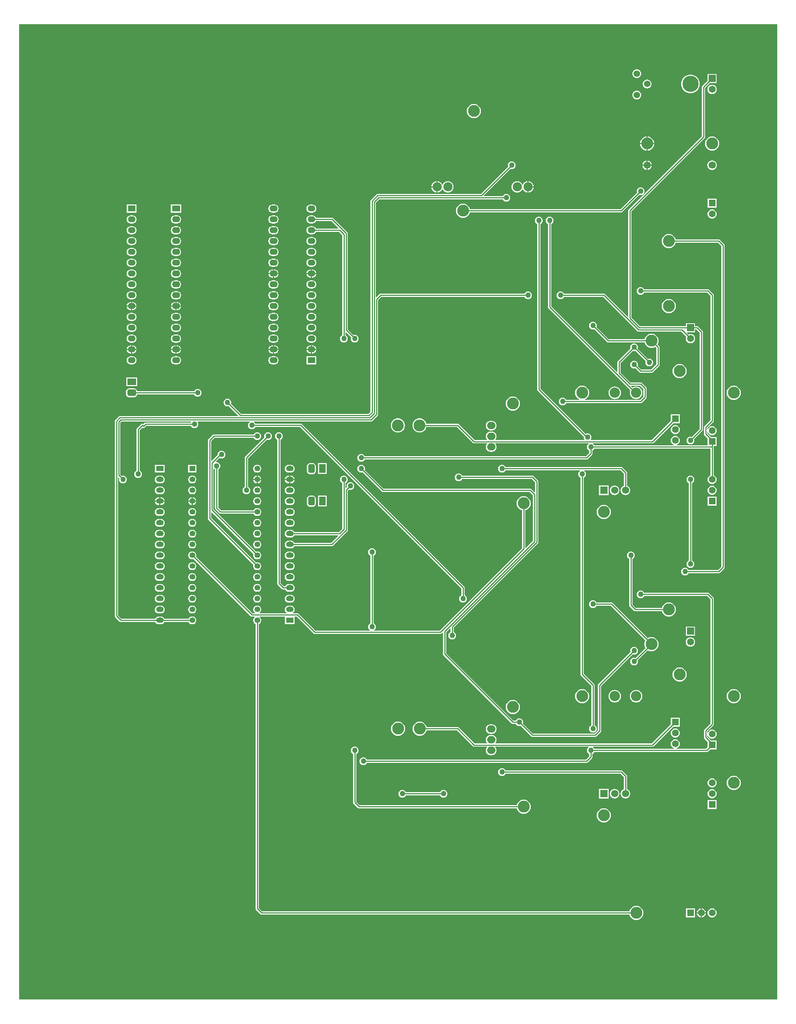
<source format=gbl>
G04 Layer_Physical_Order=2*
G04 Layer_Color=11436288*
%FSLAX25Y25*%
%MOIN*%
G70*
G01*
G75*
%ADD27C,0.01000*%
%ADD29C,0.09500*%
G04:AMPARAMS|DCode=30|XSize=60mil|YSize=80mil|CornerRadius=15mil|HoleSize=0mil|Usage=FLASHONLY|Rotation=180.000|XOffset=0mil|YOffset=0mil|HoleType=Round|Shape=RoundedRectangle|*
%AMROUNDEDRECTD30*
21,1,0.06000,0.05000,0,0,180.0*
21,1,0.03000,0.08000,0,0,180.0*
1,1,0.03000,-0.01500,0.02500*
1,1,0.03000,0.01500,0.02500*
1,1,0.03000,0.01500,-0.02500*
1,1,0.03000,-0.01500,-0.02500*
%
%ADD30ROUNDEDRECTD30*%
%ADD31R,0.06000X0.08000*%
%ADD32R,0.08000X0.06000*%
G04:AMPARAMS|DCode=33|XSize=60mil|YSize=80mil|CornerRadius=15mil|HoleSize=0mil|Usage=FLASHONLY|Rotation=270.000|XOffset=0mil|YOffset=0mil|HoleType=Round|Shape=RoundedRectangle|*
%AMROUNDEDRECTD33*
21,1,0.06000,0.05000,0,0,270.0*
21,1,0.03000,0.08000,0,0,270.0*
1,1,0.03000,-0.02500,-0.01500*
1,1,0.03000,-0.02500,0.01500*
1,1,0.03000,0.02500,0.01500*
1,1,0.03000,0.02500,-0.01500*
%
%ADD33ROUNDEDRECTD33*%
%ADD34C,0.06299*%
%ADD35R,0.06299X0.06299*%
%ADD36C,0.06299*%
%ADD37R,0.06299X0.06299*%
%ADD38C,0.11000*%
%ADD39C,0.08425*%
%ADD40C,0.15000*%
%ADD41C,0.06000*%
%ADD42C,0.06500*%
%ADD43R,0.06500X0.06500*%
%ADD44C,0.06693*%
%ADD45R,0.06693X0.06693*%
%ADD46O,0.07874X0.06693*%
%ADD47R,0.05500X0.05000*%
%ADD48O,0.05500X0.05000*%
%ADD49R,0.06299X0.06299*%
%ADD50R,0.07000X0.05500*%
%ADD51O,0.07000X0.05500*%
%ADD52R,0.07000X0.05000*%
%ADD53O,0.07000X0.05000*%
%ADD54O,0.07500X0.05500*%
%ADD55R,0.07500X0.05500*%
%ADD56C,0.05000*%
G36*
X1730000Y1200000D02*
X1750000D01*
Y300000D01*
X1050000D01*
Y1200000D01*
X1080000D01*
X1080000Y1200000D01*
X1730000D01*
Y1200000D01*
D02*
G37*
%LPC*%
G36*
X1179500Y763530D02*
X1179000D01*
X1178086Y763410D01*
X1177235Y763057D01*
X1176504Y762496D01*
X1175943Y761765D01*
X1175590Y760914D01*
X1175536Y760500D01*
X1179500D01*
Y763530D01*
D02*
G37*
G36*
X1181000D02*
X1180500D01*
Y760500D01*
X1184464D01*
X1184410Y760914D01*
X1184057Y761765D01*
X1183496Y762496D01*
X1182765Y763057D01*
X1181914Y763410D01*
X1181000Y763530D01*
D02*
G37*
G36*
X1209500Y763497D02*
X1208836Y763410D01*
X1207985Y763057D01*
X1207254Y762496D01*
X1206693Y761765D01*
X1206340Y760914D01*
X1206286Y760500D01*
X1209500D01*
Y763497D01*
D02*
G37*
G36*
X1213714Y759500D02*
X1210500D01*
Y756503D01*
X1211164Y756590D01*
X1212015Y756943D01*
X1212746Y757504D01*
X1213307Y758235D01*
X1213660Y759086D01*
X1213714Y759500D01*
D02*
G37*
G36*
X1270250Y763530D02*
X1269750D01*
X1268836Y763410D01*
X1267985Y763057D01*
X1267254Y762496D01*
X1266693Y761765D01*
X1266340Y760914D01*
X1266220Y760000D01*
X1266340Y759086D01*
X1266693Y758235D01*
X1267254Y757504D01*
X1267985Y756943D01*
X1268836Y756590D01*
X1269750Y756470D01*
X1270250D01*
X1271164Y756590D01*
X1272015Y756943D01*
X1272746Y757504D01*
X1273307Y758235D01*
X1273660Y759086D01*
X1273780Y760000D01*
X1273660Y760914D01*
X1273307Y761765D01*
X1272746Y762496D01*
X1272015Y763057D01*
X1271164Y763410D01*
X1270250Y763530D01*
D02*
G37*
G36*
X1301000D02*
X1299000D01*
X1298086Y763410D01*
X1297235Y763057D01*
X1296504Y762496D01*
X1295943Y761765D01*
X1295590Y760914D01*
X1295470Y760000D01*
X1295590Y759086D01*
X1295943Y758235D01*
X1296504Y757504D01*
X1297235Y756943D01*
X1298086Y756590D01*
X1299000Y756470D01*
X1301000D01*
X1301914Y756590D01*
X1302765Y756943D01*
X1303496Y757504D01*
X1304057Y758235D01*
X1304410Y759086D01*
X1304530Y760000D01*
X1304410Y760914D01*
X1304057Y761765D01*
X1303496Y762496D01*
X1302765Y763057D01*
X1301914Y763410D01*
X1301000Y763530D01*
D02*
G37*
G36*
X1209500Y759500D02*
X1206286D01*
X1206340Y759086D01*
X1206693Y758235D01*
X1207254Y757504D01*
X1207985Y756943D01*
X1208836Y756590D01*
X1209500Y756503D01*
Y759500D01*
D02*
G37*
G36*
X1690000Y774185D02*
X1688917Y774043D01*
X1687907Y773625D01*
X1687041Y772960D01*
X1686375Y772093D01*
X1685957Y771083D01*
X1685815Y770000D01*
X1685957Y768917D01*
X1686375Y767907D01*
X1687041Y767040D01*
X1687907Y766375D01*
X1688917Y765957D01*
X1690000Y765815D01*
X1691083Y765957D01*
X1692093Y766375D01*
X1692960Y767040D01*
X1693625Y767907D01*
X1694043Y768917D01*
X1694185Y770000D01*
X1694043Y771083D01*
X1693625Y772093D01*
X1692960Y772960D01*
X1692093Y773625D01*
X1691083Y774043D01*
X1690000Y774185D01*
D02*
G37*
G36*
X1181000Y773530D02*
X1179000D01*
X1178086Y773410D01*
X1177235Y773057D01*
X1176504Y772496D01*
X1175943Y771765D01*
X1175590Y770914D01*
X1175470Y770000D01*
X1175590Y769086D01*
X1175943Y768235D01*
X1176504Y767504D01*
X1177235Y766943D01*
X1178086Y766590D01*
X1179000Y766470D01*
X1181000D01*
X1181914Y766590D01*
X1182765Y766943D01*
X1183496Y767504D01*
X1184057Y768235D01*
X1184410Y769086D01*
X1184530Y770000D01*
X1184410Y770914D01*
X1184057Y771765D01*
X1183496Y772496D01*
X1182765Y773057D01*
X1181914Y773410D01*
X1181000Y773530D01*
D02*
G37*
G36*
X1210250D02*
X1209750D01*
X1208836Y773410D01*
X1207985Y773057D01*
X1207254Y772496D01*
X1206693Y771765D01*
X1206340Y770914D01*
X1206220Y770000D01*
X1206340Y769086D01*
X1206693Y768235D01*
X1207254Y767504D01*
X1207985Y766943D01*
X1208836Y766590D01*
X1209750Y766470D01*
X1210250D01*
X1211164Y766590D01*
X1212015Y766943D01*
X1212746Y767504D01*
X1213307Y768235D01*
X1213660Y769086D01*
X1213780Y770000D01*
X1213660Y770914D01*
X1213307Y771765D01*
X1212746Y772496D01*
X1212015Y773057D01*
X1211164Y773410D01*
X1210250Y773530D01*
D02*
G37*
G36*
X1594347Y774346D02*
X1585654D01*
Y765654D01*
X1594347D01*
Y774346D01*
D02*
G37*
G36*
X1210500Y763497D02*
Y760500D01*
X1213714D01*
X1213660Y760914D01*
X1213307Y761765D01*
X1212746Y762496D01*
X1212015Y763057D01*
X1211164Y763410D01*
X1210500Y763497D01*
D02*
G37*
G36*
X1600000Y774384D02*
X1598865Y774235D01*
X1597808Y773797D01*
X1596900Y773100D01*
X1596203Y772192D01*
X1595765Y771135D01*
X1595616Y770000D01*
X1595765Y768865D01*
X1596203Y767808D01*
X1596900Y766900D01*
X1597808Y766203D01*
X1598865Y765765D01*
X1600000Y765616D01*
X1601135Y765765D01*
X1602192Y766203D01*
X1603100Y766900D01*
X1603797Y767808D01*
X1604235Y768865D01*
X1604384Y770000D01*
X1604235Y771135D01*
X1603797Y772192D01*
X1603100Y773100D01*
X1602192Y773797D01*
X1601135Y774235D01*
X1600000Y774384D01*
D02*
G37*
G36*
X1496000Y793530D02*
X1495086Y793410D01*
X1494235Y793057D01*
X1493504Y792496D01*
X1492943Y791765D01*
X1492590Y790914D01*
X1492470Y790000D01*
X1492590Y789086D01*
X1492943Y788235D01*
X1493504Y787504D01*
X1494235Y786943D01*
X1495086Y786590D01*
X1496000Y786470D01*
X1496914Y786590D01*
X1497765Y786943D01*
X1498496Y787504D01*
X1499057Y788235D01*
X1499155Y788471D01*
X1567993D01*
X1568122Y787971D01*
X1567504Y787496D01*
X1566943Y786765D01*
X1566590Y785914D01*
X1566470Y785000D01*
X1566590Y784086D01*
X1566943Y783235D01*
X1567504Y782504D01*
X1568235Y781943D01*
X1568471Y781845D01*
Y600000D01*
X1568587Y599415D01*
X1568919Y598919D01*
X1578471Y589366D01*
Y553155D01*
X1578235Y553057D01*
X1577504Y552496D01*
X1576943Y551765D01*
X1576590Y550914D01*
X1576470Y550000D01*
X1576590Y549086D01*
X1576943Y548235D01*
X1577504Y547504D01*
X1578235Y546943D01*
X1579086Y546590D01*
X1580000Y546470D01*
X1580914Y546590D01*
X1581765Y546943D01*
X1582496Y547504D01*
X1583057Y548235D01*
X1583410Y549086D01*
X1583530Y550000D01*
X1583410Y550914D01*
X1583057Y551765D01*
X1582496Y552496D01*
X1581765Y553057D01*
X1581529Y553155D01*
Y590000D01*
X1581413Y590585D01*
X1581081Y591081D01*
X1571529Y600633D01*
Y781845D01*
X1571765Y781943D01*
X1572496Y782504D01*
X1573057Y783235D01*
X1573410Y784086D01*
X1573530Y785000D01*
X1573410Y785914D01*
X1573057Y786765D01*
X1572496Y787496D01*
X1571878Y787971D01*
X1572007Y788471D01*
X1605367D01*
X1608471Y785366D01*
Y774071D01*
X1607808Y773797D01*
X1606900Y773100D01*
X1606203Y772192D01*
X1605765Y771135D01*
X1605616Y770000D01*
X1605765Y768865D01*
X1606203Y767808D01*
X1606900Y766900D01*
X1607808Y766203D01*
X1608865Y765765D01*
X1610000Y765616D01*
X1611135Y765765D01*
X1612192Y766203D01*
X1613100Y766900D01*
X1613797Y767808D01*
X1614235Y768865D01*
X1614384Y770000D01*
X1614235Y771135D01*
X1613797Y772192D01*
X1613100Y773100D01*
X1612192Y773797D01*
X1611529Y774071D01*
Y786000D01*
X1611413Y786585D01*
X1611082Y787081D01*
X1607081Y791081D01*
X1606585Y791413D01*
X1606000Y791529D01*
X1499155D01*
X1499057Y791765D01*
X1498496Y792496D01*
X1497765Y793057D01*
X1496914Y793410D01*
X1496000Y793530D01*
D02*
G37*
G36*
X1301000Y743530D02*
X1299000D01*
X1298086Y743410D01*
X1297235Y743057D01*
X1296504Y742496D01*
X1295943Y741765D01*
X1295590Y740914D01*
X1295470Y740000D01*
X1295590Y739086D01*
X1295943Y738235D01*
X1296504Y737504D01*
X1297235Y736943D01*
X1298086Y736590D01*
X1299000Y736470D01*
X1301000D01*
X1301914Y736590D01*
X1302765Y736943D01*
X1303496Y737504D01*
X1304057Y738235D01*
X1304410Y739086D01*
X1304530Y740000D01*
X1304410Y740914D01*
X1304057Y741765D01*
X1303496Y742496D01*
X1302765Y743057D01*
X1301914Y743410D01*
X1301000Y743530D01*
D02*
G37*
G36*
X1590000Y756531D02*
X1588726Y756406D01*
X1587500Y756034D01*
X1586371Y755431D01*
X1585382Y754618D01*
X1584569Y753629D01*
X1583966Y752499D01*
X1583594Y751274D01*
X1583469Y750000D01*
X1583594Y748726D01*
X1583966Y747501D01*
X1584569Y746371D01*
X1585382Y745382D01*
X1586371Y744569D01*
X1587500Y743966D01*
X1588726Y743594D01*
X1590000Y743469D01*
X1591274Y743594D01*
X1592500Y743966D01*
X1593629Y744569D01*
X1594618Y745382D01*
X1595431Y746371D01*
X1596034Y747501D01*
X1596406Y748726D01*
X1596531Y750000D01*
X1596406Y751274D01*
X1596034Y752499D01*
X1595431Y753629D01*
X1594618Y754618D01*
X1593629Y755431D01*
X1592500Y756034D01*
X1591274Y756406D01*
X1590000Y756531D01*
D02*
G37*
G36*
X1181000Y753530D02*
X1179000D01*
X1178086Y753410D01*
X1177235Y753057D01*
X1176504Y752496D01*
X1175943Y751765D01*
X1175590Y750914D01*
X1175470Y750000D01*
X1175590Y749086D01*
X1175943Y748235D01*
X1176504Y747504D01*
X1177235Y746943D01*
X1178086Y746590D01*
X1179000Y746470D01*
X1181000D01*
X1181914Y746590D01*
X1182765Y746943D01*
X1183496Y747504D01*
X1184057Y748235D01*
X1184410Y749086D01*
X1184530Y750000D01*
X1184410Y750914D01*
X1184057Y751765D01*
X1183496Y752496D01*
X1182765Y753057D01*
X1181914Y753410D01*
X1181000Y753530D01*
D02*
G37*
G36*
X1270250Y743530D02*
X1269750D01*
X1268836Y743410D01*
X1267985Y743057D01*
X1267254Y742496D01*
X1266693Y741765D01*
X1266340Y740914D01*
X1266220Y740000D01*
X1266340Y739086D01*
X1266693Y738235D01*
X1267254Y737504D01*
X1267985Y736943D01*
X1268836Y736590D01*
X1269750Y736470D01*
X1270250D01*
X1271164Y736590D01*
X1272015Y736943D01*
X1272746Y737504D01*
X1273307Y738235D01*
X1273660Y739086D01*
X1273780Y740000D01*
X1273660Y740914D01*
X1273307Y741765D01*
X1272746Y742496D01*
X1272015Y743057D01*
X1271164Y743410D01*
X1270250Y743530D01*
D02*
G37*
G36*
Y733530D02*
X1269750D01*
X1268836Y733410D01*
X1267985Y733057D01*
X1267254Y732496D01*
X1266693Y731765D01*
X1266340Y730914D01*
X1266220Y730000D01*
X1266340Y729086D01*
X1266693Y728235D01*
X1267254Y727504D01*
X1267985Y726943D01*
X1268836Y726590D01*
X1269750Y726470D01*
X1270250D01*
X1271164Y726590D01*
X1272015Y726943D01*
X1272746Y727504D01*
X1273307Y728235D01*
X1273660Y729086D01*
X1273780Y730000D01*
X1273660Y730914D01*
X1273307Y731765D01*
X1272746Y732496D01*
X1272015Y733057D01*
X1271164Y733410D01*
X1270250Y733530D01*
D02*
G37*
G36*
X1181000Y743530D02*
X1179000D01*
X1178086Y743410D01*
X1177235Y743057D01*
X1176504Y742496D01*
X1175943Y741765D01*
X1175590Y740914D01*
X1175470Y740000D01*
X1175590Y739086D01*
X1175943Y738235D01*
X1176504Y737504D01*
X1177235Y736943D01*
X1178086Y736590D01*
X1179000Y736470D01*
X1181000D01*
X1181914Y736590D01*
X1182765Y736943D01*
X1183496Y737504D01*
X1184057Y738235D01*
X1184410Y739086D01*
X1184530Y740000D01*
X1184410Y740914D01*
X1184057Y741765D01*
X1183496Y742496D01*
X1182765Y743057D01*
X1181914Y743410D01*
X1181000Y743530D01*
D02*
G37*
G36*
X1210250D02*
X1209750D01*
X1208836Y743410D01*
X1207985Y743057D01*
X1207254Y742496D01*
X1206693Y741765D01*
X1206340Y740914D01*
X1206220Y740000D01*
X1206340Y739086D01*
X1206693Y738235D01*
X1207254Y737504D01*
X1207985Y736943D01*
X1208836Y736590D01*
X1209750Y736470D01*
X1210250D01*
X1211164Y736590D01*
X1212015Y736943D01*
X1212746Y737504D01*
X1213307Y738235D01*
X1213660Y739086D01*
X1213780Y740000D01*
X1213660Y740914D01*
X1213307Y741765D01*
X1212746Y742496D01*
X1212015Y743057D01*
X1211164Y743410D01*
X1210250Y743530D01*
D02*
G37*
G36*
X1694150Y764150D02*
X1685850D01*
Y755850D01*
X1694150D01*
Y764150D01*
D02*
G37*
G36*
X1179500Y759500D02*
X1175536D01*
X1175590Y759086D01*
X1175943Y758235D01*
X1176504Y757504D01*
X1177235Y756943D01*
X1178086Y756590D01*
X1179000Y756470D01*
X1179500D01*
Y759500D01*
D02*
G37*
G36*
X1184464D02*
X1180500D01*
Y756470D01*
X1181000D01*
X1181914Y756590D01*
X1182765Y756943D01*
X1183496Y757504D01*
X1184057Y758235D01*
X1184410Y759086D01*
X1184464Y759500D01*
D02*
G37*
G36*
X1334000Y765000D02*
X1326000D01*
Y755000D01*
X1334000D01*
Y765000D01*
D02*
G37*
G36*
X1210250Y753530D02*
X1209750D01*
X1208836Y753410D01*
X1207985Y753057D01*
X1207254Y752496D01*
X1206693Y751765D01*
X1206340Y750914D01*
X1206220Y750000D01*
X1206340Y749086D01*
X1206693Y748235D01*
X1207254Y747504D01*
X1207985Y746943D01*
X1208836Y746590D01*
X1209750Y746470D01*
X1210250D01*
X1211164Y746590D01*
X1212015Y746943D01*
X1212746Y747504D01*
X1213307Y748235D01*
X1213660Y749086D01*
X1213780Y750000D01*
X1213660Y750914D01*
X1213307Y751765D01*
X1212746Y752496D01*
X1212015Y753057D01*
X1211164Y753410D01*
X1210250Y753530D01*
D02*
G37*
G36*
X1301000D02*
X1299000D01*
X1298086Y753410D01*
X1297235Y753057D01*
X1296504Y752496D01*
X1295943Y751765D01*
X1295590Y750914D01*
X1295470Y750000D01*
X1295590Y749086D01*
X1295943Y748235D01*
X1296504Y747504D01*
X1297235Y746943D01*
X1298086Y746590D01*
X1299000Y746470D01*
X1301000D01*
X1301914Y746590D01*
X1302765Y746943D01*
X1303496Y747504D01*
X1304057Y748235D01*
X1304410Y749086D01*
X1304530Y750000D01*
X1304410Y750914D01*
X1304057Y751765D01*
X1303496Y752496D01*
X1302765Y753057D01*
X1301914Y753410D01*
X1301000Y753530D01*
D02*
G37*
G36*
X1321500Y765049D02*
X1318500D01*
X1317525Y764855D01*
X1316698Y764302D01*
X1316145Y763476D01*
X1315951Y762500D01*
Y757500D01*
X1316145Y756525D01*
X1316698Y755698D01*
X1317525Y755145D01*
X1318500Y754951D01*
X1321500D01*
X1322475Y755145D01*
X1323302Y755698D01*
X1323855Y756525D01*
X1324049Y757500D01*
Y762500D01*
X1323855Y763476D01*
X1323302Y764302D01*
X1322475Y764855D01*
X1321500Y765049D01*
D02*
G37*
G36*
X1270250Y773530D02*
X1269750D01*
X1268836Y773410D01*
X1267985Y773057D01*
X1267254Y772496D01*
X1266693Y771765D01*
X1266340Y770914D01*
X1266220Y770000D01*
X1266340Y769086D01*
X1266693Y768235D01*
X1267254Y767504D01*
X1267985Y766943D01*
X1268836Y766590D01*
X1269750Y766470D01*
X1270250D01*
X1271164Y766590D01*
X1272015Y766943D01*
X1272746Y767504D01*
X1273307Y768235D01*
X1273660Y769086D01*
X1273780Y770000D01*
X1273660Y770914D01*
X1273307Y771765D01*
X1272746Y772496D01*
X1272015Y773057D01*
X1271164Y773410D01*
X1270250Y773530D01*
D02*
G37*
G36*
X1270000Y823530D02*
X1269086Y823410D01*
X1268235Y823057D01*
X1267504Y822496D01*
X1266943Y821765D01*
X1266845Y821529D01*
X1230000D01*
X1229512Y821432D01*
X1229415Y821413D01*
X1228918Y821081D01*
X1224919Y817081D01*
X1224587Y816585D01*
X1224471Y816000D01*
Y744000D01*
X1224587Y743415D01*
X1224919Y742919D01*
X1266511Y701326D01*
X1266340Y700914D01*
X1266220Y700000D01*
X1266340Y699086D01*
X1266693Y698235D01*
X1267254Y697504D01*
X1267985Y696943D01*
X1268836Y696590D01*
X1269750Y696470D01*
X1270250D01*
X1271164Y696590D01*
X1272015Y696943D01*
X1272746Y697504D01*
X1273307Y698235D01*
X1273660Y699086D01*
X1273780Y700000D01*
X1273660Y700914D01*
X1273307Y701765D01*
X1272746Y702496D01*
X1272015Y703057D01*
X1271164Y703410D01*
X1270250Y703530D01*
X1269750D01*
X1268836Y703410D01*
X1268777Y703385D01*
X1227529Y744633D01*
Y749654D01*
X1227991Y749846D01*
X1266511Y711326D01*
X1266340Y710914D01*
X1266220Y710000D01*
X1266340Y709086D01*
X1266693Y708235D01*
X1267254Y707504D01*
X1267985Y706943D01*
X1268836Y706590D01*
X1269750Y706470D01*
X1270250D01*
X1271164Y706590D01*
X1272015Y706943D01*
X1272746Y707504D01*
X1273307Y708235D01*
X1273660Y709086D01*
X1273780Y710000D01*
X1273660Y710914D01*
X1273307Y711765D01*
X1272746Y712496D01*
X1272015Y713057D01*
X1271164Y713410D01*
X1270250Y713530D01*
X1269750D01*
X1268836Y713410D01*
X1268777Y713385D01*
X1229529Y752633D01*
Y789844D01*
X1229858Y789956D01*
X1230029Y789984D01*
X1230735Y789443D01*
X1230971Y789345D01*
Y753500D01*
X1231087Y752915D01*
X1231419Y752419D01*
X1234919Y748919D01*
X1235415Y748587D01*
X1236000Y748471D01*
X1266595D01*
X1266693Y748235D01*
X1267254Y747504D01*
X1267985Y746943D01*
X1268836Y746590D01*
X1269750Y746470D01*
X1270250D01*
X1271164Y746590D01*
X1272015Y746943D01*
X1272746Y747504D01*
X1273307Y748235D01*
X1273660Y749086D01*
X1273780Y750000D01*
X1273660Y750914D01*
X1273307Y751765D01*
X1272746Y752496D01*
X1272015Y753057D01*
X1271164Y753410D01*
X1270250Y753530D01*
X1269750D01*
X1268836Y753410D01*
X1267985Y753057D01*
X1267254Y752496D01*
X1266693Y751765D01*
X1266595Y751529D01*
X1236633D01*
X1234029Y754134D01*
Y789345D01*
X1234265Y789443D01*
X1234996Y790004D01*
X1235557Y790735D01*
X1235910Y791586D01*
X1236030Y792500D01*
X1235910Y793414D01*
X1235557Y794265D01*
X1234996Y794996D01*
X1234265Y795557D01*
X1233414Y795910D01*
X1232500Y796030D01*
X1231809Y795939D01*
X1231576Y796413D01*
X1235162Y799999D01*
X1235235Y799943D01*
X1236086Y799590D01*
X1237000Y799470D01*
X1237914Y799590D01*
X1238765Y799943D01*
X1239496Y800504D01*
X1240057Y801235D01*
X1240410Y802086D01*
X1240530Y803000D01*
X1240410Y803914D01*
X1240057Y804765D01*
X1239496Y805496D01*
X1238765Y806057D01*
X1237914Y806410D01*
X1237000Y806530D01*
X1236086Y806410D01*
X1235235Y806057D01*
X1234504Y805496D01*
X1233943Y804765D01*
X1233590Y803914D01*
X1233470Y803000D01*
X1233512Y802675D01*
X1227991Y797154D01*
X1227529Y797346D01*
Y815366D01*
X1230634Y818471D01*
X1266845D01*
X1266943Y818235D01*
X1267504Y817504D01*
X1268235Y816943D01*
X1269086Y816590D01*
X1270000Y816470D01*
X1270914Y816590D01*
X1271765Y816943D01*
X1272496Y817504D01*
X1273057Y818235D01*
X1273410Y819086D01*
X1273530Y820000D01*
X1273410Y820914D01*
X1273057Y821765D01*
X1272496Y822496D01*
X1271765Y823057D01*
X1270914Y823410D01*
X1270000Y823530D01*
D02*
G37*
G36*
X1280000D02*
X1279086Y823410D01*
X1278235Y823057D01*
X1277504Y822496D01*
X1276943Y821765D01*
X1276590Y820914D01*
X1276470Y820000D01*
X1276590Y819086D01*
X1276688Y818851D01*
X1258919Y801081D01*
X1258587Y800585D01*
X1258471Y800000D01*
Y773155D01*
X1258235Y773057D01*
X1257504Y772496D01*
X1256943Y771765D01*
X1256590Y770914D01*
X1256470Y770000D01*
X1256590Y769086D01*
X1256943Y768235D01*
X1257504Y767504D01*
X1258235Y766943D01*
X1259086Y766590D01*
X1260000Y766470D01*
X1260914Y766590D01*
X1261765Y766943D01*
X1262496Y767504D01*
X1263057Y768235D01*
X1263410Y769086D01*
X1263530Y770000D01*
X1263410Y770914D01*
X1263057Y771765D01*
X1262496Y772496D01*
X1261765Y773057D01*
X1261529Y773155D01*
Y799367D01*
X1278851Y816688D01*
X1279086Y816590D01*
X1280000Y816470D01*
X1280914Y816590D01*
X1281765Y816943D01*
X1282496Y817504D01*
X1283057Y818235D01*
X1283410Y819086D01*
X1283530Y820000D01*
X1283410Y820914D01*
X1283057Y821765D01*
X1282496Y822496D01*
X1281765Y823057D01*
X1280914Y823410D01*
X1280000Y823530D01*
D02*
G37*
G36*
X1530000Y1022530D02*
X1529086Y1022410D01*
X1528235Y1022057D01*
X1527504Y1021496D01*
X1526943Y1020765D01*
X1526590Y1019914D01*
X1526470Y1019000D01*
X1526590Y1018086D01*
X1526943Y1017235D01*
X1527504Y1016504D01*
X1528235Y1015943D01*
X1528471Y1015845D01*
Y863172D01*
X1528587Y862586D01*
X1528919Y862090D01*
X1571533Y819476D01*
X1571470Y819000D01*
X1571590Y818086D01*
X1571943Y817235D01*
X1572143Y816974D01*
X1571922Y816525D01*
X1490154D01*
X1489908Y817025D01*
X1490387Y817651D01*
X1490825Y818708D01*
X1490975Y819843D01*
X1490825Y820977D01*
X1490387Y822034D01*
X1489690Y822942D01*
X1488783Y823639D01*
X1487725Y824077D01*
X1486591Y824226D01*
X1485409D01*
X1484275Y824077D01*
X1483218Y823639D01*
X1482310Y822942D01*
X1481613Y822034D01*
X1481175Y820977D01*
X1481026Y819843D01*
X1481175Y818708D01*
X1481613Y817651D01*
X1482092Y817025D01*
X1481846Y816525D01*
X1470637D01*
X1456137Y831026D01*
X1455641Y831358D01*
X1455055Y831474D01*
X1426229D01*
X1425935Y832444D01*
X1425332Y833573D01*
X1424519Y834563D01*
X1423530Y835375D01*
X1422400Y835979D01*
X1421175Y836351D01*
X1419901Y836476D01*
X1418627Y836351D01*
X1417401Y835979D01*
X1416272Y835375D01*
X1415283Y834563D01*
X1414470Y833573D01*
X1413867Y832444D01*
X1413495Y831219D01*
X1413369Y829945D01*
X1413495Y828671D01*
X1413867Y827445D01*
X1414470Y826316D01*
X1415283Y825326D01*
X1416272Y824514D01*
X1417401Y823910D01*
X1418627Y823539D01*
X1419901Y823413D01*
X1421175Y823539D01*
X1422400Y823910D01*
X1423530Y824514D01*
X1424519Y825326D01*
X1425332Y826316D01*
X1425935Y827445D01*
X1426229Y828415D01*
X1454422D01*
X1468923Y813915D01*
X1469419Y813583D01*
X1470004Y813467D01*
X1482021D01*
X1482207Y812967D01*
X1481613Y812192D01*
X1481175Y811135D01*
X1481026Y810000D01*
X1481175Y808865D01*
X1481613Y807808D01*
X1482310Y806900D01*
X1483218Y806203D01*
X1484275Y805765D01*
X1485409Y805616D01*
X1486591D01*
X1487725Y805765D01*
X1488783Y806203D01*
X1489690Y806900D01*
X1490387Y807808D01*
X1490825Y808865D01*
X1490975Y810000D01*
X1490825Y811135D01*
X1490387Y812192D01*
X1489793Y812967D01*
X1489979Y813467D01*
X1575978D01*
X1576117Y812967D01*
X1575504Y812496D01*
X1574943Y811765D01*
X1574590Y810914D01*
X1574470Y810000D01*
X1574590Y809086D01*
X1574943Y808235D01*
X1575504Y807504D01*
X1576235Y806943D01*
X1576471Y806845D01*
Y804634D01*
X1573367Y801529D01*
X1369155D01*
X1369057Y801765D01*
X1368496Y802496D01*
X1367765Y803057D01*
X1366914Y803410D01*
X1366000Y803530D01*
X1365086Y803410D01*
X1364235Y803057D01*
X1363504Y802496D01*
X1362943Y801765D01*
X1362590Y800914D01*
X1362470Y800000D01*
X1362590Y799086D01*
X1362943Y798235D01*
X1363504Y797504D01*
X1364235Y796943D01*
X1365086Y796590D01*
X1366000Y796470D01*
X1366914Y796590D01*
X1367765Y796943D01*
X1368496Y797504D01*
X1369057Y798235D01*
X1369155Y798471D01*
X1574000D01*
X1574585Y798587D01*
X1575081Y798919D01*
X1579081Y802919D01*
X1579413Y803415D01*
X1579432Y803512D01*
X1579529Y804000D01*
Y806845D01*
X1579765Y806943D01*
X1580496Y807504D01*
X1581057Y808235D01*
X1581155Y808471D01*
X1688471D01*
Y783858D01*
X1687907Y783625D01*
X1687041Y782960D01*
X1686375Y782093D01*
X1685957Y781083D01*
X1685815Y780000D01*
X1685957Y778917D01*
X1686375Y777907D01*
X1687041Y777040D01*
X1687907Y776375D01*
X1688917Y775957D01*
X1690000Y775815D01*
X1691083Y775957D01*
X1692093Y776375D01*
X1692960Y777040D01*
X1693625Y777907D01*
X1694043Y778917D01*
X1694185Y780000D01*
X1694043Y781083D01*
X1693625Y782093D01*
X1692960Y782960D01*
X1692093Y783625D01*
X1691529Y783858D01*
Y810000D01*
Y810850D01*
X1694150D01*
Y819150D01*
X1689013D01*
X1685529Y822633D01*
Y823643D01*
X1686029Y823742D01*
X1686375Y822907D01*
X1687041Y822040D01*
X1687907Y821375D01*
X1688917Y820957D01*
X1690000Y820815D01*
X1691083Y820957D01*
X1692093Y821375D01*
X1692960Y822040D01*
X1693625Y822907D01*
X1694043Y823917D01*
X1694185Y825000D01*
X1694043Y826083D01*
X1693625Y827093D01*
X1692960Y827960D01*
X1692093Y828625D01*
X1691083Y829043D01*
X1690000Y829185D01*
X1688917Y829043D01*
X1687907Y828625D01*
X1687041Y827960D01*
X1686375Y827093D01*
X1686029Y826258D01*
X1685529Y826357D01*
Y827367D01*
X1691081Y832919D01*
X1691413Y833415D01*
X1691529Y834000D01*
Y950000D01*
X1691432Y950488D01*
X1691413Y950585D01*
X1691081Y951081D01*
X1687081Y955081D01*
X1686585Y955413D01*
X1686000Y955529D01*
X1627155D01*
X1627057Y955765D01*
X1626496Y956496D01*
X1625765Y957057D01*
X1624914Y957410D01*
X1624000Y957530D01*
X1623086Y957410D01*
X1622235Y957057D01*
X1621504Y956496D01*
X1620943Y955765D01*
X1620590Y954914D01*
X1620470Y954000D01*
X1620590Y953086D01*
X1620943Y952235D01*
X1621504Y951504D01*
X1622235Y950943D01*
X1623086Y950590D01*
X1624000Y950470D01*
X1624914Y950590D01*
X1625765Y950943D01*
X1626496Y951504D01*
X1627057Y952235D01*
X1627155Y952471D01*
X1685366D01*
X1688471Y949366D01*
Y834634D01*
X1682919Y829081D01*
X1682587Y828585D01*
X1682471Y828000D01*
Y822000D01*
X1682587Y821415D01*
X1682919Y820919D01*
X1685850Y817987D01*
Y811529D01*
X1657357D01*
X1657257Y812029D01*
X1658093Y812375D01*
X1658960Y813041D01*
X1659625Y813907D01*
X1660043Y814917D01*
X1660185Y816000D01*
X1660043Y817083D01*
X1659625Y818093D01*
X1658960Y818960D01*
X1658093Y819625D01*
X1657083Y820043D01*
X1656000Y820185D01*
X1654917Y820043D01*
X1653907Y819625D01*
X1653041Y818960D01*
X1652375Y818093D01*
X1651957Y817083D01*
X1651815Y816000D01*
X1651957Y814917D01*
X1652375Y813907D01*
X1653041Y813041D01*
X1653907Y812375D01*
X1654742Y812029D01*
X1654643Y811529D01*
X1581155D01*
X1581057Y811765D01*
X1580496Y812496D01*
X1579883Y812967D01*
X1580022Y813467D01*
X1634996D01*
X1635581Y813583D01*
X1636077Y813915D01*
X1654013Y831850D01*
X1660150D01*
Y840150D01*
X1651850D01*
Y834013D01*
X1634363Y816525D01*
X1578078D01*
X1577857Y816974D01*
X1578057Y817235D01*
X1578410Y818086D01*
X1578530Y819000D01*
X1578410Y819914D01*
X1578057Y820765D01*
X1577496Y821496D01*
X1576765Y822057D01*
X1575914Y822410D01*
X1575000Y822530D01*
X1574086Y822410D01*
X1573265Y822070D01*
X1531529Y863805D01*
Y1015845D01*
X1531765Y1015943D01*
X1532496Y1016504D01*
X1533057Y1017235D01*
X1533410Y1018086D01*
X1533530Y1019000D01*
X1533410Y1019914D01*
X1533057Y1020765D01*
X1532496Y1021496D01*
X1531765Y1022057D01*
X1530914Y1022410D01*
X1530000Y1022530D01*
D02*
G37*
G36*
X1213750Y793500D02*
X1206250D01*
Y786500D01*
X1213750D01*
Y793500D01*
D02*
G37*
G36*
X1270250Y793530D02*
X1269750D01*
X1268836Y793410D01*
X1267985Y793057D01*
X1267254Y792496D01*
X1266693Y791765D01*
X1266340Y790914D01*
X1266220Y790000D01*
X1266340Y789086D01*
X1266693Y788235D01*
X1267254Y787504D01*
X1267985Y786943D01*
X1268836Y786590D01*
X1269750Y786470D01*
X1270250D01*
X1271164Y786590D01*
X1272015Y786943D01*
X1272746Y787504D01*
X1273307Y788235D01*
X1273660Y789086D01*
X1273780Y790000D01*
X1273660Y790914D01*
X1273307Y791765D01*
X1272746Y792496D01*
X1272015Y793057D01*
X1271164Y793410D01*
X1270250Y793530D01*
D02*
G37*
G36*
X1301000D02*
X1299000D01*
X1298086Y793410D01*
X1297235Y793057D01*
X1296504Y792496D01*
X1295943Y791765D01*
X1295590Y790914D01*
X1295470Y790000D01*
X1295590Y789086D01*
X1295943Y788235D01*
X1296504Y787504D01*
X1297235Y786943D01*
X1298086Y786590D01*
X1299000Y786470D01*
X1301000D01*
X1301914Y786590D01*
X1302765Y786943D01*
X1303496Y787504D01*
X1304057Y788235D01*
X1304410Y789086D01*
X1304530Y790000D01*
X1304410Y790914D01*
X1304057Y791765D01*
X1303496Y792496D01*
X1302765Y793057D01*
X1301914Y793410D01*
X1301000Y793530D01*
D02*
G37*
G36*
X1184500Y793500D02*
X1175500D01*
Y786500D01*
X1184500D01*
Y793500D01*
D02*
G37*
G36*
X1710000Y866531D02*
X1708726Y866406D01*
X1707500Y866034D01*
X1706371Y865431D01*
X1705382Y864618D01*
X1704569Y863629D01*
X1703966Y862500D01*
X1703594Y861274D01*
X1703469Y860000D01*
X1703594Y858726D01*
X1703966Y857500D01*
X1704569Y856371D01*
X1705382Y855382D01*
X1706371Y854569D01*
X1707500Y853966D01*
X1708726Y853594D01*
X1710000Y853469D01*
X1711274Y853594D01*
X1712499Y853966D01*
X1713629Y854569D01*
X1714618Y855382D01*
X1715431Y856371D01*
X1716034Y857500D01*
X1716406Y858726D01*
X1716532Y860000D01*
X1716406Y861274D01*
X1716034Y862500D01*
X1715431Y863629D01*
X1714618Y864618D01*
X1713629Y865431D01*
X1712499Y866034D01*
X1711274Y866406D01*
X1710000Y866531D01*
D02*
G37*
G36*
X1600157Y865799D02*
X1598656Y865602D01*
X1597257Y865022D01*
X1596056Y864101D01*
X1595135Y862899D01*
X1594555Y861501D01*
X1594357Y860000D01*
X1594555Y858499D01*
X1595135Y857100D01*
X1596056Y855899D01*
X1597257Y854977D01*
X1598656Y854398D01*
X1600157Y854200D01*
X1601658Y854398D01*
X1603057Y854977D01*
X1604258Y855899D01*
X1605180Y857100D01*
X1605759Y858499D01*
X1605957Y860000D01*
X1605759Y861501D01*
X1605180Y862899D01*
X1604258Y864101D01*
X1603057Y865022D01*
X1601658Y865602D01*
X1600157Y865799D01*
D02*
G37*
G36*
X1156500Y864049D02*
X1151500D01*
X1150525Y863855D01*
X1149698Y863302D01*
X1149145Y862475D01*
X1148951Y861500D01*
Y858500D01*
X1149145Y857525D01*
X1149698Y856698D01*
X1150525Y856145D01*
X1151500Y855951D01*
X1156500D01*
X1157475Y856145D01*
X1158302Y856698D01*
X1158855Y857525D01*
X1159043Y858471D01*
X1211845D01*
X1211943Y858235D01*
X1212504Y857504D01*
X1213235Y856943D01*
X1214086Y856590D01*
X1215000Y856470D01*
X1215914Y856590D01*
X1216765Y856943D01*
X1217496Y857504D01*
X1218057Y858235D01*
X1218410Y859086D01*
X1218530Y860000D01*
X1218410Y860914D01*
X1218057Y861765D01*
X1217496Y862496D01*
X1216765Y863057D01*
X1215914Y863410D01*
X1215000Y863530D01*
X1214086Y863410D01*
X1213235Y863057D01*
X1212504Y862496D01*
X1211943Y861765D01*
X1211845Y861529D01*
X1159043D01*
X1158855Y862475D01*
X1158302Y863302D01*
X1157475Y863855D01*
X1156500Y864049D01*
D02*
G37*
G36*
X1506000Y856532D02*
X1504726Y856406D01*
X1503500Y856034D01*
X1502371Y855431D01*
X1501382Y854618D01*
X1500569Y853629D01*
X1499966Y852499D01*
X1499594Y851274D01*
X1499469Y850000D01*
X1499594Y848726D01*
X1499966Y847501D01*
X1500569Y846371D01*
X1501382Y845382D01*
X1502371Y844569D01*
X1503500Y843966D01*
X1504726Y843594D01*
X1506000Y843468D01*
X1507274Y843594D01*
X1508500Y843966D01*
X1509629Y844569D01*
X1510618Y845382D01*
X1511431Y846371D01*
X1512034Y847501D01*
X1512406Y848726D01*
X1512531Y850000D01*
X1512406Y851274D01*
X1512034Y852499D01*
X1511431Y853629D01*
X1510618Y854618D01*
X1509629Y855431D01*
X1508500Y856034D01*
X1507274Y856406D01*
X1506000Y856532D01*
D02*
G37*
G36*
X1656000Y830185D02*
X1654917Y830043D01*
X1653907Y829625D01*
X1653041Y828959D01*
X1652375Y828093D01*
X1651957Y827083D01*
X1651815Y826000D01*
X1651957Y824917D01*
X1652375Y823907D01*
X1653041Y823040D01*
X1653907Y822375D01*
X1654917Y821957D01*
X1656000Y821815D01*
X1657083Y821957D01*
X1658093Y822375D01*
X1658960Y823040D01*
X1659625Y823907D01*
X1660043Y824917D01*
X1660185Y826000D01*
X1660043Y827083D01*
X1659625Y828093D01*
X1658960Y828959D01*
X1658093Y829625D01*
X1657083Y830043D01*
X1656000Y830185D01*
D02*
G37*
G36*
X1399901Y836476D02*
X1398627Y836351D01*
X1397401Y835979D01*
X1396272Y835375D01*
X1395282Y834563D01*
X1394470Y833573D01*
X1393867Y832444D01*
X1393495Y831219D01*
X1393369Y829945D01*
X1393495Y828671D01*
X1393867Y827445D01*
X1394470Y826316D01*
X1395282Y825326D01*
X1396272Y824514D01*
X1397401Y823910D01*
X1398627Y823539D01*
X1399901Y823413D01*
X1401175Y823539D01*
X1402400Y823910D01*
X1403530Y824514D01*
X1404519Y825326D01*
X1405332Y826316D01*
X1405935Y827445D01*
X1406307Y828671D01*
X1406432Y829945D01*
X1406307Y831219D01*
X1405935Y832444D01*
X1405332Y833573D01*
X1404519Y834563D01*
X1403530Y835375D01*
X1402400Y835979D01*
X1401175Y836351D01*
X1399901Y836476D01*
D02*
G37*
G36*
X1486591Y834069D02*
X1485409D01*
X1484275Y833920D01*
X1483218Y833482D01*
X1482310Y832785D01*
X1481613Y831877D01*
X1481175Y830820D01*
X1481026Y829685D01*
X1481175Y828550D01*
X1481613Y827493D01*
X1482310Y826585D01*
X1483218Y825888D01*
X1484275Y825451D01*
X1485409Y825301D01*
X1486591D01*
X1487725Y825451D01*
X1488783Y825888D01*
X1489690Y826585D01*
X1490387Y827493D01*
X1490825Y828550D01*
X1490975Y829685D01*
X1490825Y830820D01*
X1490387Y831877D01*
X1489690Y832785D01*
X1488783Y833482D01*
X1487725Y833920D01*
X1486591Y834069D01*
D02*
G37*
G36*
X1299500Y779500D02*
X1295536D01*
X1295590Y779086D01*
X1295943Y778235D01*
X1296504Y777504D01*
X1297235Y776943D01*
X1298086Y776590D01*
X1299000Y776470D01*
X1299500D01*
Y779500D01*
D02*
G37*
G36*
X1304464D02*
X1300500D01*
Y776470D01*
X1301000D01*
X1301914Y776590D01*
X1302765Y776943D01*
X1303496Y777504D01*
X1304057Y778235D01*
X1304410Y779086D01*
X1304464Y779500D01*
D02*
G37*
G36*
X1269500D02*
X1266286D01*
X1266340Y779086D01*
X1266693Y778235D01*
X1267254Y777504D01*
X1267985Y776943D01*
X1268836Y776590D01*
X1269500Y776503D01*
Y779500D01*
D02*
G37*
G36*
X1210250Y783530D02*
X1209750D01*
X1208836Y783410D01*
X1207985Y783057D01*
X1207254Y782496D01*
X1206693Y781765D01*
X1206340Y780914D01*
X1206220Y780000D01*
X1206340Y779086D01*
X1206693Y778235D01*
X1207254Y777504D01*
X1207985Y776943D01*
X1208836Y776590D01*
X1209750Y776470D01*
X1210250D01*
X1211164Y776590D01*
X1212015Y776943D01*
X1212746Y777504D01*
X1213307Y778235D01*
X1213660Y779086D01*
X1213780Y780000D01*
X1213660Y780914D01*
X1213307Y781765D01*
X1212746Y782496D01*
X1212015Y783057D01*
X1211164Y783410D01*
X1210250Y783530D01*
D02*
G37*
G36*
X1301000Y773530D02*
X1299000D01*
X1298086Y773410D01*
X1297235Y773057D01*
X1296504Y772496D01*
X1295943Y771765D01*
X1295590Y770914D01*
X1295470Y770000D01*
X1295590Y769086D01*
X1295943Y768235D01*
X1296504Y767504D01*
X1297235Y766943D01*
X1298086Y766590D01*
X1299000Y766470D01*
X1301000D01*
X1301914Y766590D01*
X1302765Y766943D01*
X1303496Y767504D01*
X1304057Y768235D01*
X1304410Y769086D01*
X1304530Y770000D01*
X1304410Y770914D01*
X1304057Y771765D01*
X1303496Y772496D01*
X1302765Y773057D01*
X1301914Y773410D01*
X1301000Y773530D01*
D02*
G37*
G36*
X1350000Y783530D02*
X1349086Y783410D01*
X1348235Y783057D01*
X1347504Y782496D01*
X1346943Y781765D01*
X1346590Y780914D01*
X1346470Y780000D01*
X1346590Y779086D01*
X1346943Y778235D01*
X1347504Y777504D01*
X1348235Y776943D01*
X1348471Y776845D01*
Y734633D01*
X1345366Y731529D01*
X1304155D01*
X1304057Y731765D01*
X1303496Y732496D01*
X1302765Y733057D01*
X1301914Y733410D01*
X1301000Y733530D01*
X1299000D01*
X1298086Y733410D01*
X1297235Y733057D01*
X1296504Y732496D01*
X1295943Y731765D01*
X1295590Y730914D01*
X1295470Y730000D01*
X1295590Y729086D01*
X1295943Y728235D01*
X1296504Y727504D01*
X1297235Y726943D01*
X1298086Y726590D01*
X1299000Y726470D01*
X1301000D01*
X1301914Y726590D01*
X1302765Y726943D01*
X1303496Y727504D01*
X1304057Y728235D01*
X1304155Y728471D01*
X1344483D01*
X1344674Y728009D01*
X1338195Y721529D01*
X1304155D01*
X1304057Y721765D01*
X1303496Y722496D01*
X1302765Y723057D01*
X1301914Y723410D01*
X1301000Y723530D01*
X1299000D01*
X1298086Y723410D01*
X1297235Y723057D01*
X1296504Y722496D01*
X1295943Y721765D01*
X1295590Y720914D01*
X1295470Y720000D01*
X1295590Y719086D01*
X1295943Y718235D01*
X1296504Y717504D01*
X1297235Y716943D01*
X1298086Y716590D01*
X1299000Y716470D01*
X1301000D01*
X1301914Y716590D01*
X1302765Y716943D01*
X1303496Y717504D01*
X1304057Y718235D01*
X1304155Y718471D01*
X1338828D01*
X1339414Y718587D01*
X1339910Y718919D01*
X1353081Y732090D01*
X1353413Y732586D01*
X1353529Y733172D01*
Y769367D01*
X1354851Y770688D01*
X1355086Y770590D01*
X1356000Y770470D01*
X1356914Y770590D01*
X1357765Y770943D01*
X1358496Y771504D01*
X1359057Y772235D01*
X1359410Y773086D01*
X1359530Y774000D01*
X1359410Y774914D01*
X1359057Y775765D01*
X1358496Y776496D01*
X1357765Y777057D01*
X1356914Y777410D01*
X1356000Y777530D01*
X1355086Y777410D01*
X1354235Y777057D01*
X1353504Y776496D01*
X1352943Y775765D01*
X1352590Y774914D01*
X1352470Y774000D01*
X1352590Y773086D01*
X1352688Y772851D01*
X1351991Y772154D01*
X1351529Y772346D01*
Y776845D01*
X1351765Y776943D01*
X1352496Y777504D01*
X1353057Y778235D01*
X1353410Y779086D01*
X1353530Y780000D01*
X1353410Y780914D01*
X1353057Y781765D01*
X1352496Y782496D01*
X1351765Y783057D01*
X1350914Y783410D01*
X1350000Y783530D01*
D02*
G37*
G36*
X1181000D02*
X1179000D01*
X1178086Y783410D01*
X1177235Y783057D01*
X1176504Y782496D01*
X1175943Y781765D01*
X1175590Y780914D01*
X1175470Y780000D01*
X1175590Y779086D01*
X1175943Y778235D01*
X1176504Y777504D01*
X1177235Y776943D01*
X1178086Y776590D01*
X1179000Y776470D01*
X1181000D01*
X1181914Y776590D01*
X1182765Y776943D01*
X1183496Y777504D01*
X1184057Y778235D01*
X1184410Y779086D01*
X1184530Y780000D01*
X1184410Y780914D01*
X1184057Y781765D01*
X1183496Y782496D01*
X1182765Y783057D01*
X1181914Y783410D01*
X1181000Y783530D01*
D02*
G37*
G36*
X1301000D02*
X1300500D01*
Y780500D01*
X1304464D01*
X1304410Y780914D01*
X1304057Y781765D01*
X1303496Y782496D01*
X1302765Y783057D01*
X1301914Y783410D01*
X1301000Y783530D01*
D02*
G37*
G36*
X1321500Y795049D02*
X1318500D01*
X1317525Y794855D01*
X1316698Y794302D01*
X1316145Y793475D01*
X1315951Y792500D01*
Y787500D01*
X1316145Y786524D01*
X1316698Y785698D01*
X1317525Y785145D01*
X1318500Y784951D01*
X1321500D01*
X1322475Y785145D01*
X1323302Y785698D01*
X1323855Y786524D01*
X1324049Y787500D01*
Y792500D01*
X1323855Y793475D01*
X1323302Y794302D01*
X1322475Y794855D01*
X1321500Y795049D01*
D02*
G37*
G36*
X1334000Y795000D02*
X1326000D01*
Y785000D01*
X1334000D01*
Y795000D01*
D02*
G37*
G36*
X1299500Y783530D02*
X1299000D01*
X1298086Y783410D01*
X1297235Y783057D01*
X1296504Y782496D01*
X1295943Y781765D01*
X1295590Y780914D01*
X1295536Y780500D01*
X1299500D01*
Y783530D01*
D02*
G37*
G36*
X1273714Y779500D02*
X1270500D01*
Y776503D01*
X1271164Y776590D01*
X1272015Y776943D01*
X1272746Y777504D01*
X1273307Y778235D01*
X1273660Y779086D01*
X1273714Y779500D01*
D02*
G37*
G36*
X1269500Y783497D02*
X1268836Y783410D01*
X1267985Y783057D01*
X1267254Y782496D01*
X1266693Y781765D01*
X1266340Y780914D01*
X1266286Y780500D01*
X1269500D01*
Y783497D01*
D02*
G37*
G36*
X1270500D02*
Y780500D01*
X1273714D01*
X1273660Y780914D01*
X1273307Y781765D01*
X1272746Y782496D01*
X1272015Y783057D01*
X1271164Y783410D01*
X1270500Y783497D01*
D02*
G37*
G36*
X1400000Y556531D02*
X1398726Y556406D01*
X1397501Y556034D01*
X1396371Y555431D01*
X1395382Y554618D01*
X1394569Y553629D01*
X1393966Y552499D01*
X1393594Y551274D01*
X1393468Y550000D01*
X1393594Y548726D01*
X1393966Y547501D01*
X1394569Y546371D01*
X1395382Y545382D01*
X1396371Y544569D01*
X1397501Y543966D01*
X1398726Y543594D01*
X1400000Y543469D01*
X1401274Y543594D01*
X1402499Y543966D01*
X1403629Y544569D01*
X1404618Y545382D01*
X1405431Y546371D01*
X1406034Y547501D01*
X1406406Y548726D01*
X1406532Y550000D01*
X1406406Y551274D01*
X1406034Y552499D01*
X1405431Y553629D01*
X1404618Y554618D01*
X1403629Y555431D01*
X1402499Y556034D01*
X1401274Y556406D01*
X1400000Y556531D01*
D02*
G37*
G36*
X1486591Y554069D02*
X1485409D01*
X1484275Y553920D01*
X1483218Y553482D01*
X1482310Y552785D01*
X1481613Y551877D01*
X1481175Y550820D01*
X1481026Y549685D01*
X1481175Y548550D01*
X1481613Y547493D01*
X1482310Y546585D01*
X1483218Y545888D01*
X1484275Y545450D01*
X1485409Y545301D01*
X1486591D01*
X1487725Y545450D01*
X1488783Y545888D01*
X1489690Y546585D01*
X1490387Y547493D01*
X1490825Y548550D01*
X1490975Y549685D01*
X1490825Y550820D01*
X1490387Y551877D01*
X1489690Y552785D01*
X1488783Y553482D01*
X1487725Y553920D01*
X1486591Y554069D01*
D02*
G37*
G36*
X1506000Y576532D02*
X1504726Y576406D01*
X1503500Y576034D01*
X1502371Y575431D01*
X1501382Y574618D01*
X1500569Y573629D01*
X1499966Y572500D01*
X1499594Y571274D01*
X1499469Y570000D01*
X1499594Y568726D01*
X1499966Y567500D01*
X1500569Y566371D01*
X1501382Y565382D01*
X1502371Y564569D01*
X1503500Y563966D01*
X1504726Y563594D01*
X1506000Y563469D01*
X1507274Y563594D01*
X1508500Y563966D01*
X1509629Y564569D01*
X1510618Y565382D01*
X1511431Y566371D01*
X1512034Y567500D01*
X1512406Y568726D01*
X1512531Y570000D01*
X1512406Y571274D01*
X1512034Y572500D01*
X1511431Y573629D01*
X1510618Y574618D01*
X1509629Y575431D01*
X1508500Y576034D01*
X1507274Y576406D01*
X1506000Y576532D01*
D02*
G37*
G36*
X1656000Y550185D02*
X1654917Y550043D01*
X1653907Y549625D01*
X1653041Y548959D01*
X1652375Y548093D01*
X1651957Y547083D01*
X1651815Y546000D01*
X1651957Y544917D01*
X1652375Y543907D01*
X1653041Y543041D01*
X1653907Y542375D01*
X1654917Y541957D01*
X1656000Y541815D01*
X1657083Y541957D01*
X1658093Y542375D01*
X1658960Y543041D01*
X1659625Y543907D01*
X1660043Y544917D01*
X1660185Y546000D01*
X1660043Y547083D01*
X1659625Y548093D01*
X1658960Y548959D01*
X1658093Y549625D01*
X1657083Y550043D01*
X1656000Y550185D01*
D02*
G37*
G36*
X1710000Y506531D02*
X1708726Y506406D01*
X1707500Y506034D01*
X1706371Y505431D01*
X1705382Y504618D01*
X1704569Y503629D01*
X1703966Y502499D01*
X1703594Y501274D01*
X1703469Y500000D01*
X1703594Y498726D01*
X1703966Y497501D01*
X1704569Y496371D01*
X1705382Y495382D01*
X1706371Y494569D01*
X1707500Y493966D01*
X1708726Y493594D01*
X1710000Y493469D01*
X1711274Y493594D01*
X1712499Y493966D01*
X1713629Y494569D01*
X1714618Y495382D01*
X1715431Y496371D01*
X1716034Y497501D01*
X1716406Y498726D01*
X1716532Y500000D01*
X1716406Y501274D01*
X1716034Y502499D01*
X1715431Y503629D01*
X1714618Y504618D01*
X1713629Y505431D01*
X1712499Y506034D01*
X1711274Y506406D01*
X1710000Y506531D01*
D02*
G37*
G36*
X1690000Y504185D02*
X1688917Y504043D01*
X1687907Y503625D01*
X1687041Y502959D01*
X1686375Y502093D01*
X1685957Y501083D01*
X1685815Y500000D01*
X1685957Y498917D01*
X1686375Y497907D01*
X1687041Y497041D01*
X1687907Y496375D01*
X1688917Y495957D01*
X1690000Y495815D01*
X1691083Y495957D01*
X1692093Y496375D01*
X1692960Y497041D01*
X1693625Y497907D01*
X1694043Y498917D01*
X1694185Y500000D01*
X1694043Y501083D01*
X1693625Y502093D01*
X1692960Y502959D01*
X1692093Y503625D01*
X1691083Y504043D01*
X1690000Y504185D01*
D02*
G37*
G36*
X1624000Y677530D02*
X1623086Y677410D01*
X1622235Y677057D01*
X1621504Y676496D01*
X1620943Y675765D01*
X1620590Y674914D01*
X1620470Y674000D01*
X1620590Y673086D01*
X1620943Y672235D01*
X1621504Y671504D01*
X1622235Y670943D01*
X1623086Y670590D01*
X1624000Y670470D01*
X1624914Y670590D01*
X1625765Y670943D01*
X1626496Y671504D01*
X1627057Y672235D01*
X1627155Y672471D01*
X1685366D01*
X1688471Y669367D01*
Y554634D01*
X1682919Y549081D01*
X1682587Y548585D01*
X1682471Y548000D01*
Y542000D01*
X1682587Y541415D01*
X1682919Y540919D01*
X1685850Y537987D01*
Y533013D01*
X1684366Y531529D01*
X1657357D01*
X1657257Y532029D01*
X1658093Y532375D01*
X1658960Y533041D01*
X1659625Y533907D01*
X1660043Y534917D01*
X1660185Y536000D01*
X1660043Y537083D01*
X1659625Y538093D01*
X1658960Y538960D01*
X1658093Y539625D01*
X1657083Y540043D01*
X1656000Y540185D01*
X1654917Y540043D01*
X1653907Y539625D01*
X1653041Y538960D01*
X1652375Y538093D01*
X1651957Y537083D01*
X1651815Y536000D01*
X1651957Y534917D01*
X1652375Y533907D01*
X1653041Y533041D01*
X1653907Y532375D01*
X1654742Y532029D01*
X1654643Y531529D01*
X1581155D01*
X1581057Y531765D01*
X1580496Y532496D01*
X1579883Y532967D01*
X1580022Y533467D01*
X1634996D01*
X1635581Y533583D01*
X1636077Y533915D01*
X1654013Y551850D01*
X1660150D01*
Y560150D01*
X1651850D01*
Y554013D01*
X1634363Y536525D01*
X1490154D01*
X1489908Y537025D01*
X1490387Y537650D01*
X1490825Y538708D01*
X1490975Y539843D01*
X1490825Y540977D01*
X1490387Y542034D01*
X1489690Y542942D01*
X1488783Y543639D01*
X1487725Y544077D01*
X1486591Y544227D01*
X1485409D01*
X1484275Y544077D01*
X1483218Y543639D01*
X1482310Y542942D01*
X1481613Y542034D01*
X1481175Y540977D01*
X1481026Y539843D01*
X1481175Y538708D01*
X1481613Y537650D01*
X1482092Y537025D01*
X1481846Y536525D01*
X1470637D01*
X1456081Y551081D01*
X1455585Y551413D01*
X1455000Y551529D01*
X1426328D01*
X1426034Y552499D01*
X1425431Y553629D01*
X1424618Y554618D01*
X1423629Y555431D01*
X1422499Y556034D01*
X1421274Y556406D01*
X1420000Y556531D01*
X1418726Y556406D01*
X1417500Y556034D01*
X1416371Y555431D01*
X1415382Y554618D01*
X1414569Y553629D01*
X1413966Y552499D01*
X1413594Y551274D01*
X1413468Y550000D01*
X1413594Y548726D01*
X1413966Y547501D01*
X1414569Y546371D01*
X1415382Y545382D01*
X1416371Y544569D01*
X1417500Y543966D01*
X1418726Y543594D01*
X1420000Y543469D01*
X1421274Y543594D01*
X1422499Y543966D01*
X1423629Y544569D01*
X1424618Y545382D01*
X1425431Y546371D01*
X1426034Y547501D01*
X1426328Y548471D01*
X1454366D01*
X1468923Y533915D01*
X1469419Y533583D01*
X1470004Y533467D01*
X1482021D01*
X1482207Y532967D01*
X1481613Y532192D01*
X1481175Y531135D01*
X1481026Y530000D01*
X1481175Y528865D01*
X1481613Y527808D01*
X1482310Y526900D01*
X1483218Y526203D01*
X1484275Y525765D01*
X1485409Y525616D01*
X1486591D01*
X1487725Y525765D01*
X1488783Y526203D01*
X1489690Y526900D01*
X1490387Y527808D01*
X1490825Y528865D01*
X1490975Y530000D01*
X1490825Y531135D01*
X1490387Y532192D01*
X1489793Y532967D01*
X1489979Y533467D01*
X1575978D01*
X1576117Y532967D01*
X1575504Y532496D01*
X1574943Y531765D01*
X1574590Y530914D01*
X1574470Y530000D01*
X1574590Y529086D01*
X1574943Y528235D01*
X1575504Y527504D01*
X1576235Y526943D01*
X1576471Y526845D01*
Y524634D01*
X1573367Y521529D01*
X1371155D01*
X1371057Y521765D01*
X1370496Y522496D01*
X1369765Y523057D01*
X1368914Y523410D01*
X1368000Y523530D01*
X1367086Y523410D01*
X1366235Y523057D01*
X1365504Y522496D01*
X1364943Y521765D01*
X1364590Y520914D01*
X1364470Y520000D01*
X1364590Y519086D01*
X1364943Y518235D01*
X1365504Y517504D01*
X1366235Y516943D01*
X1367086Y516590D01*
X1368000Y516470D01*
X1368914Y516590D01*
X1369765Y516943D01*
X1370496Y517504D01*
X1371057Y518235D01*
X1371155Y518471D01*
X1574000D01*
X1574585Y518587D01*
X1575081Y518919D01*
X1579081Y522919D01*
X1579413Y523415D01*
X1579432Y523512D01*
X1579529Y524000D01*
Y526845D01*
X1579765Y526943D01*
X1580496Y527504D01*
X1581057Y528235D01*
X1581155Y528471D01*
X1685000D01*
X1685585Y528587D01*
X1686081Y528919D01*
X1688013Y530850D01*
X1694150D01*
Y539150D01*
X1689013D01*
X1685529Y542633D01*
Y543643D01*
X1686029Y543743D01*
X1686375Y542907D01*
X1687041Y542040D01*
X1687907Y541375D01*
X1688917Y540957D01*
X1690000Y540815D01*
X1691083Y540957D01*
X1692093Y541375D01*
X1692960Y542040D01*
X1693625Y542907D01*
X1694043Y543917D01*
X1694185Y545000D01*
X1694043Y546083D01*
X1693625Y547093D01*
X1692960Y547960D01*
X1692093Y548625D01*
X1691083Y549043D01*
X1690000Y549185D01*
X1688917Y549043D01*
X1687907Y548625D01*
X1687041Y547960D01*
X1686375Y547093D01*
X1686029Y546257D01*
X1685529Y546357D01*
Y547367D01*
X1691081Y552919D01*
X1691413Y553415D01*
X1691529Y554000D01*
Y670000D01*
X1691432Y670488D01*
X1691413Y670585D01*
X1691081Y671081D01*
X1687081Y675081D01*
X1686585Y675413D01*
X1686000Y675529D01*
X1627155D01*
X1627057Y675765D01*
X1626496Y676496D01*
X1625765Y677057D01*
X1624914Y677410D01*
X1624000Y677530D01*
D02*
G37*
G36*
X1660000Y606531D02*
X1658726Y606406D01*
X1657500Y606034D01*
X1656371Y605431D01*
X1655382Y604618D01*
X1654569Y603629D01*
X1653966Y602499D01*
X1653594Y601274D01*
X1653469Y600000D01*
X1653594Y598726D01*
X1653966Y597501D01*
X1654569Y596371D01*
X1655382Y595382D01*
X1656371Y594569D01*
X1657500Y593966D01*
X1658726Y593594D01*
X1660000Y593469D01*
X1661274Y593594D01*
X1662499Y593966D01*
X1663629Y594569D01*
X1664618Y595382D01*
X1665431Y596371D01*
X1666034Y597501D01*
X1666406Y598726D01*
X1666532Y600000D01*
X1666406Y601274D01*
X1666034Y602499D01*
X1665431Y603629D01*
X1664618Y604618D01*
X1663629Y605431D01*
X1662499Y606034D01*
X1661274Y606406D01*
X1660000Y606531D01*
D02*
G37*
G36*
X1580000Y668530D02*
X1579086Y668410D01*
X1578235Y668057D01*
X1577504Y667496D01*
X1576943Y666765D01*
X1576590Y665914D01*
X1576470Y665000D01*
X1576590Y664086D01*
X1576943Y663235D01*
X1577504Y662504D01*
X1578235Y661943D01*
X1579086Y661590D01*
X1580000Y661470D01*
X1580914Y661590D01*
X1581765Y661943D01*
X1582496Y662504D01*
X1583057Y663235D01*
X1583155Y663471D01*
X1596367D01*
X1628444Y631393D01*
X1627966Y630500D01*
X1627594Y629274D01*
X1627468Y628000D01*
X1627594Y626726D01*
X1627966Y625500D01*
X1628444Y624607D01*
X1619149Y615312D01*
X1618914Y615410D01*
X1618000Y615530D01*
X1617086Y615410D01*
X1616235Y615057D01*
X1615504Y614496D01*
X1614943Y613765D01*
X1614590Y612914D01*
X1614470Y612000D01*
X1614590Y611086D01*
X1614943Y610235D01*
X1615504Y609504D01*
X1616235Y608943D01*
X1617086Y608590D01*
X1618000Y608470D01*
X1618914Y608590D01*
X1619765Y608943D01*
X1620496Y609504D01*
X1621057Y610235D01*
X1621410Y611086D01*
X1621530Y612000D01*
X1621410Y612914D01*
X1621312Y613149D01*
X1630606Y622444D01*
X1631500Y621966D01*
X1632726Y621594D01*
X1634000Y621468D01*
X1635274Y621594D01*
X1636499Y621966D01*
X1637629Y622569D01*
X1638618Y623382D01*
X1639431Y624371D01*
X1640034Y625500D01*
X1640406Y626726D01*
X1640532Y628000D01*
X1640406Y629274D01*
X1640034Y630500D01*
X1639431Y631629D01*
X1638618Y632618D01*
X1637629Y633431D01*
X1636499Y634034D01*
X1635274Y634406D01*
X1634000Y634531D01*
X1632726Y634406D01*
X1631500Y634034D01*
X1630606Y633556D01*
X1598081Y666081D01*
X1597585Y666413D01*
X1597000Y666529D01*
X1583155D01*
X1583057Y666765D01*
X1582496Y667496D01*
X1581765Y668057D01*
X1580914Y668410D01*
X1580000Y668530D01*
D02*
G37*
G36*
X1670000Y634287D02*
X1668891Y634141D01*
X1667857Y633712D01*
X1666969Y633031D01*
X1666288Y632143D01*
X1665859Y631110D01*
X1665713Y630000D01*
X1665859Y628891D01*
X1666288Y627857D01*
X1666969Y626969D01*
X1667857Y626288D01*
X1668891Y625859D01*
X1670000Y625713D01*
X1671110Y625859D01*
X1672143Y626288D01*
X1673031Y626969D01*
X1673712Y627857D01*
X1674141Y628891D01*
X1674287Y630000D01*
X1674141Y631110D01*
X1673712Y632143D01*
X1673031Y633031D01*
X1672143Y633712D01*
X1671110Y634141D01*
X1670000Y634287D01*
D02*
G37*
G36*
X1619842Y585799D02*
X1618341Y585602D01*
X1616942Y585022D01*
X1615741Y584101D01*
X1614820Y582900D01*
X1614240Y581501D01*
X1614043Y580000D01*
X1614240Y578499D01*
X1614820Y577100D01*
X1615741Y575899D01*
X1616942Y574977D01*
X1618341Y574398D01*
X1619842Y574200D01*
X1621343Y574398D01*
X1622742Y574977D01*
X1623943Y575899D01*
X1624865Y577100D01*
X1625444Y578499D01*
X1625642Y580000D01*
X1625444Y581501D01*
X1624865Y582900D01*
X1623943Y584101D01*
X1622742Y585022D01*
X1621343Y585602D01*
X1619842Y585799D01*
D02*
G37*
G36*
X1570000Y586531D02*
X1568726Y586406D01*
X1567500Y586034D01*
X1566371Y585431D01*
X1565382Y584618D01*
X1564569Y583629D01*
X1563966Y582500D01*
X1563594Y581274D01*
X1563468Y580000D01*
X1563594Y578726D01*
X1563966Y577500D01*
X1564569Y576371D01*
X1565382Y575382D01*
X1566371Y574569D01*
X1567500Y573966D01*
X1568726Y573594D01*
X1570000Y573468D01*
X1571274Y573594D01*
X1572499Y573966D01*
X1573629Y574569D01*
X1574618Y575382D01*
X1575431Y576371D01*
X1576034Y577500D01*
X1576406Y578726D01*
X1576532Y580000D01*
X1576406Y581274D01*
X1576034Y582500D01*
X1575431Y583629D01*
X1574618Y584618D01*
X1573629Y585431D01*
X1572499Y586034D01*
X1571274Y586406D01*
X1570000Y586531D01*
D02*
G37*
G36*
X1710000D02*
X1708726Y586406D01*
X1707500Y586034D01*
X1706371Y585431D01*
X1705382Y584618D01*
X1704569Y583629D01*
X1703966Y582500D01*
X1703594Y581274D01*
X1703469Y580000D01*
X1703594Y578726D01*
X1703966Y577500D01*
X1704569Y576371D01*
X1705382Y575382D01*
X1706371Y574569D01*
X1707500Y573966D01*
X1708726Y573594D01*
X1710000Y573468D01*
X1711274Y573594D01*
X1712499Y573966D01*
X1713629Y574569D01*
X1714618Y575382D01*
X1715431Y576371D01*
X1716034Y577500D01*
X1716406Y578726D01*
X1716532Y580000D01*
X1716406Y581274D01*
X1716034Y582500D01*
X1715431Y583629D01*
X1714618Y584618D01*
X1713629Y585431D01*
X1712499Y586034D01*
X1711274Y586406D01*
X1710000Y586531D01*
D02*
G37*
G36*
X1600157Y585799D02*
X1598656Y585602D01*
X1597257Y585022D01*
X1596056Y584101D01*
X1595135Y582900D01*
X1594555Y581501D01*
X1594357Y580000D01*
X1594555Y578499D01*
X1595135Y577100D01*
X1596056Y575899D01*
X1597257Y574977D01*
X1598656Y574398D01*
X1600157Y574200D01*
X1601658Y574398D01*
X1603057Y574977D01*
X1604258Y575899D01*
X1605180Y577100D01*
X1605759Y578499D01*
X1605957Y580000D01*
X1605759Y581501D01*
X1605180Y582900D01*
X1604258Y584101D01*
X1603057Y585022D01*
X1601658Y585602D01*
X1600157Y585799D01*
D02*
G37*
G36*
X1679500Y384120D02*
X1678917Y384043D01*
X1677907Y383625D01*
X1677040Y382960D01*
X1676375Y382093D01*
X1675957Y381083D01*
X1675880Y380500D01*
X1679500D01*
Y384120D01*
D02*
G37*
G36*
X1680500D02*
Y380500D01*
X1684120D01*
X1684043Y381083D01*
X1683625Y382093D01*
X1682960Y382960D01*
X1682093Y383625D01*
X1681083Y384043D01*
X1680500Y384120D01*
D02*
G37*
G36*
X1590000Y476532D02*
X1588726Y476406D01*
X1587500Y476034D01*
X1586371Y475431D01*
X1585382Y474618D01*
X1584569Y473629D01*
X1583966Y472500D01*
X1583594Y471274D01*
X1583469Y470000D01*
X1583594Y468726D01*
X1583966Y467500D01*
X1584569Y466371D01*
X1585382Y465382D01*
X1586371Y464569D01*
X1587500Y463966D01*
X1588726Y463594D01*
X1590000Y463469D01*
X1591274Y463594D01*
X1592500Y463966D01*
X1593629Y464569D01*
X1594618Y465382D01*
X1595431Y466371D01*
X1596034Y467500D01*
X1596406Y468726D01*
X1596531Y470000D01*
X1596406Y471274D01*
X1596034Y472500D01*
X1595431Y473629D01*
X1594618Y474618D01*
X1593629Y475431D01*
X1592500Y476034D01*
X1591274Y476406D01*
X1590000Y476532D01*
D02*
G37*
G36*
X1684120Y379500D02*
X1680500D01*
Y375880D01*
X1681083Y375957D01*
X1682093Y376375D01*
X1682960Y377041D01*
X1683625Y377907D01*
X1684043Y378917D01*
X1684120Y379500D01*
D02*
G37*
G36*
X1690000Y384185D02*
X1688917Y384043D01*
X1687907Y383625D01*
X1687041Y382960D01*
X1686375Y382093D01*
X1685957Y381083D01*
X1685815Y380000D01*
X1685957Y378917D01*
X1686375Y377907D01*
X1687041Y377041D01*
X1687907Y376375D01*
X1688917Y375957D01*
X1690000Y375815D01*
X1691083Y375957D01*
X1692093Y376375D01*
X1692960Y377041D01*
X1693625Y377907D01*
X1694043Y378917D01*
X1694185Y380000D01*
X1694043Y381083D01*
X1693625Y382093D01*
X1692960Y382960D01*
X1692093Y383625D01*
X1691083Y384043D01*
X1690000Y384185D01*
D02*
G37*
G36*
X1674150Y384150D02*
X1665850D01*
Y375850D01*
X1674150D01*
Y384150D01*
D02*
G37*
G36*
X1679500Y379500D02*
X1675880D01*
X1675957Y378917D01*
X1676375Y377907D01*
X1677040Y377041D01*
X1677907Y376375D01*
X1678917Y375957D01*
X1679500Y375880D01*
Y379500D01*
D02*
G37*
G36*
X1594347Y494347D02*
X1585654D01*
Y485653D01*
X1594347D01*
Y494347D01*
D02*
G37*
G36*
X1690000Y494185D02*
X1688917Y494043D01*
X1687907Y493625D01*
X1687041Y492959D01*
X1686375Y492093D01*
X1685957Y491083D01*
X1685815Y490000D01*
X1685957Y488917D01*
X1686375Y487907D01*
X1687041Y487041D01*
X1687907Y486375D01*
X1688917Y485957D01*
X1690000Y485815D01*
X1691083Y485957D01*
X1692093Y486375D01*
X1692960Y487041D01*
X1693625Y487907D01*
X1694043Y488917D01*
X1694185Y490000D01*
X1694043Y491083D01*
X1693625Y492093D01*
X1692960Y492959D01*
X1692093Y493625D01*
X1691083Y494043D01*
X1690000Y494185D01*
D02*
G37*
G36*
X1442000Y493530D02*
X1441086Y493410D01*
X1440235Y493057D01*
X1439504Y492496D01*
X1438943Y491765D01*
X1438845Y491529D01*
X1407155D01*
X1407057Y491765D01*
X1406496Y492496D01*
X1405765Y493057D01*
X1404914Y493410D01*
X1404000Y493530D01*
X1403086Y493410D01*
X1402235Y493057D01*
X1401504Y492496D01*
X1400943Y491765D01*
X1400590Y490914D01*
X1400470Y490000D01*
X1400590Y489086D01*
X1400943Y488235D01*
X1401504Y487504D01*
X1402235Y486943D01*
X1403086Y486590D01*
X1404000Y486470D01*
X1404914Y486590D01*
X1405765Y486943D01*
X1406496Y487504D01*
X1407057Y488235D01*
X1407155Y488471D01*
X1438845D01*
X1438943Y488235D01*
X1439504Y487504D01*
X1440235Y486943D01*
X1441086Y486590D01*
X1442000Y486470D01*
X1442914Y486590D01*
X1443765Y486943D01*
X1444496Y487504D01*
X1445057Y488235D01*
X1445410Y489086D01*
X1445530Y490000D01*
X1445410Y490914D01*
X1445057Y491765D01*
X1444496Y492496D01*
X1443765Y493057D01*
X1442914Y493410D01*
X1442000Y493530D01*
D02*
G37*
G36*
X1496000Y513530D02*
X1495086Y513410D01*
X1494235Y513057D01*
X1493504Y512496D01*
X1492943Y511765D01*
X1492590Y510914D01*
X1492470Y510000D01*
X1492590Y509086D01*
X1492943Y508235D01*
X1493504Y507504D01*
X1494235Y506943D01*
X1495086Y506590D01*
X1496000Y506470D01*
X1496914Y506590D01*
X1497765Y506943D01*
X1498496Y507504D01*
X1499057Y508235D01*
X1499155Y508471D01*
X1605367D01*
X1608471Y505367D01*
Y494071D01*
X1607808Y493797D01*
X1606900Y493100D01*
X1606203Y492192D01*
X1605765Y491135D01*
X1605616Y490000D01*
X1605765Y488865D01*
X1606203Y487808D01*
X1606900Y486900D01*
X1607808Y486203D01*
X1608865Y485765D01*
X1610000Y485616D01*
X1611135Y485765D01*
X1612192Y486203D01*
X1613100Y486900D01*
X1613797Y487808D01*
X1614235Y488865D01*
X1614384Y490000D01*
X1614235Y491135D01*
X1613797Y492192D01*
X1613100Y493100D01*
X1612192Y493797D01*
X1611529Y494071D01*
Y506000D01*
X1611413Y506585D01*
X1611082Y507081D01*
X1607081Y511081D01*
X1606585Y511413D01*
X1606000Y511529D01*
X1499155D01*
X1499057Y511765D01*
X1498496Y512496D01*
X1497765Y513057D01*
X1496914Y513410D01*
X1496000Y513530D01*
D02*
G37*
G36*
X1360000Y533530D02*
X1359086Y533410D01*
X1358235Y533057D01*
X1357504Y532496D01*
X1356943Y531765D01*
X1356590Y530914D01*
X1356470Y530000D01*
X1356590Y529086D01*
X1356943Y528235D01*
X1357504Y527504D01*
X1358235Y526943D01*
X1358471Y526845D01*
Y482000D01*
X1358587Y481415D01*
X1358919Y480919D01*
X1362918Y476919D01*
X1363415Y476587D01*
X1363512Y476568D01*
X1364000Y476471D01*
X1509671D01*
X1509966Y475500D01*
X1510569Y474371D01*
X1511382Y473382D01*
X1512371Y472569D01*
X1513500Y471966D01*
X1514726Y471594D01*
X1516000Y471468D01*
X1517274Y471594D01*
X1518499Y471966D01*
X1519629Y472569D01*
X1520618Y473382D01*
X1521431Y474371D01*
X1522034Y475500D01*
X1522406Y476726D01*
X1522532Y478000D01*
X1522406Y479274D01*
X1522034Y480500D01*
X1521431Y481629D01*
X1520618Y482618D01*
X1519629Y483431D01*
X1518499Y484034D01*
X1517274Y484406D01*
X1516000Y484531D01*
X1514726Y484406D01*
X1513500Y484034D01*
X1512371Y483431D01*
X1511382Y482618D01*
X1510569Y481629D01*
X1509966Y480500D01*
X1509671Y479529D01*
X1364633D01*
X1361529Y482633D01*
Y526845D01*
X1361765Y526943D01*
X1362496Y527504D01*
X1363057Y528235D01*
X1363410Y529086D01*
X1363530Y530000D01*
X1363410Y530914D01*
X1363057Y531765D01*
X1362496Y532496D01*
X1361765Y533057D01*
X1360914Y533410D01*
X1360000Y533530D01*
D02*
G37*
G36*
X1694150Y484150D02*
X1685850D01*
Y475850D01*
X1694150D01*
Y484150D01*
D02*
G37*
G36*
X1600000Y494384D02*
X1598865Y494235D01*
X1597808Y493797D01*
X1596900Y493100D01*
X1596203Y492192D01*
X1595765Y491135D01*
X1595616Y490000D01*
X1595765Y488865D01*
X1596203Y487808D01*
X1596900Y486900D01*
X1597808Y486203D01*
X1598865Y485765D01*
X1600000Y485616D01*
X1601135Y485765D01*
X1602192Y486203D01*
X1603100Y486900D01*
X1603797Y487808D01*
X1604235Y488865D01*
X1604384Y490000D01*
X1604235Y491135D01*
X1603797Y492192D01*
X1603100Y493100D01*
X1602192Y493797D01*
X1601135Y494235D01*
X1600000Y494384D01*
D02*
G37*
G36*
X1674250Y644250D02*
X1665750D01*
Y635750D01*
X1674250D01*
Y644250D01*
D02*
G37*
G36*
X1650000Y1006532D02*
X1648726Y1006406D01*
X1647500Y1006034D01*
X1646371Y1005431D01*
X1645382Y1004618D01*
X1644569Y1003629D01*
X1643966Y1002499D01*
X1643594Y1001274D01*
X1643468Y1000000D01*
X1643594Y998726D01*
X1643966Y997501D01*
X1644569Y996371D01*
X1645382Y995382D01*
X1646371Y994569D01*
X1647500Y993966D01*
X1648726Y993594D01*
X1650000Y993468D01*
X1651274Y993594D01*
X1652500Y993966D01*
X1653629Y994569D01*
X1654618Y995382D01*
X1655431Y996371D01*
X1656034Y997501D01*
X1656329Y998471D01*
X1695366D01*
X1698471Y995366D01*
Y699634D01*
X1695366Y696529D01*
X1668155D01*
X1668057Y696765D01*
X1667496Y697496D01*
X1666765Y698057D01*
X1665914Y698410D01*
X1665000Y698530D01*
X1664086Y698410D01*
X1663235Y698057D01*
X1662504Y697496D01*
X1661943Y696765D01*
X1661590Y695914D01*
X1661470Y695000D01*
X1661590Y694086D01*
X1661943Y693235D01*
X1662504Y692504D01*
X1663235Y691943D01*
X1664086Y691590D01*
X1665000Y691470D01*
X1665914Y691590D01*
X1666765Y691943D01*
X1667496Y692504D01*
X1668057Y693235D01*
X1668155Y693471D01*
X1696000D01*
X1696585Y693587D01*
X1697081Y693919D01*
X1701081Y697919D01*
X1701413Y698415D01*
X1701432Y698512D01*
X1701529Y699000D01*
Y996000D01*
X1701432Y996488D01*
X1701413Y996585D01*
X1701081Y997081D01*
X1697081Y1001081D01*
X1696585Y1001413D01*
X1696000Y1001529D01*
X1656329D01*
X1656034Y1002499D01*
X1655431Y1003629D01*
X1654618Y1004618D01*
X1653629Y1005431D01*
X1652500Y1006034D01*
X1651274Y1006406D01*
X1650000Y1006532D01*
D02*
G37*
G36*
X1670000Y783530D02*
X1669086Y783410D01*
X1668235Y783057D01*
X1667504Y782496D01*
X1666943Y781765D01*
X1666590Y780914D01*
X1666470Y780000D01*
X1666590Y779086D01*
X1666943Y778235D01*
X1667504Y777504D01*
X1668235Y776943D01*
X1668471Y776845D01*
Y705155D01*
X1668235Y705057D01*
X1667504Y704496D01*
X1666943Y703765D01*
X1666590Y702914D01*
X1666470Y702000D01*
X1666590Y701086D01*
X1666943Y700235D01*
X1667504Y699504D01*
X1668235Y698943D01*
X1669086Y698590D01*
X1670000Y698470D01*
X1670914Y698590D01*
X1671765Y698943D01*
X1672496Y699504D01*
X1673057Y700235D01*
X1673410Y701086D01*
X1673530Y702000D01*
X1673410Y702914D01*
X1673057Y703765D01*
X1672496Y704496D01*
X1671765Y705057D01*
X1671529Y705155D01*
Y776845D01*
X1671765Y776943D01*
X1672496Y777504D01*
X1673057Y778235D01*
X1673410Y779086D01*
X1673530Y780000D01*
X1673410Y780914D01*
X1673057Y781765D01*
X1672496Y782496D01*
X1671765Y783057D01*
X1670914Y783410D01*
X1670000Y783530D01*
D02*
G37*
G36*
X1181000Y713530D02*
X1179000D01*
X1178086Y713410D01*
X1177235Y713057D01*
X1176504Y712496D01*
X1175943Y711765D01*
X1175590Y710914D01*
X1175470Y710000D01*
X1175590Y709086D01*
X1175943Y708235D01*
X1176504Y707504D01*
X1177235Y706943D01*
X1178086Y706590D01*
X1179000Y706470D01*
X1181000D01*
X1181914Y706590D01*
X1182765Y706943D01*
X1183496Y707504D01*
X1184057Y708235D01*
X1184410Y709086D01*
X1184530Y710000D01*
X1184410Y710914D01*
X1184057Y711765D01*
X1183496Y712496D01*
X1182765Y713057D01*
X1181914Y713410D01*
X1181000Y713530D01*
D02*
G37*
G36*
X1301000Y703530D02*
X1299000D01*
X1298086Y703410D01*
X1297235Y703057D01*
X1296504Y702496D01*
X1295943Y701765D01*
X1295590Y700914D01*
X1295470Y700000D01*
X1295590Y699086D01*
X1295943Y698235D01*
X1296504Y697504D01*
X1297235Y696943D01*
X1298086Y696590D01*
X1299000Y696470D01*
X1301000D01*
X1301914Y696590D01*
X1302765Y696943D01*
X1303496Y697504D01*
X1304057Y698235D01*
X1304410Y699086D01*
X1304530Y700000D01*
X1304410Y700914D01*
X1304057Y701765D01*
X1303496Y702496D01*
X1302765Y703057D01*
X1301914Y703410D01*
X1301000Y703530D01*
D02*
G37*
G36*
Y693530D02*
X1299000D01*
X1298086Y693410D01*
X1297235Y693057D01*
X1296504Y692496D01*
X1295943Y691765D01*
X1295590Y690914D01*
X1295470Y690000D01*
X1295590Y689086D01*
X1295943Y688235D01*
X1296504Y687504D01*
X1297235Y686943D01*
X1298086Y686590D01*
X1299000Y686470D01*
X1301000D01*
X1301914Y686590D01*
X1302765Y686943D01*
X1303496Y687504D01*
X1304057Y688235D01*
X1304410Y689086D01*
X1304530Y690000D01*
X1304410Y690914D01*
X1304057Y691765D01*
X1303496Y692496D01*
X1302765Y693057D01*
X1301914Y693410D01*
X1301000Y693530D01*
D02*
G37*
G36*
X1181000Y703530D02*
X1179000D01*
X1178086Y703410D01*
X1177235Y703057D01*
X1176504Y702496D01*
X1175943Y701765D01*
X1175590Y700914D01*
X1175470Y700000D01*
X1175590Y699086D01*
X1175943Y698235D01*
X1176504Y697504D01*
X1177235Y696943D01*
X1178086Y696590D01*
X1179000Y696470D01*
X1181000D01*
X1181914Y696590D01*
X1182765Y696943D01*
X1183496Y697504D01*
X1184057Y698235D01*
X1184410Y699086D01*
X1184530Y700000D01*
X1184410Y700914D01*
X1184057Y701765D01*
X1183496Y702496D01*
X1182765Y703057D01*
X1181914Y703410D01*
X1181000Y703530D01*
D02*
G37*
G36*
X1210250D02*
X1209750D01*
X1208836Y703410D01*
X1207985Y703057D01*
X1207254Y702496D01*
X1206693Y701765D01*
X1206340Y700914D01*
X1206220Y700000D01*
X1206340Y699086D01*
X1206693Y698235D01*
X1207254Y697504D01*
X1207985Y696943D01*
X1208836Y696590D01*
X1209750Y696470D01*
X1210250D01*
X1211164Y696590D01*
X1212015Y696943D01*
X1212746Y697504D01*
X1213307Y698235D01*
X1213660Y699086D01*
X1213780Y700000D01*
X1213660Y700914D01*
X1213307Y701765D01*
X1212746Y702496D01*
X1212015Y703057D01*
X1211164Y703410D01*
X1210250Y703530D01*
D02*
G37*
G36*
X1366000Y793530D02*
X1365086Y793410D01*
X1364235Y793057D01*
X1363504Y792496D01*
X1362943Y791765D01*
X1362590Y790914D01*
X1362470Y790000D01*
X1362590Y789086D01*
X1362943Y788235D01*
X1363504Y787504D01*
X1364235Y786943D01*
X1365086Y786590D01*
X1366000Y786470D01*
X1366914Y786590D01*
X1367149Y786688D01*
X1384919Y768919D01*
X1385415Y768587D01*
X1386000Y768471D01*
X1521367D01*
X1524471Y765367D01*
Y723462D01*
X1517991Y716983D01*
X1517529Y717174D01*
Y751672D01*
X1518499Y751966D01*
X1519629Y752569D01*
X1520618Y753382D01*
X1521431Y754371D01*
X1522034Y755501D01*
X1522406Y756726D01*
X1522532Y758000D01*
X1522406Y759274D01*
X1522034Y760499D01*
X1521431Y761629D01*
X1520618Y762618D01*
X1519629Y763431D01*
X1518499Y764034D01*
X1517274Y764406D01*
X1516000Y764532D01*
X1514726Y764406D01*
X1513500Y764034D01*
X1512371Y763431D01*
X1511382Y762618D01*
X1510569Y761629D01*
X1509966Y760499D01*
X1509594Y759274D01*
X1509468Y758000D01*
X1509594Y756726D01*
X1509966Y755501D01*
X1510569Y754371D01*
X1511382Y753382D01*
X1512371Y752569D01*
X1513500Y751966D01*
X1514471Y751672D01*
Y716634D01*
X1438367Y640529D01*
X1378007D01*
X1377878Y641029D01*
X1378496Y641504D01*
X1379057Y642235D01*
X1379410Y643086D01*
X1379530Y644000D01*
X1379410Y644914D01*
X1379057Y645765D01*
X1378496Y646496D01*
X1377765Y647057D01*
X1377529Y647155D01*
Y709845D01*
X1377765Y709943D01*
X1378496Y710504D01*
X1379057Y711235D01*
X1379410Y712086D01*
X1379530Y713000D01*
X1379410Y713914D01*
X1379057Y714765D01*
X1378496Y715496D01*
X1377765Y716057D01*
X1376914Y716410D01*
X1376000Y716530D01*
X1375086Y716410D01*
X1374235Y716057D01*
X1373504Y715496D01*
X1372943Y714765D01*
X1372590Y713914D01*
X1372470Y713000D01*
X1372590Y712086D01*
X1372943Y711235D01*
X1373504Y710504D01*
X1374235Y709943D01*
X1374471Y709845D01*
Y647155D01*
X1374235Y647057D01*
X1373504Y646496D01*
X1372943Y645765D01*
X1372590Y644914D01*
X1372470Y644000D01*
X1372590Y643086D01*
X1372943Y642235D01*
X1373504Y641504D01*
X1374122Y641029D01*
X1373993Y640529D01*
X1323633D01*
X1308081Y656081D01*
X1307585Y656413D01*
X1307000Y656529D01*
X1303007D01*
X1302878Y657029D01*
X1303496Y657504D01*
X1304057Y658235D01*
X1304410Y659086D01*
X1304530Y660000D01*
X1304410Y660914D01*
X1304057Y661765D01*
X1303496Y662496D01*
X1302765Y663057D01*
X1301914Y663410D01*
X1301000Y663530D01*
X1299000D01*
X1298086Y663410D01*
X1297235Y663057D01*
X1296504Y662496D01*
X1295943Y661765D01*
X1295590Y660914D01*
X1295470Y660000D01*
X1295590Y659086D01*
X1295943Y658235D01*
X1296504Y657504D01*
X1297122Y657029D01*
X1296993Y656529D01*
X1272257D01*
X1272128Y657029D01*
X1272746Y657504D01*
X1273307Y658235D01*
X1273660Y659086D01*
X1273780Y660000D01*
X1273660Y660914D01*
X1273307Y661765D01*
X1272746Y662496D01*
X1272015Y663057D01*
X1271164Y663410D01*
X1270250Y663530D01*
X1269750D01*
X1268836Y663410D01*
X1267985Y663057D01*
X1267254Y662496D01*
X1266693Y661765D01*
X1266340Y660914D01*
X1266220Y660000D01*
X1266340Y659086D01*
X1266693Y658235D01*
X1267254Y657504D01*
X1267872Y657029D01*
X1267743Y656529D01*
X1265633D01*
X1213489Y708674D01*
X1213660Y709086D01*
X1213780Y710000D01*
X1213660Y710914D01*
X1213307Y711765D01*
X1212746Y712496D01*
X1212015Y713057D01*
X1211164Y713410D01*
X1210250Y713530D01*
X1209750D01*
X1208836Y713410D01*
X1207985Y713057D01*
X1207254Y712496D01*
X1206693Y711765D01*
X1206340Y710914D01*
X1206220Y710000D01*
X1206340Y709086D01*
X1206693Y708235D01*
X1207254Y707504D01*
X1207985Y706943D01*
X1208836Y706590D01*
X1209750Y706470D01*
X1210250D01*
X1211164Y706590D01*
X1211223Y706614D01*
X1263919Y653919D01*
X1264415Y653587D01*
X1265000Y653471D01*
X1267743D01*
X1267872Y652971D01*
X1267254Y652496D01*
X1266693Y651765D01*
X1266340Y650914D01*
X1266220Y650000D01*
X1266340Y649086D01*
X1266693Y648235D01*
X1267254Y647504D01*
X1267985Y646943D01*
X1268471Y646742D01*
Y384000D01*
X1268587Y383415D01*
X1268919Y382919D01*
X1272919Y378919D01*
X1273415Y378587D01*
X1273512Y378568D01*
X1274000Y378471D01*
X1613671D01*
X1613966Y377501D01*
X1614569Y376371D01*
X1615382Y375382D01*
X1616371Y374569D01*
X1617500Y373966D01*
X1618726Y373594D01*
X1620000Y373469D01*
X1621274Y373594D01*
X1622499Y373966D01*
X1623629Y374569D01*
X1624618Y375382D01*
X1625431Y376371D01*
X1626034Y377501D01*
X1626406Y378726D01*
X1626531Y380000D01*
X1626406Y381274D01*
X1626034Y382500D01*
X1625431Y383629D01*
X1624618Y384618D01*
X1623629Y385431D01*
X1622499Y386034D01*
X1621274Y386406D01*
X1620000Y386531D01*
X1618726Y386406D01*
X1617500Y386034D01*
X1616371Y385431D01*
X1615382Y384618D01*
X1614569Y383629D01*
X1613966Y382500D01*
X1613671Y381529D01*
X1274634D01*
X1271529Y384633D01*
Y646742D01*
X1272015Y646943D01*
X1272746Y647504D01*
X1273307Y648235D01*
X1273660Y649086D01*
X1273780Y650000D01*
X1273660Y650914D01*
X1273307Y651765D01*
X1272746Y652496D01*
X1272128Y652971D01*
X1272257Y653471D01*
X1295500D01*
Y646500D01*
X1304500D01*
Y653471D01*
X1306367D01*
X1321919Y637919D01*
X1322415Y637587D01*
X1323000Y637471D01*
X1439000D01*
X1439585Y637587D01*
X1440081Y637919D01*
X1441009Y638846D01*
X1441471Y638654D01*
Y619000D01*
X1441587Y618415D01*
X1441919Y617919D01*
X1504918Y554919D01*
X1505415Y554587D01*
X1505512Y554568D01*
X1506000Y554471D01*
X1508845D01*
X1508943Y554235D01*
X1509504Y553504D01*
X1510235Y552943D01*
X1511086Y552590D01*
X1512000Y552470D01*
X1512914Y552590D01*
X1513149Y552688D01*
X1522919Y542919D01*
X1523415Y542587D01*
X1524000Y542471D01*
X1582000D01*
X1582585Y542587D01*
X1583081Y542919D01*
X1587081Y546918D01*
X1587413Y547415D01*
X1587432Y547512D01*
X1587529Y548000D01*
Y589366D01*
X1616851Y618688D01*
X1617086Y618590D01*
X1618000Y618470D01*
X1618914Y618590D01*
X1619765Y618943D01*
X1620496Y619504D01*
X1621057Y620235D01*
X1621410Y621086D01*
X1621530Y622000D01*
X1621410Y622914D01*
X1621057Y623765D01*
X1620496Y624496D01*
X1619765Y625057D01*
X1618914Y625410D01*
X1618000Y625530D01*
X1617086Y625410D01*
X1616235Y625057D01*
X1615504Y624496D01*
X1614943Y623765D01*
X1614590Y622914D01*
X1614470Y622000D01*
X1614590Y621086D01*
X1614688Y620851D01*
X1584919Y591081D01*
X1584587Y590585D01*
X1584471Y590000D01*
Y548633D01*
X1581367Y545529D01*
X1524634D01*
X1515312Y554851D01*
X1515410Y555086D01*
X1515530Y556000D01*
X1515410Y556914D01*
X1515057Y557765D01*
X1514496Y558496D01*
X1513765Y559057D01*
X1512914Y559410D01*
X1512000Y559530D01*
X1511086Y559410D01*
X1510235Y559057D01*
X1509504Y558496D01*
X1508943Y557765D01*
X1508845Y557529D01*
X1506633D01*
X1444529Y619633D01*
Y639195D01*
X1448009Y642674D01*
X1448471Y642483D01*
Y639155D01*
X1448235Y639057D01*
X1447504Y638496D01*
X1446943Y637765D01*
X1446590Y636914D01*
X1446470Y636000D01*
X1446590Y635086D01*
X1446943Y634235D01*
X1447504Y633504D01*
X1448235Y632943D01*
X1449086Y632590D01*
X1450000Y632470D01*
X1450914Y632590D01*
X1451765Y632943D01*
X1452496Y633504D01*
X1453057Y634235D01*
X1453410Y635086D01*
X1453530Y636000D01*
X1453410Y636914D01*
X1453057Y637765D01*
X1452496Y638496D01*
X1451765Y639057D01*
X1451529Y639155D01*
Y643366D01*
X1529081Y720919D01*
X1529413Y721415D01*
X1529529Y722000D01*
Y778000D01*
X1529432Y778488D01*
X1529413Y778585D01*
X1529081Y779081D01*
X1525081Y783081D01*
X1524585Y783413D01*
X1524000Y783529D01*
X1459155D01*
X1459057Y783765D01*
X1458496Y784496D01*
X1457765Y785057D01*
X1456914Y785410D01*
X1456000Y785530D01*
X1455086Y785410D01*
X1454235Y785057D01*
X1453504Y784496D01*
X1452943Y783765D01*
X1452590Y782914D01*
X1452470Y782000D01*
X1452590Y781086D01*
X1452943Y780235D01*
X1453504Y779504D01*
X1454235Y778943D01*
X1455086Y778590D01*
X1456000Y778470D01*
X1456914Y778590D01*
X1457765Y778943D01*
X1458496Y779504D01*
X1459057Y780235D01*
X1459155Y780471D01*
X1523367D01*
X1526471Y777366D01*
Y768346D01*
X1526009Y768154D01*
X1523081Y771081D01*
X1522585Y771413D01*
X1522000Y771529D01*
X1386633D01*
X1369312Y788851D01*
X1369410Y789086D01*
X1369530Y790000D01*
X1369410Y790914D01*
X1369057Y791765D01*
X1368496Y792496D01*
X1367765Y793057D01*
X1366914Y793410D01*
X1366000Y793530D01*
D02*
G37*
G36*
X1181000Y733530D02*
X1179000D01*
X1178086Y733410D01*
X1177235Y733057D01*
X1176504Y732496D01*
X1175943Y731765D01*
X1175590Y730914D01*
X1175470Y730000D01*
X1175590Y729086D01*
X1175943Y728235D01*
X1176504Y727504D01*
X1177235Y726943D01*
X1178086Y726590D01*
X1179000Y726470D01*
X1181000D01*
X1181914Y726590D01*
X1182765Y726943D01*
X1183496Y727504D01*
X1184057Y728235D01*
X1184410Y729086D01*
X1184530Y730000D01*
X1184410Y730914D01*
X1184057Y731765D01*
X1183496Y732496D01*
X1182765Y733057D01*
X1181914Y733410D01*
X1181000Y733530D01*
D02*
G37*
G36*
X1210250D02*
X1209750D01*
X1208836Y733410D01*
X1207985Y733057D01*
X1207254Y732496D01*
X1206693Y731765D01*
X1206340Y730914D01*
X1206220Y730000D01*
X1206340Y729086D01*
X1206693Y728235D01*
X1207254Y727504D01*
X1207985Y726943D01*
X1208836Y726590D01*
X1209750Y726470D01*
X1210250D01*
X1211164Y726590D01*
X1212015Y726943D01*
X1212746Y727504D01*
X1213307Y728235D01*
X1213660Y729086D01*
X1213780Y730000D01*
X1213660Y730914D01*
X1213307Y731765D01*
X1212746Y732496D01*
X1212015Y733057D01*
X1211164Y733410D01*
X1210250Y733530D01*
D02*
G37*
G36*
X1270250Y723530D02*
X1269750D01*
X1268836Y723410D01*
X1267985Y723057D01*
X1267254Y722496D01*
X1266693Y721765D01*
X1266340Y720914D01*
X1266220Y720000D01*
X1266340Y719086D01*
X1266693Y718235D01*
X1267254Y717504D01*
X1267985Y716943D01*
X1268836Y716590D01*
X1269750Y716470D01*
X1270250D01*
X1271164Y716590D01*
X1272015Y716943D01*
X1272746Y717504D01*
X1273307Y718235D01*
X1273660Y719086D01*
X1273780Y720000D01*
X1273660Y720914D01*
X1273307Y721765D01*
X1272746Y722496D01*
X1272015Y723057D01*
X1271164Y723410D01*
X1270250Y723530D01*
D02*
G37*
G36*
X1301000Y713530D02*
X1299000D01*
X1298086Y713410D01*
X1297235Y713057D01*
X1296504Y712496D01*
X1295943Y711765D01*
X1295590Y710914D01*
X1295470Y710000D01*
X1295590Y709086D01*
X1295943Y708235D01*
X1296504Y707504D01*
X1297235Y706943D01*
X1298086Y706590D01*
X1299000Y706470D01*
X1301000D01*
X1301914Y706590D01*
X1302765Y706943D01*
X1303496Y707504D01*
X1304057Y708235D01*
X1304410Y709086D01*
X1304530Y710000D01*
X1304410Y710914D01*
X1304057Y711765D01*
X1303496Y712496D01*
X1302765Y713057D01*
X1301914Y713410D01*
X1301000Y713530D01*
D02*
G37*
G36*
X1181000Y723530D02*
X1179000D01*
X1178086Y723410D01*
X1177235Y723057D01*
X1176504Y722496D01*
X1175943Y721765D01*
X1175590Y720914D01*
X1175470Y720000D01*
X1175590Y719086D01*
X1175943Y718235D01*
X1176504Y717504D01*
X1177235Y716943D01*
X1178086Y716590D01*
X1179000Y716470D01*
X1181000D01*
X1181914Y716590D01*
X1182765Y716943D01*
X1183496Y717504D01*
X1184057Y718235D01*
X1184410Y719086D01*
X1184530Y720000D01*
X1184410Y720914D01*
X1184057Y721765D01*
X1183496Y722496D01*
X1182765Y723057D01*
X1181914Y723410D01*
X1181000Y723530D01*
D02*
G37*
G36*
X1210250D02*
X1209750D01*
X1208836Y723410D01*
X1207985Y723057D01*
X1207254Y722496D01*
X1206693Y721765D01*
X1206340Y720914D01*
X1206220Y720000D01*
X1206340Y719086D01*
X1206693Y718235D01*
X1207254Y717504D01*
X1207985Y716943D01*
X1208836Y716590D01*
X1209750Y716470D01*
X1210250D01*
X1211164Y716590D01*
X1212015Y716943D01*
X1212746Y717504D01*
X1213307Y718235D01*
X1213660Y719086D01*
X1213780Y720000D01*
X1213660Y720914D01*
X1213307Y721765D01*
X1212746Y722496D01*
X1212015Y723057D01*
X1211164Y723410D01*
X1210250Y723530D01*
D02*
G37*
G36*
Y673530D02*
X1209750D01*
X1208836Y673410D01*
X1207985Y673057D01*
X1207254Y672496D01*
X1206693Y671765D01*
X1206340Y670914D01*
X1206220Y670000D01*
X1206340Y669086D01*
X1206693Y668235D01*
X1207254Y667504D01*
X1207985Y666943D01*
X1208836Y666590D01*
X1209750Y666470D01*
X1210250D01*
X1211164Y666590D01*
X1212015Y666943D01*
X1212746Y667504D01*
X1213307Y668235D01*
X1213660Y669086D01*
X1213780Y670000D01*
X1213660Y670914D01*
X1213307Y671765D01*
X1212746Y672496D01*
X1212015Y673057D01*
X1211164Y673410D01*
X1210250Y673530D01*
D02*
G37*
G36*
X1270250D02*
X1269750D01*
X1268836Y673410D01*
X1267985Y673057D01*
X1267254Y672496D01*
X1266693Y671765D01*
X1266340Y670914D01*
X1266220Y670000D01*
X1266340Y669086D01*
X1266693Y668235D01*
X1267254Y667504D01*
X1267985Y666943D01*
X1268836Y666590D01*
X1269750Y666470D01*
X1270250D01*
X1271164Y666590D01*
X1272015Y666943D01*
X1272746Y667504D01*
X1273307Y668235D01*
X1273660Y669086D01*
X1273780Y670000D01*
X1273660Y670914D01*
X1273307Y671765D01*
X1272746Y672496D01*
X1272015Y673057D01*
X1271164Y673410D01*
X1270250Y673530D01*
D02*
G37*
G36*
X1301000D02*
X1299000D01*
X1298086Y673410D01*
X1297235Y673057D01*
X1296504Y672496D01*
X1295943Y671765D01*
X1295590Y670914D01*
X1295470Y670000D01*
X1295590Y669086D01*
X1295943Y668235D01*
X1296504Y667504D01*
X1297235Y666943D01*
X1298086Y666590D01*
X1299000Y666470D01*
X1301000D01*
X1301914Y666590D01*
X1302765Y666943D01*
X1303496Y667504D01*
X1304057Y668235D01*
X1304410Y669086D01*
X1304530Y670000D01*
X1304410Y670914D01*
X1304057Y671765D01*
X1303496Y672496D01*
X1302765Y673057D01*
X1301914Y673410D01*
X1301000Y673530D01*
D02*
G37*
G36*
X1181000D02*
X1179000D01*
X1178086Y673410D01*
X1177235Y673057D01*
X1176504Y672496D01*
X1175943Y671765D01*
X1175590Y670914D01*
X1175470Y670000D01*
X1175590Y669086D01*
X1175943Y668235D01*
X1176504Y667504D01*
X1177235Y666943D01*
X1178086Y666590D01*
X1179000Y666470D01*
X1181000D01*
X1181914Y666590D01*
X1182765Y666943D01*
X1183496Y667504D01*
X1184057Y668235D01*
X1184410Y669086D01*
X1184530Y670000D01*
X1184410Y670914D01*
X1184057Y671765D01*
X1183496Y672496D01*
X1182765Y673057D01*
X1181914Y673410D01*
X1181000Y673530D01*
D02*
G37*
G36*
X1615000Y713530D02*
X1614086Y713410D01*
X1613235Y713057D01*
X1612504Y712496D01*
X1611943Y711765D01*
X1611590Y710914D01*
X1611470Y710000D01*
X1611590Y709086D01*
X1611943Y708235D01*
X1612504Y707504D01*
X1613235Y706943D01*
X1613471Y706845D01*
Y664000D01*
X1613587Y663415D01*
X1613919Y662919D01*
X1617919Y658919D01*
X1618415Y658587D01*
X1618512Y658568D01*
X1619000Y658471D01*
X1643671D01*
X1643966Y657501D01*
X1644569Y656371D01*
X1645382Y655382D01*
X1646371Y654569D01*
X1647500Y653966D01*
X1648726Y653594D01*
X1650000Y653469D01*
X1651274Y653594D01*
X1652500Y653966D01*
X1653629Y654569D01*
X1654618Y655382D01*
X1655431Y656371D01*
X1656034Y657501D01*
X1656406Y658726D01*
X1656532Y660000D01*
X1656406Y661274D01*
X1656034Y662500D01*
X1655431Y663629D01*
X1654618Y664618D01*
X1653629Y665431D01*
X1652500Y666034D01*
X1651274Y666406D01*
X1650000Y666532D01*
X1648726Y666406D01*
X1647500Y666034D01*
X1646371Y665431D01*
X1645382Y664618D01*
X1644569Y663629D01*
X1643966Y662500D01*
X1643671Y661529D01*
X1619633D01*
X1616529Y664634D01*
Y706845D01*
X1616765Y706943D01*
X1617496Y707504D01*
X1618057Y708235D01*
X1618410Y709086D01*
X1618530Y710000D01*
X1618410Y710914D01*
X1618057Y711765D01*
X1617496Y712496D01*
X1616765Y713057D01*
X1615914Y713410D01*
X1615000Y713530D01*
D02*
G37*
G36*
X1181000Y663530D02*
X1179000D01*
X1178086Y663410D01*
X1177235Y663057D01*
X1176504Y662496D01*
X1175943Y661765D01*
X1175590Y660914D01*
X1175470Y660000D01*
X1175590Y659086D01*
X1175943Y658235D01*
X1176504Y657504D01*
X1177235Y656943D01*
X1178086Y656590D01*
X1179000Y656470D01*
X1181000D01*
X1181914Y656590D01*
X1182765Y656943D01*
X1183496Y657504D01*
X1184057Y658235D01*
X1184410Y659086D01*
X1184530Y660000D01*
X1184410Y660914D01*
X1184057Y661765D01*
X1183496Y662496D01*
X1182765Y663057D01*
X1181914Y663410D01*
X1181000Y663530D01*
D02*
G37*
G36*
X1210250D02*
X1209750D01*
X1208836Y663410D01*
X1207985Y663057D01*
X1207254Y662496D01*
X1206693Y661765D01*
X1206340Y660914D01*
X1206220Y660000D01*
X1206340Y659086D01*
X1206693Y658235D01*
X1207254Y657504D01*
X1207985Y656943D01*
X1208836Y656590D01*
X1209750Y656470D01*
X1210250D01*
X1211164Y656590D01*
X1212015Y656943D01*
X1212746Y657504D01*
X1213307Y658235D01*
X1213660Y659086D01*
X1213780Y660000D01*
X1213660Y660914D01*
X1213307Y661765D01*
X1212746Y662496D01*
X1212015Y663057D01*
X1211164Y663410D01*
X1210250Y663530D01*
D02*
G37*
G36*
X1181000Y693530D02*
X1179000D01*
X1178086Y693410D01*
X1177235Y693057D01*
X1176504Y692496D01*
X1175943Y691765D01*
X1175590Y690914D01*
X1175470Y690000D01*
X1175590Y689086D01*
X1175943Y688235D01*
X1176504Y687504D01*
X1177235Y686943D01*
X1178086Y686590D01*
X1179000Y686470D01*
X1181000D01*
X1181914Y686590D01*
X1182765Y686943D01*
X1183496Y687504D01*
X1184057Y688235D01*
X1184410Y689086D01*
X1184530Y690000D01*
X1184410Y690914D01*
X1184057Y691765D01*
X1183496Y692496D01*
X1182765Y693057D01*
X1181914Y693410D01*
X1181000Y693530D01*
D02*
G37*
G36*
X1210250D02*
X1209750D01*
X1208836Y693410D01*
X1207985Y693057D01*
X1207254Y692496D01*
X1206693Y691765D01*
X1206340Y690914D01*
X1206220Y690000D01*
X1206340Y689086D01*
X1206693Y688235D01*
X1207254Y687504D01*
X1207985Y686943D01*
X1208836Y686590D01*
X1209750Y686470D01*
X1210250D01*
X1211164Y686590D01*
X1212015Y686943D01*
X1212746Y687504D01*
X1213307Y688235D01*
X1213660Y689086D01*
X1213780Y690000D01*
X1213660Y690914D01*
X1213307Y691765D01*
X1212746Y692496D01*
X1212015Y693057D01*
X1211164Y693410D01*
X1210250Y693530D01*
D02*
G37*
G36*
X1270250D02*
X1269750D01*
X1268836Y693410D01*
X1267985Y693057D01*
X1267254Y692496D01*
X1266693Y691765D01*
X1266340Y690914D01*
X1266220Y690000D01*
X1266340Y689086D01*
X1266693Y688235D01*
X1267254Y687504D01*
X1267985Y686943D01*
X1268836Y686590D01*
X1269750Y686470D01*
X1270250D01*
X1271164Y686590D01*
X1272015Y686943D01*
X1272746Y687504D01*
X1273307Y688235D01*
X1273660Y689086D01*
X1273780Y690000D01*
X1273660Y690914D01*
X1273307Y691765D01*
X1272746Y692496D01*
X1272015Y693057D01*
X1271164Y693410D01*
X1270250Y693530D01*
D02*
G37*
G36*
X1290000Y823530D02*
X1289086Y823410D01*
X1288235Y823057D01*
X1287504Y822496D01*
X1286943Y821765D01*
X1286590Y820914D01*
X1286470Y820000D01*
X1286590Y819086D01*
X1286943Y818235D01*
X1287504Y817504D01*
X1288235Y816943D01*
X1288471Y816845D01*
Y684000D01*
X1288587Y683415D01*
X1288919Y682919D01*
X1292918Y678919D01*
X1293415Y678587D01*
X1293512Y678568D01*
X1294000Y678471D01*
X1295845D01*
X1295943Y678235D01*
X1296504Y677504D01*
X1297235Y676943D01*
X1298086Y676590D01*
X1299000Y676470D01*
X1301000D01*
X1301914Y676590D01*
X1302765Y676943D01*
X1303496Y677504D01*
X1304057Y678235D01*
X1304410Y679086D01*
X1304530Y680000D01*
X1304410Y680914D01*
X1304057Y681765D01*
X1303496Y682496D01*
X1302765Y683057D01*
X1301914Y683410D01*
X1301000Y683530D01*
X1299000D01*
X1298086Y683410D01*
X1297235Y683057D01*
X1296504Y682496D01*
X1295943Y681765D01*
X1295845Y681529D01*
X1294633D01*
X1291529Y684633D01*
Y816845D01*
X1291765Y816943D01*
X1292496Y817504D01*
X1293057Y818235D01*
X1293410Y819086D01*
X1293530Y820000D01*
X1293410Y820914D01*
X1293057Y821765D01*
X1292496Y822496D01*
X1291765Y823057D01*
X1290914Y823410D01*
X1290000Y823530D01*
D02*
G37*
G36*
X1181000Y683530D02*
X1179000D01*
X1178086Y683410D01*
X1177235Y683057D01*
X1176504Y682496D01*
X1175943Y681765D01*
X1175590Y680914D01*
X1175470Y680000D01*
X1175590Y679086D01*
X1175943Y678235D01*
X1176504Y677504D01*
X1177235Y676943D01*
X1178086Y676590D01*
X1179000Y676470D01*
X1181000D01*
X1181914Y676590D01*
X1182765Y676943D01*
X1183496Y677504D01*
X1184057Y678235D01*
X1184410Y679086D01*
X1184530Y680000D01*
X1184410Y680914D01*
X1184057Y681765D01*
X1183496Y682496D01*
X1182765Y683057D01*
X1181914Y683410D01*
X1181000Y683530D01*
D02*
G37*
G36*
X1210250D02*
X1209750D01*
X1208836Y683410D01*
X1207985Y683057D01*
X1207254Y682496D01*
X1206693Y681765D01*
X1206340Y680914D01*
X1206220Y680000D01*
X1206340Y679086D01*
X1206693Y678235D01*
X1207254Y677504D01*
X1207985Y676943D01*
X1208836Y676590D01*
X1209750Y676470D01*
X1210250D01*
X1211164Y676590D01*
X1212015Y676943D01*
X1212746Y677504D01*
X1213307Y678235D01*
X1213660Y679086D01*
X1213780Y680000D01*
X1213660Y680914D01*
X1213307Y681765D01*
X1212746Y682496D01*
X1212015Y683057D01*
X1211164Y683410D01*
X1210250Y683530D01*
D02*
G37*
G36*
X1270250D02*
X1269750D01*
X1268836Y683410D01*
X1267985Y683057D01*
X1267254Y682496D01*
X1266693Y681765D01*
X1266340Y680914D01*
X1266220Y680000D01*
X1266340Y679086D01*
X1266693Y678235D01*
X1267254Y677504D01*
X1267985Y676943D01*
X1268836Y676590D01*
X1269750Y676470D01*
X1270250D01*
X1271164Y676590D01*
X1272015Y676943D01*
X1272746Y677504D01*
X1273307Y678235D01*
X1273660Y679086D01*
X1273780Y680000D01*
X1273660Y680914D01*
X1273307Y681765D01*
X1272746Y682496D01*
X1272015Y683057D01*
X1271164Y683410D01*
X1270250Y683530D01*
D02*
G37*
G36*
X1286000Y1003782D02*
X1284000D01*
X1283021Y1003654D01*
X1282109Y1003276D01*
X1281326Y1002674D01*
X1280724Y1001891D01*
X1280346Y1000979D01*
X1280218Y1000000D01*
X1280346Y999021D01*
X1280724Y998109D01*
X1281326Y997326D01*
X1282109Y996724D01*
X1283021Y996346D01*
X1284000Y996218D01*
X1286000D01*
X1286979Y996346D01*
X1287891Y996724D01*
X1288675Y997326D01*
X1289276Y998109D01*
X1289653Y999021D01*
X1289782Y1000000D01*
X1289653Y1000979D01*
X1289276Y1001891D01*
X1288675Y1002674D01*
X1287891Y1003276D01*
X1286979Y1003654D01*
X1286000Y1003782D01*
D02*
G37*
G36*
X1320750D02*
X1319250D01*
X1318271Y1003654D01*
X1317359Y1003276D01*
X1316576Y1002674D01*
X1315974Y1001891D01*
X1315596Y1000979D01*
X1315468Y1000000D01*
X1315596Y999021D01*
X1315974Y998109D01*
X1316576Y997326D01*
X1317359Y996724D01*
X1318271Y996346D01*
X1319250Y996218D01*
X1320750D01*
X1321729Y996346D01*
X1322641Y996724D01*
X1323425Y997326D01*
X1324026Y998109D01*
X1324403Y999021D01*
X1324532Y1000000D01*
X1324403Y1000979D01*
X1324026Y1001891D01*
X1323425Y1002674D01*
X1322641Y1003276D01*
X1321729Y1003654D01*
X1320750Y1003782D01*
D02*
G37*
G36*
X1154750Y1013782D02*
X1153250D01*
X1152271Y1013653D01*
X1151359Y1013276D01*
X1150576Y1012675D01*
X1149974Y1011891D01*
X1149597Y1010979D01*
X1149468Y1010000D01*
X1149597Y1009021D01*
X1149974Y1008109D01*
X1150576Y1007325D01*
X1151359Y1006724D01*
X1152271Y1006347D01*
X1153250Y1006218D01*
X1154750D01*
X1155729Y1006347D01*
X1156641Y1006724D01*
X1157425Y1007325D01*
X1158026Y1008109D01*
X1158403Y1009021D01*
X1158532Y1010000D01*
X1158403Y1010979D01*
X1158026Y1011891D01*
X1157425Y1012675D01*
X1156641Y1013276D01*
X1155729Y1013653D01*
X1154750Y1013782D01*
D02*
G37*
G36*
X1196000Y1003782D02*
X1194000D01*
X1193021Y1003654D01*
X1192109Y1003276D01*
X1191325Y1002674D01*
X1190724Y1001891D01*
X1190347Y1000979D01*
X1190218Y1000000D01*
X1190347Y999021D01*
X1190724Y998109D01*
X1191325Y997326D01*
X1192109Y996724D01*
X1193021Y996346D01*
X1194000Y996218D01*
X1196000D01*
X1196979Y996346D01*
X1197891Y996724D01*
X1198674Y997326D01*
X1199276Y998109D01*
X1199654Y999021D01*
X1199782Y1000000D01*
X1199654Y1000979D01*
X1199276Y1001891D01*
X1198674Y1002674D01*
X1197891Y1003276D01*
X1196979Y1003654D01*
X1196000Y1003782D01*
D02*
G37*
G36*
X1286000Y993782D02*
X1284000D01*
X1283021Y993653D01*
X1282109Y993276D01*
X1281326Y992675D01*
X1280724Y991891D01*
X1280346Y990979D01*
X1280218Y990000D01*
X1280346Y989021D01*
X1280724Y988109D01*
X1281326Y987325D01*
X1282109Y986724D01*
X1283021Y986347D01*
X1284000Y986218D01*
X1286000D01*
X1286979Y986347D01*
X1287891Y986724D01*
X1288675Y987325D01*
X1289276Y988109D01*
X1289653Y989021D01*
X1289782Y990000D01*
X1289653Y990979D01*
X1289276Y991891D01*
X1288675Y992675D01*
X1287891Y993276D01*
X1286979Y993653D01*
X1286000Y993782D01*
D02*
G37*
G36*
X1320750D02*
X1319250D01*
X1318271Y993653D01*
X1317359Y993276D01*
X1316576Y992675D01*
X1315974Y991891D01*
X1315596Y990979D01*
X1315468Y990000D01*
X1315596Y989021D01*
X1315974Y988109D01*
X1316576Y987325D01*
X1317359Y986724D01*
X1318271Y986347D01*
X1319250Y986218D01*
X1320750D01*
X1321729Y986347D01*
X1322641Y986724D01*
X1323425Y987325D01*
X1324026Y988109D01*
X1324403Y989021D01*
X1324532Y990000D01*
X1324403Y990979D01*
X1324026Y991891D01*
X1323425Y992675D01*
X1322641Y993276D01*
X1321729Y993653D01*
X1320750Y993782D01*
D02*
G37*
G36*
X1154750Y1003782D02*
X1153250D01*
X1152271Y1003654D01*
X1151359Y1003276D01*
X1150576Y1002674D01*
X1149974Y1001891D01*
X1149597Y1000979D01*
X1149468Y1000000D01*
X1149597Y999021D01*
X1149974Y998109D01*
X1150576Y997326D01*
X1151359Y996724D01*
X1152271Y996346D01*
X1153250Y996218D01*
X1154750D01*
X1155729Y996346D01*
X1156641Y996724D01*
X1157425Y997326D01*
X1158026Y998109D01*
X1158403Y999021D01*
X1158532Y1000000D01*
X1158403Y1000979D01*
X1158026Y1001891D01*
X1157425Y1002674D01*
X1156641Y1003276D01*
X1155729Y1003654D01*
X1154750Y1003782D01*
D02*
G37*
G36*
X1196000Y1023782D02*
X1194000D01*
X1193021Y1023654D01*
X1192109Y1023276D01*
X1191325Y1022674D01*
X1190724Y1021891D01*
X1190347Y1020979D01*
X1190218Y1020000D01*
X1190347Y1019021D01*
X1190724Y1018109D01*
X1191325Y1017325D01*
X1192109Y1016724D01*
X1193021Y1016346D01*
X1194000Y1016218D01*
X1196000D01*
X1196979Y1016346D01*
X1197891Y1016724D01*
X1198674Y1017325D01*
X1199276Y1018109D01*
X1199654Y1019021D01*
X1199782Y1020000D01*
X1199654Y1020979D01*
X1199276Y1021891D01*
X1198674Y1022674D01*
X1197891Y1023276D01*
X1196979Y1023654D01*
X1196000Y1023782D01*
D02*
G37*
G36*
X1286000D02*
X1284000D01*
X1283021Y1023654D01*
X1282109Y1023276D01*
X1281326Y1022674D01*
X1280724Y1021891D01*
X1280346Y1020979D01*
X1280218Y1020000D01*
X1280346Y1019021D01*
X1280724Y1018109D01*
X1281326Y1017325D01*
X1282109Y1016724D01*
X1283021Y1016346D01*
X1284000Y1016218D01*
X1286000D01*
X1286979Y1016346D01*
X1287891Y1016724D01*
X1288675Y1017325D01*
X1289276Y1018109D01*
X1289653Y1019021D01*
X1289782Y1020000D01*
X1289653Y1020979D01*
X1289276Y1021891D01*
X1288675Y1022674D01*
X1287891Y1023276D01*
X1286979Y1023654D01*
X1286000Y1023782D01*
D02*
G37*
G36*
X1690000Y1029185D02*
X1688917Y1029043D01*
X1687907Y1028625D01*
X1687041Y1027960D01*
X1686375Y1027093D01*
X1685957Y1026083D01*
X1685815Y1025000D01*
X1685957Y1023917D01*
X1686375Y1022907D01*
X1687041Y1022040D01*
X1687907Y1021375D01*
X1688917Y1020957D01*
X1690000Y1020815D01*
X1691083Y1020957D01*
X1692093Y1021375D01*
X1692960Y1022040D01*
X1693625Y1022907D01*
X1694043Y1023917D01*
X1694185Y1025000D01*
X1694043Y1026083D01*
X1693625Y1027093D01*
X1692960Y1027960D01*
X1692093Y1028625D01*
X1691083Y1029043D01*
X1690000Y1029185D01*
D02*
G37*
G36*
X1154750Y1023782D02*
X1153250D01*
X1152271Y1023654D01*
X1151359Y1023276D01*
X1150576Y1022674D01*
X1149974Y1021891D01*
X1149597Y1020979D01*
X1149468Y1020000D01*
X1149597Y1019021D01*
X1149974Y1018109D01*
X1150576Y1017325D01*
X1151359Y1016724D01*
X1152271Y1016346D01*
X1153250Y1016218D01*
X1154750D01*
X1155729Y1016346D01*
X1156641Y1016724D01*
X1157425Y1017325D01*
X1158026Y1018109D01*
X1158403Y1019021D01*
X1158532Y1020000D01*
X1158403Y1020979D01*
X1158026Y1021891D01*
X1157425Y1022674D01*
X1156641Y1023276D01*
X1155729Y1023654D01*
X1154750Y1023782D01*
D02*
G37*
G36*
X1196000Y1013782D02*
X1194000D01*
X1193021Y1013653D01*
X1192109Y1013276D01*
X1191325Y1012675D01*
X1190724Y1011891D01*
X1190347Y1010979D01*
X1190218Y1010000D01*
X1190347Y1009021D01*
X1190724Y1008109D01*
X1191325Y1007325D01*
X1192109Y1006724D01*
X1193021Y1006347D01*
X1194000Y1006218D01*
X1196000D01*
X1196979Y1006347D01*
X1197891Y1006724D01*
X1198674Y1007325D01*
X1199276Y1008109D01*
X1199654Y1009021D01*
X1199782Y1010000D01*
X1199654Y1010979D01*
X1199276Y1011891D01*
X1198674Y1012675D01*
X1197891Y1013276D01*
X1196979Y1013653D01*
X1196000Y1013782D01*
D02*
G37*
G36*
X1286000D02*
X1284000D01*
X1283021Y1013653D01*
X1282109Y1013276D01*
X1281326Y1012675D01*
X1280724Y1011891D01*
X1280346Y1010979D01*
X1280218Y1010000D01*
X1280346Y1009021D01*
X1280724Y1008109D01*
X1281326Y1007325D01*
X1282109Y1006724D01*
X1283021Y1006347D01*
X1284000Y1006218D01*
X1286000D01*
X1286979Y1006347D01*
X1287891Y1006724D01*
X1288675Y1007325D01*
X1289276Y1008109D01*
X1289653Y1009021D01*
X1289782Y1010000D01*
X1289653Y1010979D01*
X1289276Y1011891D01*
X1288675Y1012675D01*
X1287891Y1013276D01*
X1286979Y1013653D01*
X1286000Y1013782D01*
D02*
G37*
G36*
X1320750Y1023782D02*
X1319250D01*
X1318271Y1023654D01*
X1317359Y1023276D01*
X1316576Y1022674D01*
X1315974Y1021891D01*
X1315596Y1020979D01*
X1315468Y1020000D01*
X1315596Y1019021D01*
X1315974Y1018109D01*
X1316576Y1017325D01*
X1317359Y1016724D01*
X1318271Y1016346D01*
X1319250Y1016218D01*
X1320750D01*
X1321729Y1016346D01*
X1322641Y1016724D01*
X1323425Y1017325D01*
X1324026Y1018109D01*
X1324175Y1018471D01*
X1338367D01*
X1344846Y1011991D01*
X1344654Y1011529D01*
X1324175D01*
X1324026Y1011891D01*
X1323425Y1012675D01*
X1322641Y1013276D01*
X1321729Y1013653D01*
X1320750Y1013782D01*
X1319250D01*
X1318271Y1013653D01*
X1317359Y1013276D01*
X1316576Y1012675D01*
X1315974Y1011891D01*
X1315596Y1010979D01*
X1315468Y1010000D01*
X1315596Y1009021D01*
X1315974Y1008109D01*
X1316576Y1007325D01*
X1317359Y1006724D01*
X1318271Y1006347D01*
X1319250Y1006218D01*
X1320750D01*
X1321729Y1006347D01*
X1322641Y1006724D01*
X1323425Y1007325D01*
X1324026Y1008109D01*
X1324175Y1008471D01*
X1345366D01*
X1348471Y1005367D01*
Y913155D01*
X1348235Y913057D01*
X1347504Y912496D01*
X1346943Y911765D01*
X1346590Y910914D01*
X1346470Y910000D01*
X1346590Y909086D01*
X1346943Y908235D01*
X1347504Y907504D01*
X1348235Y906943D01*
X1349086Y906590D01*
X1350000Y906470D01*
X1350914Y906590D01*
X1351765Y906943D01*
X1352496Y907504D01*
X1353057Y908235D01*
X1353410Y909086D01*
X1353530Y910000D01*
X1353410Y910914D01*
X1353057Y911765D01*
X1352496Y912496D01*
X1351765Y913057D01*
X1351529Y913155D01*
Y915654D01*
X1351991Y915846D01*
X1356688Y911149D01*
X1356590Y910914D01*
X1356470Y910000D01*
X1356590Y909086D01*
X1356943Y908235D01*
X1357504Y907504D01*
X1358235Y906943D01*
X1359086Y906590D01*
X1360000Y906470D01*
X1360914Y906590D01*
X1361765Y906943D01*
X1362496Y907504D01*
X1363057Y908235D01*
X1363410Y909086D01*
X1363530Y910000D01*
X1363410Y910914D01*
X1363057Y911765D01*
X1362496Y912496D01*
X1361765Y913057D01*
X1360914Y913410D01*
X1360000Y913530D01*
X1359086Y913410D01*
X1358851Y913312D01*
X1353529Y918633D01*
Y1007000D01*
X1353413Y1007585D01*
X1353081Y1008081D01*
X1340081Y1021081D01*
X1339585Y1021413D01*
X1339000Y1021529D01*
X1324175D01*
X1324026Y1021891D01*
X1323425Y1022674D01*
X1322641Y1023276D01*
X1321729Y1023654D01*
X1320750Y1023782D01*
D02*
G37*
G36*
X1284500Y973782D02*
X1284000D01*
X1283021Y973654D01*
X1282109Y973276D01*
X1281326Y972674D01*
X1280724Y971891D01*
X1280346Y970979D01*
X1280284Y970500D01*
X1284500D01*
Y973782D01*
D02*
G37*
G36*
X1286000D02*
X1285500D01*
Y970500D01*
X1289717D01*
X1289653Y970979D01*
X1289276Y971891D01*
X1288675Y972674D01*
X1287891Y973276D01*
X1286979Y973654D01*
X1286000Y973782D01*
D02*
G37*
G36*
X1319500D02*
X1319250D01*
X1318271Y973654D01*
X1317359Y973276D01*
X1316576Y972674D01*
X1315974Y971891D01*
X1315596Y970979D01*
X1315534Y970500D01*
X1319500D01*
Y973782D01*
D02*
G37*
G36*
X1324467Y969500D02*
X1320500D01*
Y966218D01*
X1320750D01*
X1321729Y966346D01*
X1322641Y966724D01*
X1323425Y967325D01*
X1324026Y968109D01*
X1324403Y969021D01*
X1324467Y969500D01*
D02*
G37*
G36*
X1284500D02*
X1280284D01*
X1280346Y969021D01*
X1280724Y968109D01*
X1281326Y967325D01*
X1282109Y966724D01*
X1283021Y966346D01*
X1284000Y966218D01*
X1284500D01*
Y969500D01*
D02*
G37*
G36*
X1289717D02*
X1285500D01*
Y966218D01*
X1286000D01*
X1286979Y966346D01*
X1287891Y966724D01*
X1288675Y967325D01*
X1289276Y968109D01*
X1289653Y969021D01*
X1289717Y969500D01*
D02*
G37*
G36*
X1319500D02*
X1315534D01*
X1315596Y969021D01*
X1315974Y968109D01*
X1316576Y967325D01*
X1317359Y966724D01*
X1318271Y966346D01*
X1319250Y966218D01*
X1319500D01*
Y969500D01*
D02*
G37*
G36*
X1320750Y983782D02*
X1319250D01*
X1318271Y983654D01*
X1317359Y983276D01*
X1316576Y982675D01*
X1315974Y981891D01*
X1315596Y980979D01*
X1315468Y980000D01*
X1315596Y979021D01*
X1315974Y978109D01*
X1316576Y977326D01*
X1317359Y976724D01*
X1318271Y976346D01*
X1319250Y976218D01*
X1320750D01*
X1321729Y976346D01*
X1322641Y976724D01*
X1323425Y977326D01*
X1324026Y978109D01*
X1324403Y979021D01*
X1324532Y980000D01*
X1324403Y980979D01*
X1324026Y981891D01*
X1323425Y982675D01*
X1322641Y983276D01*
X1321729Y983654D01*
X1320750Y983782D01*
D02*
G37*
G36*
X1154750Y993782D02*
X1153250D01*
X1152271Y993653D01*
X1151359Y993276D01*
X1150576Y992675D01*
X1149974Y991891D01*
X1149597Y990979D01*
X1149468Y990000D01*
X1149597Y989021D01*
X1149974Y988109D01*
X1150576Y987325D01*
X1151359Y986724D01*
X1152271Y986347D01*
X1153250Y986218D01*
X1154750D01*
X1155729Y986347D01*
X1156641Y986724D01*
X1157425Y987325D01*
X1158026Y988109D01*
X1158403Y989021D01*
X1158532Y990000D01*
X1158403Y990979D01*
X1158026Y991891D01*
X1157425Y992675D01*
X1156641Y993276D01*
X1155729Y993653D01*
X1154750Y993782D01*
D02*
G37*
G36*
X1196000D02*
X1194000D01*
X1193021Y993653D01*
X1192109Y993276D01*
X1191325Y992675D01*
X1190724Y991891D01*
X1190347Y990979D01*
X1190218Y990000D01*
X1190347Y989021D01*
X1190724Y988109D01*
X1191325Y987325D01*
X1192109Y986724D01*
X1193021Y986347D01*
X1194000Y986218D01*
X1196000D01*
X1196979Y986347D01*
X1197891Y986724D01*
X1198674Y987325D01*
X1199276Y988109D01*
X1199654Y989021D01*
X1199782Y990000D01*
X1199654Y990979D01*
X1199276Y991891D01*
X1198674Y992675D01*
X1197891Y993276D01*
X1196979Y993653D01*
X1196000Y993782D01*
D02*
G37*
G36*
X1286000Y983782D02*
X1284000D01*
X1283021Y983654D01*
X1282109Y983276D01*
X1281326Y982675D01*
X1280724Y981891D01*
X1280346Y980979D01*
X1280218Y980000D01*
X1280346Y979021D01*
X1280724Y978109D01*
X1281326Y977326D01*
X1282109Y976724D01*
X1283021Y976346D01*
X1284000Y976218D01*
X1286000D01*
X1286979Y976346D01*
X1287891Y976724D01*
X1288675Y977326D01*
X1289276Y978109D01*
X1289653Y979021D01*
X1289782Y980000D01*
X1289653Y980979D01*
X1289276Y981891D01*
X1288675Y982675D01*
X1287891Y983276D01*
X1286979Y983654D01*
X1286000Y983782D01*
D02*
G37*
G36*
X1320750Y973782D02*
X1320500D01*
Y970500D01*
X1324467D01*
X1324403Y970979D01*
X1324026Y971891D01*
X1323425Y972674D01*
X1322641Y973276D01*
X1321729Y973654D01*
X1320750Y973782D01*
D02*
G37*
G36*
X1154750Y983782D02*
X1153250D01*
X1152271Y983654D01*
X1151359Y983276D01*
X1150576Y982675D01*
X1149974Y981891D01*
X1149597Y980979D01*
X1149468Y980000D01*
X1149597Y979021D01*
X1149974Y978109D01*
X1150576Y977326D01*
X1151359Y976724D01*
X1152271Y976346D01*
X1153250Y976218D01*
X1154750D01*
X1155729Y976346D01*
X1156641Y976724D01*
X1157425Y977326D01*
X1158026Y978109D01*
X1158403Y979021D01*
X1158532Y980000D01*
X1158403Y980979D01*
X1158026Y981891D01*
X1157425Y982675D01*
X1156641Y983276D01*
X1155729Y983654D01*
X1154750Y983782D01*
D02*
G37*
G36*
X1196000D02*
X1194000D01*
X1193021Y983654D01*
X1192109Y983276D01*
X1191325Y982675D01*
X1190724Y981891D01*
X1190347Y980979D01*
X1190218Y980000D01*
X1190347Y979021D01*
X1190724Y978109D01*
X1191325Y977326D01*
X1192109Y976724D01*
X1193021Y976346D01*
X1194000Y976218D01*
X1196000D01*
X1196979Y976346D01*
X1197891Y976724D01*
X1198674Y977326D01*
X1199276Y978109D01*
X1199654Y979021D01*
X1199782Y980000D01*
X1199654Y980979D01*
X1199276Y981891D01*
X1198674Y982675D01*
X1197891Y983276D01*
X1196979Y983654D01*
X1196000Y983782D01*
D02*
G37*
G36*
X1286000Y1033782D02*
X1284000D01*
X1283021Y1033654D01*
X1282109Y1033276D01*
X1281326Y1032675D01*
X1280724Y1031891D01*
X1280346Y1030979D01*
X1280218Y1030000D01*
X1280346Y1029021D01*
X1280724Y1028109D01*
X1281326Y1027326D01*
X1282109Y1026724D01*
X1283021Y1026346D01*
X1284000Y1026218D01*
X1286000D01*
X1286979Y1026346D01*
X1287891Y1026724D01*
X1288675Y1027326D01*
X1289276Y1028109D01*
X1289653Y1029021D01*
X1289782Y1030000D01*
X1289653Y1030979D01*
X1289276Y1031891D01*
X1288675Y1032675D01*
X1287891Y1033276D01*
X1286979Y1033654D01*
X1286000Y1033782D01*
D02*
G37*
G36*
X1629500Y1089500D02*
X1623518D01*
X1623594Y1088726D01*
X1623966Y1087500D01*
X1624569Y1086371D01*
X1625382Y1085382D01*
X1626371Y1084569D01*
X1627501Y1083966D01*
X1628726Y1083594D01*
X1629500Y1083518D01*
Y1089500D01*
D02*
G37*
G36*
X1636482D02*
X1630500D01*
Y1083518D01*
X1631274Y1083594D01*
X1632500Y1083966D01*
X1633629Y1084569D01*
X1634618Y1085382D01*
X1635431Y1086371D01*
X1636034Y1087500D01*
X1636406Y1088726D01*
X1636482Y1089500D01*
D02*
G37*
G36*
X1629500Y1096482D02*
X1628726Y1096406D01*
X1627501Y1096034D01*
X1626371Y1095431D01*
X1625382Y1094618D01*
X1624569Y1093629D01*
X1623966Y1092500D01*
X1623594Y1091274D01*
X1623518Y1090500D01*
X1629500D01*
Y1096482D01*
D02*
G37*
G36*
X1690000Y1096531D02*
X1688726Y1096406D01*
X1687501Y1096034D01*
X1686371Y1095431D01*
X1685382Y1094618D01*
X1684569Y1093629D01*
X1683966Y1092500D01*
X1683594Y1091274D01*
X1683468Y1090000D01*
X1683594Y1088726D01*
X1683966Y1087500D01*
X1684569Y1086371D01*
X1685382Y1085382D01*
X1686371Y1084569D01*
X1687501Y1083966D01*
X1688726Y1083594D01*
X1690000Y1083469D01*
X1691274Y1083594D01*
X1692500Y1083966D01*
X1693629Y1084569D01*
X1694618Y1085382D01*
X1695431Y1086371D01*
X1696034Y1087500D01*
X1696406Y1088726D01*
X1696531Y1090000D01*
X1696406Y1091274D01*
X1696034Y1092500D01*
X1695431Y1093629D01*
X1694618Y1094618D01*
X1693629Y1095431D01*
X1692500Y1096034D01*
X1691274Y1096406D01*
X1690000Y1096531D01*
D02*
G37*
G36*
X1505000Y1073530D02*
X1504086Y1073410D01*
X1503235Y1073057D01*
X1502504Y1072496D01*
X1501943Y1071765D01*
X1501590Y1070914D01*
X1501470Y1070000D01*
X1501590Y1069086D01*
X1501688Y1068851D01*
X1476367Y1043529D01*
X1381172D01*
X1380586Y1043413D01*
X1380090Y1043081D01*
X1374919Y1037910D01*
X1374587Y1037414D01*
X1374471Y1036828D01*
Y842462D01*
X1372538Y840529D01*
X1255134D01*
X1245812Y849851D01*
X1245910Y850086D01*
X1246030Y851000D01*
X1245910Y851914D01*
X1245557Y852765D01*
X1244996Y853496D01*
X1244265Y854057D01*
X1243414Y854410D01*
X1242500Y854530D01*
X1241586Y854410D01*
X1240735Y854057D01*
X1240004Y853496D01*
X1239443Y852765D01*
X1239090Y851914D01*
X1238970Y851000D01*
X1239090Y850086D01*
X1239443Y849235D01*
X1240004Y848504D01*
X1240735Y847943D01*
X1241586Y847590D01*
X1242500Y847470D01*
X1243414Y847590D01*
X1243649Y847688D01*
X1252346Y838991D01*
X1252154Y838529D01*
X1143172D01*
X1142586Y838413D01*
X1142090Y838081D01*
X1138919Y834910D01*
X1138587Y834414D01*
X1138471Y833828D01*
Y654000D01*
X1138587Y653415D01*
X1138919Y652919D01*
X1142918Y648919D01*
X1143415Y648587D01*
X1143512Y648568D01*
X1144000Y648471D01*
X1175845D01*
X1175943Y648235D01*
X1176504Y647504D01*
X1177235Y646943D01*
X1178086Y646590D01*
X1179000Y646470D01*
X1181000D01*
X1181914Y646590D01*
X1182765Y646943D01*
X1183496Y647504D01*
X1184057Y648235D01*
X1184155Y648471D01*
X1206595D01*
X1206693Y648235D01*
X1207254Y647504D01*
X1207985Y646943D01*
X1208836Y646590D01*
X1209750Y646470D01*
X1210250D01*
X1211164Y646590D01*
X1212015Y646943D01*
X1212746Y647504D01*
X1213307Y648235D01*
X1213660Y649086D01*
X1213780Y650000D01*
X1213660Y650914D01*
X1213307Y651765D01*
X1212746Y652496D01*
X1212015Y653057D01*
X1211164Y653410D01*
X1210250Y653530D01*
X1209750D01*
X1208836Y653410D01*
X1207985Y653057D01*
X1207254Y652496D01*
X1206693Y651765D01*
X1206595Y651529D01*
X1184155D01*
X1184057Y651765D01*
X1183496Y652496D01*
X1182765Y653057D01*
X1181914Y653410D01*
X1181000Y653530D01*
X1179000D01*
X1178086Y653410D01*
X1177235Y653057D01*
X1176504Y652496D01*
X1175943Y651765D01*
X1175845Y651529D01*
X1144633D01*
X1141529Y654634D01*
Y781654D01*
X1141991Y781846D01*
X1142688Y781149D01*
X1142590Y780914D01*
X1142470Y780000D01*
X1142590Y779086D01*
X1142943Y778235D01*
X1143504Y777504D01*
X1144235Y776943D01*
X1145086Y776590D01*
X1146000Y776470D01*
X1146914Y776590D01*
X1147765Y776943D01*
X1148496Y777504D01*
X1149057Y778235D01*
X1149410Y779086D01*
X1149530Y780000D01*
X1149410Y780914D01*
X1149057Y781765D01*
X1148496Y782496D01*
X1147765Y783057D01*
X1146914Y783410D01*
X1146000Y783530D01*
X1145086Y783410D01*
X1144851Y783312D01*
X1143529Y784633D01*
Y832366D01*
X1144633Y833471D01*
X1208919D01*
X1209140Y833022D01*
X1208943Y832765D01*
X1208845Y832529D01*
X1167000D01*
X1166415Y832413D01*
X1165919Y832081D01*
X1164984Y831147D01*
X1164585Y831413D01*
X1164000Y831529D01*
X1163512Y831432D01*
X1163415Y831413D01*
X1162918Y831081D01*
X1158919Y827081D01*
X1158587Y826585D01*
X1158471Y826000D01*
Y788155D01*
X1158235Y788057D01*
X1157504Y787496D01*
X1156943Y786765D01*
X1156590Y785914D01*
X1156470Y785000D01*
X1156590Y784086D01*
X1156943Y783235D01*
X1157504Y782504D01*
X1158235Y781943D01*
X1159086Y781590D01*
X1160000Y781470D01*
X1160914Y781590D01*
X1161765Y781943D01*
X1162496Y782504D01*
X1163057Y783235D01*
X1163410Y784086D01*
X1163530Y785000D01*
X1163410Y785914D01*
X1163057Y786765D01*
X1162496Y787496D01*
X1161765Y788057D01*
X1161529Y788155D01*
Y825366D01*
X1164016Y827853D01*
X1164410Y827590D01*
X1164415Y827587D01*
X1165000Y827471D01*
X1165585Y827587D01*
X1166081Y827919D01*
X1167634Y829471D01*
X1208845D01*
X1208943Y829235D01*
X1209504Y828504D01*
X1210235Y827943D01*
X1211086Y827590D01*
X1212000Y827470D01*
X1212914Y827590D01*
X1213765Y827943D01*
X1214496Y828504D01*
X1215057Y829235D01*
X1215410Y830086D01*
X1215530Y831000D01*
X1215410Y831914D01*
X1215057Y832765D01*
X1214860Y833022D01*
X1215081Y833471D01*
X1262993D01*
X1263122Y832971D01*
X1262504Y832496D01*
X1261943Y831765D01*
X1261590Y830914D01*
X1261470Y830000D01*
X1261590Y829086D01*
X1261943Y828235D01*
X1262504Y827504D01*
X1263235Y826943D01*
X1264086Y826590D01*
X1265000Y826470D01*
X1265914Y826590D01*
X1266765Y826943D01*
X1267496Y827504D01*
X1268057Y828235D01*
X1268155Y828471D01*
X1309367D01*
X1458471Y679366D01*
Y673155D01*
X1458235Y673057D01*
X1457504Y672496D01*
X1456943Y671765D01*
X1456590Y670914D01*
X1456470Y670000D01*
X1456590Y669086D01*
X1456943Y668235D01*
X1457504Y667504D01*
X1458235Y666943D01*
X1459086Y666590D01*
X1460000Y666470D01*
X1460914Y666590D01*
X1461765Y666943D01*
X1462496Y667504D01*
X1463057Y668235D01*
X1463410Y669086D01*
X1463530Y670000D01*
X1463410Y670914D01*
X1463057Y671765D01*
X1462496Y672496D01*
X1461765Y673057D01*
X1461529Y673155D01*
Y680000D01*
X1461432Y680488D01*
X1461413Y680585D01*
X1461081Y681081D01*
X1311081Y831081D01*
X1310585Y831413D01*
X1310000Y831529D01*
X1268155D01*
X1268057Y831765D01*
X1267496Y832496D01*
X1266878Y832971D01*
X1267007Y833471D01*
X1375000D01*
X1375585Y833587D01*
X1376081Y833919D01*
X1381081Y838919D01*
X1381413Y839415D01*
X1381529Y840000D01*
Y945366D01*
X1384634Y948471D01*
X1516845D01*
X1516943Y948235D01*
X1517504Y947504D01*
X1518235Y946943D01*
X1519086Y946590D01*
X1520000Y946470D01*
X1520914Y946590D01*
X1521765Y946943D01*
X1522496Y947504D01*
X1523057Y948235D01*
X1523410Y949086D01*
X1523530Y950000D01*
X1523410Y950914D01*
X1523057Y951765D01*
X1522496Y952496D01*
X1521765Y953057D01*
X1520914Y953410D01*
X1520000Y953530D01*
X1519086Y953410D01*
X1518235Y953057D01*
X1517504Y952496D01*
X1516943Y951765D01*
X1516845Y951529D01*
X1384000D01*
X1383512Y951432D01*
X1383415Y951413D01*
X1382918Y951081D01*
X1379991Y948154D01*
X1379529Y948346D01*
Y1035367D01*
X1382633Y1038471D01*
X1496845D01*
X1496943Y1038235D01*
X1497504Y1037504D01*
X1498235Y1036943D01*
X1499086Y1036590D01*
X1500000Y1036470D01*
X1500914Y1036590D01*
X1501765Y1036943D01*
X1502496Y1037504D01*
X1503057Y1038235D01*
X1503410Y1039086D01*
X1503530Y1040000D01*
X1503410Y1040914D01*
X1503057Y1041765D01*
X1502496Y1042496D01*
X1501765Y1043057D01*
X1500914Y1043410D01*
X1500000Y1043530D01*
X1499086Y1043410D01*
X1498235Y1043057D01*
X1497504Y1042496D01*
X1496943Y1041765D01*
X1496845Y1041529D01*
X1479346D01*
X1479154Y1041991D01*
X1503851Y1066688D01*
X1504086Y1066590D01*
X1505000Y1066470D01*
X1505914Y1066590D01*
X1506765Y1066943D01*
X1507496Y1067504D01*
X1508057Y1068235D01*
X1508410Y1069086D01*
X1508530Y1070000D01*
X1508410Y1070914D01*
X1508057Y1071765D01*
X1507496Y1072496D01*
X1506765Y1073057D01*
X1505914Y1073410D01*
X1505000Y1073530D01*
D02*
G37*
G36*
X1629500Y1074318D02*
X1628865Y1074235D01*
X1627808Y1073797D01*
X1626900Y1073100D01*
X1626203Y1072192D01*
X1625765Y1071135D01*
X1625682Y1070500D01*
X1629500D01*
Y1074318D01*
D02*
G37*
G36*
X1630500D02*
Y1070500D01*
X1634318D01*
X1634235Y1071135D01*
X1633797Y1072192D01*
X1633100Y1073100D01*
X1632192Y1073797D01*
X1631135Y1074235D01*
X1630500Y1074318D01*
D02*
G37*
G36*
X1670000Y1153541D02*
X1668334Y1153377D01*
X1666731Y1152891D01*
X1665255Y1152102D01*
X1663960Y1151040D01*
X1662898Y1149745D01*
X1662109Y1148269D01*
X1661623Y1146666D01*
X1661459Y1145000D01*
X1661623Y1143334D01*
X1662109Y1141731D01*
X1662898Y1140255D01*
X1663960Y1138960D01*
X1665255Y1137898D01*
X1666731Y1137109D01*
X1668334Y1136623D01*
X1670000Y1136459D01*
X1671666Y1136623D01*
X1673269Y1137109D01*
X1674745Y1137898D01*
X1676040Y1138960D01*
X1677102Y1140255D01*
X1677891Y1141731D01*
X1678377Y1143334D01*
X1678541Y1145000D01*
X1678377Y1146666D01*
X1677891Y1148269D01*
X1677102Y1149745D01*
X1676040Y1151040D01*
X1674745Y1152102D01*
X1673269Y1152891D01*
X1671666Y1153377D01*
X1670000Y1153541D01*
D02*
G37*
G36*
X1630000Y1149035D02*
X1628956Y1148897D01*
X1627983Y1148494D01*
X1627147Y1147853D01*
X1626506Y1147017D01*
X1626103Y1146044D01*
X1625965Y1145000D01*
X1626103Y1143956D01*
X1626506Y1142983D01*
X1627147Y1142147D01*
X1627983Y1141506D01*
X1628956Y1141103D01*
X1630000Y1140965D01*
X1631044Y1141103D01*
X1632017Y1141506D01*
X1632853Y1142147D01*
X1633494Y1142983D01*
X1633897Y1143956D01*
X1634035Y1145000D01*
X1633897Y1146044D01*
X1633494Y1147017D01*
X1632853Y1147853D01*
X1632017Y1148494D01*
X1631044Y1148897D01*
X1630000Y1149035D01*
D02*
G37*
G36*
X1620500Y1158535D02*
X1619456Y1158397D01*
X1618483Y1157994D01*
X1617647Y1157353D01*
X1617006Y1156517D01*
X1616603Y1155544D01*
X1616466Y1154500D01*
X1616603Y1153456D01*
X1617006Y1152483D01*
X1617647Y1151647D01*
X1618483Y1151006D01*
X1619456Y1150603D01*
X1620500Y1150465D01*
X1621544Y1150603D01*
X1622517Y1151006D01*
X1623353Y1151647D01*
X1623994Y1152483D01*
X1624397Y1153456D01*
X1624534Y1154500D01*
X1624397Y1155544D01*
X1623994Y1156517D01*
X1623353Y1157353D01*
X1622517Y1157994D01*
X1621544Y1158397D01*
X1620500Y1158535D01*
D02*
G37*
G36*
X1690000Y1144287D02*
X1688890Y1144141D01*
X1687857Y1143712D01*
X1686969Y1143031D01*
X1686288Y1142143D01*
X1685859Y1141109D01*
X1685713Y1140000D01*
X1685859Y1138890D01*
X1686288Y1137857D01*
X1686969Y1136969D01*
X1687857Y1136288D01*
X1688890Y1135859D01*
X1690000Y1135713D01*
X1691109Y1135859D01*
X1692143Y1136288D01*
X1693031Y1136969D01*
X1693712Y1137857D01*
X1694141Y1138890D01*
X1694287Y1140000D01*
X1694141Y1141109D01*
X1693712Y1142143D01*
X1693031Y1143031D01*
X1692143Y1143712D01*
X1691109Y1144141D01*
X1690000Y1144287D01*
D02*
G37*
G36*
X1630500Y1096482D02*
Y1090500D01*
X1636482D01*
X1636406Y1091274D01*
X1636034Y1092500D01*
X1635431Y1093629D01*
X1634618Y1094618D01*
X1633629Y1095431D01*
X1632500Y1096034D01*
X1631274Y1096406D01*
X1630500Y1096482D01*
D02*
G37*
G36*
X1470000Y1126532D02*
X1468726Y1126406D01*
X1467500Y1126034D01*
X1466371Y1125431D01*
X1465382Y1124618D01*
X1464569Y1123629D01*
X1463966Y1122499D01*
X1463594Y1121274D01*
X1463468Y1120000D01*
X1463594Y1118726D01*
X1463966Y1117500D01*
X1464569Y1116371D01*
X1465382Y1115382D01*
X1466371Y1114569D01*
X1467500Y1113966D01*
X1468726Y1113594D01*
X1470000Y1113468D01*
X1471274Y1113594D01*
X1472499Y1113966D01*
X1473629Y1114569D01*
X1474618Y1115382D01*
X1475431Y1116371D01*
X1476034Y1117500D01*
X1476406Y1118726D01*
X1476532Y1120000D01*
X1476406Y1121274D01*
X1476034Y1122499D01*
X1475431Y1123629D01*
X1474618Y1124618D01*
X1473629Y1125431D01*
X1472499Y1126034D01*
X1471274Y1126406D01*
X1470000Y1126532D01*
D02*
G37*
G36*
X1620500Y1138850D02*
X1619456Y1138712D01*
X1618483Y1138309D01*
X1617647Y1137668D01*
X1617006Y1136832D01*
X1616603Y1135859D01*
X1616466Y1134815D01*
X1616603Y1133771D01*
X1617006Y1132798D01*
X1617647Y1131962D01*
X1618483Y1131321D01*
X1619456Y1130918D01*
X1620500Y1130780D01*
X1621544Y1130918D01*
X1622517Y1131321D01*
X1623353Y1131962D01*
X1623994Y1132798D01*
X1624397Y1133771D01*
X1624534Y1134815D01*
X1624397Y1135859D01*
X1623994Y1136832D01*
X1623353Y1137668D01*
X1622517Y1138309D01*
X1621544Y1138712D01*
X1620500Y1138850D01*
D02*
G37*
G36*
X1624000Y1049530D02*
X1623086Y1049410D01*
X1622235Y1049057D01*
X1621504Y1048496D01*
X1620943Y1047765D01*
X1620590Y1046914D01*
X1620470Y1046000D01*
X1620590Y1045086D01*
X1620688Y1044851D01*
X1605367Y1029529D01*
X1466329D01*
X1466034Y1030499D01*
X1465431Y1031629D01*
X1464618Y1032618D01*
X1463629Y1033431D01*
X1462500Y1034034D01*
X1461274Y1034406D01*
X1460000Y1034531D01*
X1458726Y1034406D01*
X1457500Y1034034D01*
X1456371Y1033431D01*
X1455382Y1032618D01*
X1454569Y1031629D01*
X1453966Y1030499D01*
X1453594Y1029274D01*
X1453469Y1028000D01*
X1453594Y1026726D01*
X1453966Y1025500D01*
X1454569Y1024371D01*
X1455382Y1023382D01*
X1456371Y1022569D01*
X1457500Y1021966D01*
X1458726Y1021594D01*
X1460000Y1021469D01*
X1461274Y1021594D01*
X1462500Y1021966D01*
X1463629Y1022569D01*
X1464618Y1023382D01*
X1465431Y1024371D01*
X1466034Y1025500D01*
X1466329Y1026471D01*
X1606000D01*
X1606585Y1026587D01*
X1607081Y1026919D01*
X1622851Y1042688D01*
X1623086Y1042590D01*
X1624000Y1042470D01*
X1624914Y1042590D01*
X1625765Y1042943D01*
X1626496Y1043504D01*
X1627057Y1044235D01*
X1627410Y1045086D01*
X1627530Y1046000D01*
X1627410Y1046914D01*
X1627057Y1047765D01*
X1626496Y1048496D01*
X1625765Y1049057D01*
X1624914Y1049410D01*
X1624000Y1049530D01*
D02*
G37*
G36*
X1435500Y1049500D02*
X1430808D01*
X1430922Y1048639D01*
X1431447Y1047371D01*
X1432282Y1046282D01*
X1433371Y1045447D01*
X1434639Y1044922D01*
X1435500Y1044808D01*
Y1049500D01*
D02*
G37*
G36*
X1510000Y1055258D02*
X1508639Y1055078D01*
X1507371Y1054553D01*
X1506282Y1053718D01*
X1505447Y1052629D01*
X1504922Y1051361D01*
X1504742Y1050000D01*
X1504922Y1048639D01*
X1505447Y1047371D01*
X1506282Y1046282D01*
X1507371Y1045447D01*
X1508639Y1044922D01*
X1510000Y1044742D01*
X1511361Y1044922D01*
X1512629Y1045447D01*
X1513718Y1046282D01*
X1514553Y1047371D01*
X1514750Y1047846D01*
X1515250D01*
X1515447Y1047371D01*
X1516282Y1046282D01*
X1517371Y1045447D01*
X1518639Y1044922D01*
X1519500Y1044808D01*
Y1050000D01*
Y1055192D01*
X1518639Y1055078D01*
X1517371Y1054553D01*
X1516282Y1053718D01*
X1515447Y1052629D01*
X1515250Y1052154D01*
X1514750D01*
X1514553Y1052629D01*
X1513718Y1053718D01*
X1512629Y1054553D01*
X1511361Y1055078D01*
X1510000Y1055258D01*
D02*
G37*
G36*
X1694150Y1039150D02*
X1685850D01*
Y1030850D01*
X1694150D01*
Y1039150D01*
D02*
G37*
G36*
X1320750Y1033782D02*
X1319250D01*
X1318271Y1033654D01*
X1317359Y1033276D01*
X1316576Y1032675D01*
X1315974Y1031891D01*
X1315596Y1030979D01*
X1315468Y1030000D01*
X1315596Y1029021D01*
X1315974Y1028109D01*
X1316576Y1027326D01*
X1317359Y1026724D01*
X1318271Y1026346D01*
X1319250Y1026218D01*
X1320750D01*
X1321729Y1026346D01*
X1322641Y1026724D01*
X1323425Y1027326D01*
X1324026Y1028109D01*
X1324403Y1029021D01*
X1324532Y1030000D01*
X1324403Y1030979D01*
X1324026Y1031891D01*
X1323425Y1032675D01*
X1322641Y1033276D01*
X1321729Y1033654D01*
X1320750Y1033782D01*
D02*
G37*
G36*
X1158500Y1033750D02*
X1149500D01*
Y1026250D01*
X1158500D01*
Y1033750D01*
D02*
G37*
G36*
X1199750D02*
X1190250D01*
Y1026250D01*
X1199750D01*
Y1033750D01*
D02*
G37*
G36*
X1690000Y1074384D02*
X1688865Y1074235D01*
X1687808Y1073797D01*
X1686900Y1073100D01*
X1686203Y1072192D01*
X1685765Y1071135D01*
X1685616Y1070000D01*
X1685765Y1068865D01*
X1686203Y1067808D01*
X1686900Y1066900D01*
X1687808Y1066203D01*
X1688865Y1065765D01*
X1690000Y1065616D01*
X1691135Y1065765D01*
X1692192Y1066203D01*
X1693100Y1066900D01*
X1693797Y1067808D01*
X1694235Y1068865D01*
X1694384Y1070000D01*
X1694235Y1071135D01*
X1693797Y1072192D01*
X1693100Y1073100D01*
X1692192Y1073797D01*
X1691135Y1074235D01*
X1690000Y1074384D01*
D02*
G37*
G36*
X1629500Y1069500D02*
X1625682D01*
X1625765Y1068865D01*
X1626203Y1067808D01*
X1626900Y1066900D01*
X1627808Y1066203D01*
X1628865Y1065765D01*
X1629500Y1065682D01*
Y1069500D01*
D02*
G37*
G36*
X1634318D02*
X1630500D01*
Y1065682D01*
X1631135Y1065765D01*
X1632192Y1066203D01*
X1633100Y1066900D01*
X1633797Y1067808D01*
X1634235Y1068865D01*
X1634318Y1069500D01*
D02*
G37*
G36*
X1446000Y1055258D02*
X1444639Y1055078D01*
X1443371Y1054553D01*
X1442282Y1053718D01*
X1441447Y1052629D01*
X1441250Y1052154D01*
X1440750D01*
X1440553Y1052629D01*
X1439718Y1053718D01*
X1438629Y1054553D01*
X1437361Y1055078D01*
X1436500Y1055192D01*
Y1050000D01*
Y1044808D01*
X1437361Y1044922D01*
X1438629Y1045447D01*
X1439718Y1046282D01*
X1440553Y1047371D01*
X1440750Y1047846D01*
X1441250D01*
X1441447Y1047371D01*
X1442282Y1046282D01*
X1443371Y1045447D01*
X1444639Y1044922D01*
X1446000Y1044742D01*
X1447361Y1044922D01*
X1448629Y1045447D01*
X1449718Y1046282D01*
X1450553Y1047371D01*
X1451078Y1048639D01*
X1451258Y1050000D01*
X1451078Y1051361D01*
X1450553Y1052629D01*
X1449718Y1053718D01*
X1448629Y1054553D01*
X1447361Y1055078D01*
X1446000Y1055258D01*
D02*
G37*
G36*
X1525192Y1049500D02*
X1520500D01*
Y1044808D01*
X1521361Y1044922D01*
X1522629Y1045447D01*
X1523718Y1046282D01*
X1524553Y1047371D01*
X1525078Y1048639D01*
X1525192Y1049500D01*
D02*
G37*
G36*
X1435500Y1055192D02*
X1434639Y1055078D01*
X1433371Y1054553D01*
X1432282Y1053718D01*
X1431447Y1052629D01*
X1430922Y1051361D01*
X1430808Y1050500D01*
X1435500D01*
Y1055192D01*
D02*
G37*
G36*
X1520500D02*
Y1050500D01*
X1525192D01*
X1525078Y1051361D01*
X1524553Y1052629D01*
X1523718Y1053718D01*
X1522629Y1054553D01*
X1521361Y1055078D01*
X1520500Y1055192D01*
D02*
G37*
G36*
X1196000Y973782D02*
X1194000D01*
X1193021Y973654D01*
X1192109Y973276D01*
X1191325Y972674D01*
X1190724Y971891D01*
X1190347Y970979D01*
X1190218Y970000D01*
X1190347Y969021D01*
X1190724Y968109D01*
X1191325Y967325D01*
X1192109Y966724D01*
X1193021Y966346D01*
X1194000Y966218D01*
X1196000D01*
X1196979Y966346D01*
X1197891Y966724D01*
X1198674Y967325D01*
X1199276Y968109D01*
X1199654Y969021D01*
X1199782Y970000D01*
X1199654Y970979D01*
X1199276Y971891D01*
X1198674Y972674D01*
X1197891Y973276D01*
X1196979Y973654D01*
X1196000Y973782D01*
D02*
G37*
G36*
X1194500Y903782D02*
X1194000D01*
X1193021Y903654D01*
X1192109Y903276D01*
X1191325Y902674D01*
X1190724Y901891D01*
X1190347Y900979D01*
X1190283Y900500D01*
X1194500D01*
Y903782D01*
D02*
G37*
G36*
X1196000D02*
X1195500D01*
Y900500D01*
X1199716D01*
X1199654Y900979D01*
X1199276Y901891D01*
X1198674Y902674D01*
X1197891Y903276D01*
X1196979Y903654D01*
X1196000Y903782D01*
D02*
G37*
G36*
X1284500D02*
X1284000D01*
X1283021Y903654D01*
X1282109Y903276D01*
X1281326Y902674D01*
X1280724Y901891D01*
X1280346Y900979D01*
X1280284Y900500D01*
X1284500D01*
Y903782D01*
D02*
G37*
G36*
X1154750D02*
X1154500D01*
Y900500D01*
X1158467D01*
X1158403Y900979D01*
X1158026Y901891D01*
X1157425Y902674D01*
X1156641Y903276D01*
X1155729Y903654D01*
X1154750Y903782D01*
D02*
G37*
G36*
X1319500Y899500D02*
X1315534D01*
X1315596Y899021D01*
X1315974Y898109D01*
X1316576Y897326D01*
X1317359Y896724D01*
X1318271Y896346D01*
X1319250Y896218D01*
X1319500D01*
Y899500D01*
D02*
G37*
G36*
X1324467D02*
X1320500D01*
Y896218D01*
X1320750D01*
X1321729Y896346D01*
X1322641Y896724D01*
X1323425Y897326D01*
X1324026Y898109D01*
X1324403Y899021D01*
X1324467Y899500D01*
D02*
G37*
G36*
X1153500Y903782D02*
X1153250D01*
X1152271Y903654D01*
X1151359Y903276D01*
X1150576Y902674D01*
X1149974Y901891D01*
X1149597Y900979D01*
X1149533Y900500D01*
X1153500D01*
Y903782D01*
D02*
G37*
G36*
X1196000Y913782D02*
X1194000D01*
X1193021Y913653D01*
X1192109Y913276D01*
X1191325Y912675D01*
X1190724Y911891D01*
X1190347Y910979D01*
X1190218Y910000D01*
X1190347Y909021D01*
X1190724Y908109D01*
X1191325Y907325D01*
X1192109Y906724D01*
X1193021Y906347D01*
X1194000Y906218D01*
X1196000D01*
X1196979Y906347D01*
X1197891Y906724D01*
X1198674Y907325D01*
X1199276Y908109D01*
X1199654Y909021D01*
X1199782Y910000D01*
X1199654Y910979D01*
X1199276Y911891D01*
X1198674Y912675D01*
X1197891Y913276D01*
X1196979Y913653D01*
X1196000Y913782D01*
D02*
G37*
G36*
X1286000D02*
X1284000D01*
X1283021Y913653D01*
X1282109Y913276D01*
X1281326Y912675D01*
X1280724Y911891D01*
X1280346Y910979D01*
X1280218Y910000D01*
X1280346Y909021D01*
X1280724Y908109D01*
X1281326Y907325D01*
X1282109Y906724D01*
X1283021Y906347D01*
X1284000Y906218D01*
X1286000D01*
X1286979Y906347D01*
X1287891Y906724D01*
X1288675Y907325D01*
X1289276Y908109D01*
X1289653Y909021D01*
X1289782Y910000D01*
X1289653Y910979D01*
X1289276Y911891D01*
X1288675Y912675D01*
X1287891Y913276D01*
X1286979Y913653D01*
X1286000Y913782D01*
D02*
G37*
G36*
X1320750D02*
X1319250D01*
X1318271Y913653D01*
X1317359Y913276D01*
X1316576Y912675D01*
X1315974Y911891D01*
X1315596Y910979D01*
X1315468Y910000D01*
X1315596Y909021D01*
X1315974Y908109D01*
X1316576Y907325D01*
X1317359Y906724D01*
X1318271Y906347D01*
X1319250Y906218D01*
X1320750D01*
X1321729Y906347D01*
X1322641Y906724D01*
X1323425Y907325D01*
X1324026Y908109D01*
X1324403Y909021D01*
X1324532Y910000D01*
X1324403Y910979D01*
X1324026Y911891D01*
X1323425Y912675D01*
X1322641Y913276D01*
X1321729Y913653D01*
X1320750Y913782D01*
D02*
G37*
G36*
X1154750D02*
X1153250D01*
X1152271Y913653D01*
X1151359Y913276D01*
X1150576Y912675D01*
X1149974Y911891D01*
X1149597Y910979D01*
X1149468Y910000D01*
X1149597Y909021D01*
X1149974Y908109D01*
X1150576Y907325D01*
X1151359Y906724D01*
X1152271Y906347D01*
X1153250Y906218D01*
X1154750D01*
X1155729Y906347D01*
X1156641Y906724D01*
X1157425Y907325D01*
X1158026Y908109D01*
X1158403Y909021D01*
X1158532Y910000D01*
X1158403Y910979D01*
X1158026Y911891D01*
X1157425Y912675D01*
X1156641Y913276D01*
X1155729Y913653D01*
X1154750Y913782D01*
D02*
G37*
G36*
X1286000Y903782D02*
X1285500D01*
Y900500D01*
X1289717D01*
X1289653Y900979D01*
X1289276Y901891D01*
X1288675Y902674D01*
X1287891Y903276D01*
X1286979Y903654D01*
X1286000Y903782D01*
D02*
G37*
G36*
X1319500D02*
X1319250D01*
X1318271Y903654D01*
X1317359Y903276D01*
X1316576Y902674D01*
X1315974Y901891D01*
X1315596Y900979D01*
X1315534Y900500D01*
X1319500D01*
Y903782D01*
D02*
G37*
G36*
X1320750D02*
X1320500D01*
Y900500D01*
X1324467D01*
X1324403Y900979D01*
X1324026Y901891D01*
X1323425Y902674D01*
X1322641Y903276D01*
X1321729Y903654D01*
X1320750Y903782D01*
D02*
G37*
G36*
X1154750Y893782D02*
X1153250D01*
X1152271Y893653D01*
X1151359Y893276D01*
X1150576Y892675D01*
X1149974Y891891D01*
X1149597Y890979D01*
X1149468Y890000D01*
X1149597Y889021D01*
X1149974Y888109D01*
X1150576Y887325D01*
X1151359Y886724D01*
X1152271Y886347D01*
X1153250Y886218D01*
X1154750D01*
X1155729Y886347D01*
X1156641Y886724D01*
X1157425Y887325D01*
X1158026Y888109D01*
X1158403Y889021D01*
X1158532Y890000D01*
X1158403Y890979D01*
X1158026Y891891D01*
X1157425Y892675D01*
X1156641Y893276D01*
X1155729Y893653D01*
X1154750Y893782D01*
D02*
G37*
G36*
X1196000D02*
X1194000D01*
X1193021Y893653D01*
X1192109Y893276D01*
X1191325Y892675D01*
X1190724Y891891D01*
X1190347Y890979D01*
X1190218Y890000D01*
X1190347Y889021D01*
X1190724Y888109D01*
X1191325Y887325D01*
X1192109Y886724D01*
X1193021Y886347D01*
X1194000Y886218D01*
X1196000D01*
X1196979Y886347D01*
X1197891Y886724D01*
X1198674Y887325D01*
X1199276Y888109D01*
X1199654Y889021D01*
X1199782Y890000D01*
X1199654Y890979D01*
X1199276Y891891D01*
X1198674Y892675D01*
X1197891Y893276D01*
X1196979Y893653D01*
X1196000Y893782D01*
D02*
G37*
G36*
X1286000D02*
X1284000D01*
X1283021Y893653D01*
X1282109Y893276D01*
X1281326Y892675D01*
X1280724Y891891D01*
X1280346Y890979D01*
X1280218Y890000D01*
X1280346Y889021D01*
X1280724Y888109D01*
X1281326Y887325D01*
X1282109Y886724D01*
X1283021Y886347D01*
X1284000Y886218D01*
X1286000D01*
X1286979Y886347D01*
X1287891Y886724D01*
X1288675Y887325D01*
X1289276Y888109D01*
X1289653Y889021D01*
X1289782Y890000D01*
X1289653Y890979D01*
X1289276Y891891D01*
X1288675Y892675D01*
X1287891Y893276D01*
X1286979Y893653D01*
X1286000Y893782D01*
D02*
G37*
G36*
X1540000Y1022530D02*
X1539086Y1022410D01*
X1538235Y1022057D01*
X1537504Y1021496D01*
X1536943Y1020765D01*
X1536590Y1019914D01*
X1536470Y1019000D01*
X1536590Y1018086D01*
X1536943Y1017235D01*
X1537504Y1016504D01*
X1538235Y1015943D01*
X1538471Y1015845D01*
Y939172D01*
X1538587Y938586D01*
X1538919Y938090D01*
X1614611Y862397D01*
X1614240Y861501D01*
X1614043Y860000D01*
X1614240Y858499D01*
X1614820Y857100D01*
X1615741Y855899D01*
X1616942Y854977D01*
X1618341Y854398D01*
X1619842Y854200D01*
X1621343Y854398D01*
X1622742Y854977D01*
X1623943Y855899D01*
X1624865Y857100D01*
X1625444Y858499D01*
X1625642Y860000D01*
X1625444Y861501D01*
X1624865Y862899D01*
X1623943Y864101D01*
X1622742Y865022D01*
X1621343Y865602D01*
X1619842Y865799D01*
X1618341Y865602D01*
X1616942Y865022D01*
X1616586Y864749D01*
X1615326Y866009D01*
X1615517Y866471D01*
X1623367D01*
X1626471Y863367D01*
Y856633D01*
X1623367Y853529D01*
X1572744D01*
X1572619Y854029D01*
X1573629Y854569D01*
X1574618Y855382D01*
X1575431Y856371D01*
X1576034Y857500D01*
X1576406Y858726D01*
X1576532Y860000D01*
X1576406Y861274D01*
X1576034Y862500D01*
X1575431Y863629D01*
X1574618Y864618D01*
X1573629Y865431D01*
X1572499Y866034D01*
X1571274Y866406D01*
X1570000Y866531D01*
X1568726Y866406D01*
X1567500Y866034D01*
X1566371Y865431D01*
X1565382Y864618D01*
X1564569Y863629D01*
X1563966Y862500D01*
X1563594Y861274D01*
X1563468Y860000D01*
X1563594Y858726D01*
X1563966Y857500D01*
X1564569Y856371D01*
X1565382Y855382D01*
X1566371Y854569D01*
X1567381Y854029D01*
X1567256Y853529D01*
X1555155D01*
X1555057Y853765D01*
X1554496Y854496D01*
X1553765Y855057D01*
X1552914Y855410D01*
X1552000Y855530D01*
X1551086Y855410D01*
X1550235Y855057D01*
X1549504Y854496D01*
X1548943Y853765D01*
X1548590Y852914D01*
X1548470Y852000D01*
X1548590Y851086D01*
X1548943Y850235D01*
X1549504Y849504D01*
X1550235Y848943D01*
X1551086Y848590D01*
X1552000Y848470D01*
X1552914Y848590D01*
X1553765Y848943D01*
X1554496Y849504D01*
X1555057Y850235D01*
X1555155Y850471D01*
X1624000D01*
X1624585Y850587D01*
X1625081Y850919D01*
X1629081Y854918D01*
X1629413Y855415D01*
X1629432Y855512D01*
X1629529Y856000D01*
Y864000D01*
X1629432Y864488D01*
X1629413Y864585D01*
X1629081Y865082D01*
X1625081Y869081D01*
X1624585Y869413D01*
X1624000Y869529D01*
X1614634D01*
X1605529Y878633D01*
Y887366D01*
X1616851Y898688D01*
X1617086Y898590D01*
X1618000Y898470D01*
X1618914Y898590D01*
X1619149Y898688D01*
X1628688Y889149D01*
X1628590Y888914D01*
X1628470Y888000D01*
X1628590Y887086D01*
X1628943Y886235D01*
X1629504Y885504D01*
X1630235Y884943D01*
X1631086Y884590D01*
X1632000Y884470D01*
X1632914Y884590D01*
X1633765Y884943D01*
X1634496Y885504D01*
X1635057Y886235D01*
X1635410Y887086D01*
X1635530Y888000D01*
X1635410Y888914D01*
X1635057Y889765D01*
X1634496Y890496D01*
X1633765Y891057D01*
X1632914Y891410D01*
X1632000Y891530D01*
X1631086Y891410D01*
X1630851Y891312D01*
X1621312Y900851D01*
X1621410Y901086D01*
X1621530Y902000D01*
X1621410Y902914D01*
X1621057Y903765D01*
X1620496Y904496D01*
X1619765Y905057D01*
X1618914Y905410D01*
X1618000Y905530D01*
X1617086Y905410D01*
X1616235Y905057D01*
X1615504Y904496D01*
X1614943Y903765D01*
X1614590Y902914D01*
X1614470Y902000D01*
X1614590Y901086D01*
X1614688Y900851D01*
X1602919Y889081D01*
X1602587Y888585D01*
X1602471Y888000D01*
Y879517D01*
X1602009Y879326D01*
X1541529Y939805D01*
Y1015845D01*
X1541765Y1015943D01*
X1542496Y1016504D01*
X1543057Y1017235D01*
X1543410Y1018086D01*
X1543530Y1019000D01*
X1543410Y1019914D01*
X1543057Y1020765D01*
X1542496Y1021496D01*
X1541765Y1022057D01*
X1540914Y1022410D01*
X1540000Y1022530D01*
D02*
G37*
G36*
X1159000Y874000D02*
X1149000D01*
Y866000D01*
X1159000D01*
Y874000D01*
D02*
G37*
G36*
X1660000Y886532D02*
X1658726Y886406D01*
X1657500Y886034D01*
X1656371Y885431D01*
X1655382Y884618D01*
X1654569Y883629D01*
X1653966Y882500D01*
X1653594Y881274D01*
X1653469Y880000D01*
X1653594Y878726D01*
X1653966Y877501D01*
X1654569Y876371D01*
X1655382Y875382D01*
X1656371Y874569D01*
X1657500Y873966D01*
X1658726Y873594D01*
X1660000Y873468D01*
X1661274Y873594D01*
X1662499Y873966D01*
X1663629Y874569D01*
X1664618Y875382D01*
X1665431Y876371D01*
X1666034Y877501D01*
X1666406Y878726D01*
X1666532Y880000D01*
X1666406Y881274D01*
X1666034Y882500D01*
X1665431Y883629D01*
X1664618Y884618D01*
X1663629Y885431D01*
X1662499Y886034D01*
X1661274Y886406D01*
X1660000Y886532D01*
D02*
G37*
G36*
X1580000Y925530D02*
X1579086Y925410D01*
X1578235Y925057D01*
X1577504Y924496D01*
X1576943Y923765D01*
X1576590Y922914D01*
X1576470Y922000D01*
X1576590Y921086D01*
X1576943Y920235D01*
X1577504Y919504D01*
X1578235Y918943D01*
X1579086Y918590D01*
X1580000Y918470D01*
X1580914Y918590D01*
X1581149Y918688D01*
X1592919Y906919D01*
X1593415Y906587D01*
X1594000Y906471D01*
X1627671D01*
X1627966Y905501D01*
X1628569Y904371D01*
X1629382Y903382D01*
X1630371Y902569D01*
X1631500Y901966D01*
X1632726Y901594D01*
X1634000Y901468D01*
X1635274Y901594D01*
X1636499Y901966D01*
X1637394Y902444D01*
X1638471Y901367D01*
Y886471D01*
X1633529Y881529D01*
X1624633D01*
X1621312Y884851D01*
X1621410Y885086D01*
X1621530Y886000D01*
X1621410Y886914D01*
X1621057Y887765D01*
X1620496Y888496D01*
X1619765Y889057D01*
X1618914Y889410D01*
X1618000Y889530D01*
X1617086Y889410D01*
X1616235Y889057D01*
X1615504Y888496D01*
X1614943Y887765D01*
X1614590Y886914D01*
X1614470Y886000D01*
X1614590Y885086D01*
X1614943Y884235D01*
X1615504Y883504D01*
X1616235Y882943D01*
X1617086Y882590D01*
X1618000Y882470D01*
X1618914Y882590D01*
X1619149Y882688D01*
X1622919Y878919D01*
X1623415Y878587D01*
X1624000Y878471D01*
X1634163D01*
X1634748Y878587D01*
X1635244Y878919D01*
X1641081Y884756D01*
X1641413Y885252D01*
X1641432Y885349D01*
X1641529Y885837D01*
Y902000D01*
X1641413Y902585D01*
X1641081Y903081D01*
X1639556Y904607D01*
X1640034Y905501D01*
X1640406Y906726D01*
X1640532Y908000D01*
X1640406Y909274D01*
X1640034Y910499D01*
X1639431Y911629D01*
X1638618Y912618D01*
X1637629Y913431D01*
X1636499Y914034D01*
X1635274Y914406D01*
X1634000Y914532D01*
X1632726Y914406D01*
X1631500Y914034D01*
X1630371Y913431D01*
X1629382Y912618D01*
X1628569Y911629D01*
X1627966Y910499D01*
X1627671Y909529D01*
X1594633D01*
X1583312Y920851D01*
X1583410Y921086D01*
X1583530Y922000D01*
X1583410Y922914D01*
X1583057Y923765D01*
X1582496Y924496D01*
X1581765Y925057D01*
X1580914Y925410D01*
X1580000Y925530D01*
D02*
G37*
G36*
X1199716Y899500D02*
X1195500D01*
Y896218D01*
X1196000D01*
X1196979Y896346D01*
X1197891Y896724D01*
X1198674Y897326D01*
X1199276Y898109D01*
X1199654Y899021D01*
X1199716Y899500D01*
D02*
G37*
G36*
X1284500D02*
X1280284D01*
X1280346Y899021D01*
X1280724Y898109D01*
X1281326Y897326D01*
X1282109Y896724D01*
X1283021Y896346D01*
X1284000Y896218D01*
X1284500D01*
Y899500D01*
D02*
G37*
G36*
X1289717D02*
X1285500D01*
Y896218D01*
X1286000D01*
X1286979Y896346D01*
X1287891Y896724D01*
X1288675Y897326D01*
X1289276Y898109D01*
X1289653Y899021D01*
X1289717Y899500D01*
D02*
G37*
G36*
X1194500D02*
X1190283D01*
X1190347Y899021D01*
X1190724Y898109D01*
X1191325Y897326D01*
X1192109Y896724D01*
X1193021Y896346D01*
X1194000Y896218D01*
X1194500D01*
Y899500D01*
D02*
G37*
G36*
X1324500Y893750D02*
X1315500D01*
Y886250D01*
X1324500D01*
Y893750D01*
D02*
G37*
G36*
X1153500Y899500D02*
X1149533D01*
X1149597Y899021D01*
X1149974Y898109D01*
X1150576Y897326D01*
X1151359Y896724D01*
X1152271Y896346D01*
X1153250Y896218D01*
X1153500D01*
Y899500D01*
D02*
G37*
G36*
X1158467D02*
X1154500D01*
Y896218D01*
X1154750D01*
X1155729Y896346D01*
X1156641Y896724D01*
X1157425Y897326D01*
X1158026Y898109D01*
X1158403Y899021D01*
X1158467Y899500D01*
D02*
G37*
G36*
X1154750Y923782D02*
X1153250D01*
X1152271Y923654D01*
X1151359Y923276D01*
X1150576Y922674D01*
X1149974Y921891D01*
X1149597Y920979D01*
X1149468Y920000D01*
X1149597Y919021D01*
X1149974Y918109D01*
X1150576Y917325D01*
X1151359Y916724D01*
X1152271Y916346D01*
X1153250Y916218D01*
X1154750D01*
X1155729Y916346D01*
X1156641Y916724D01*
X1157425Y917325D01*
X1158026Y918109D01*
X1158403Y919021D01*
X1158532Y920000D01*
X1158403Y920979D01*
X1158026Y921891D01*
X1157425Y922674D01*
X1156641Y923276D01*
X1155729Y923654D01*
X1154750Y923782D01*
D02*
G37*
G36*
X1196000Y943782D02*
X1195500D01*
Y940500D01*
X1199716D01*
X1199654Y940979D01*
X1199276Y941891D01*
X1198674Y942675D01*
X1197891Y943276D01*
X1196979Y943653D01*
X1196000Y943782D01*
D02*
G37*
G36*
X1154750Y953782D02*
X1153250D01*
X1152271Y953654D01*
X1151359Y953276D01*
X1150576Y952674D01*
X1149974Y951891D01*
X1149597Y950979D01*
X1149468Y950000D01*
X1149597Y949021D01*
X1149974Y948109D01*
X1150576Y947326D01*
X1151359Y946724D01*
X1152271Y946346D01*
X1153250Y946218D01*
X1154750D01*
X1155729Y946346D01*
X1156641Y946724D01*
X1157425Y947326D01*
X1158026Y948109D01*
X1158403Y949021D01*
X1158532Y950000D01*
X1158403Y950979D01*
X1158026Y951891D01*
X1157425Y952674D01*
X1156641Y953276D01*
X1155729Y953654D01*
X1154750Y953782D01*
D02*
G37*
G36*
X1196000D02*
X1194000D01*
X1193021Y953654D01*
X1192109Y953276D01*
X1191325Y952674D01*
X1190724Y951891D01*
X1190347Y950979D01*
X1190218Y950000D01*
X1190347Y949021D01*
X1190724Y948109D01*
X1191325Y947326D01*
X1192109Y946724D01*
X1193021Y946346D01*
X1194000Y946218D01*
X1196000D01*
X1196979Y946346D01*
X1197891Y946724D01*
X1198674Y947326D01*
X1199276Y948109D01*
X1199654Y949021D01*
X1199782Y950000D01*
X1199654Y950979D01*
X1199276Y951891D01*
X1198674Y952674D01*
X1197891Y953276D01*
X1196979Y953654D01*
X1196000Y953782D01*
D02*
G37*
G36*
X1194500Y943782D02*
X1194000D01*
X1193021Y943653D01*
X1192109Y943276D01*
X1191325Y942675D01*
X1190724Y941891D01*
X1190347Y940979D01*
X1190283Y940500D01*
X1194500D01*
Y943782D01*
D02*
G37*
G36*
X1320750D02*
X1319250D01*
X1318271Y943653D01*
X1317359Y943276D01*
X1316576Y942675D01*
X1315974Y941891D01*
X1315596Y940979D01*
X1315468Y940000D01*
X1315596Y939021D01*
X1315974Y938109D01*
X1316576Y937325D01*
X1317359Y936724D01*
X1318271Y936347D01*
X1319250Y936218D01*
X1320750D01*
X1321729Y936347D01*
X1322641Y936724D01*
X1323425Y937325D01*
X1324026Y938109D01*
X1324403Y939021D01*
X1324532Y940000D01*
X1324403Y940979D01*
X1324026Y941891D01*
X1323425Y942675D01*
X1322641Y943276D01*
X1321729Y943653D01*
X1320750Y943782D01*
D02*
G37*
G36*
X1153500D02*
X1153250D01*
X1152271Y943653D01*
X1151359Y943276D01*
X1150576Y942675D01*
X1149974Y941891D01*
X1149597Y940979D01*
X1149533Y940500D01*
X1153500D01*
Y943782D01*
D02*
G37*
G36*
X1154750D02*
X1154500D01*
Y940500D01*
X1158467D01*
X1158403Y940979D01*
X1158026Y941891D01*
X1157425Y942675D01*
X1156641Y943276D01*
X1155729Y943653D01*
X1154750Y943782D01*
D02*
G37*
G36*
X1286000Y963782D02*
X1284000D01*
X1283021Y963653D01*
X1282109Y963276D01*
X1281326Y962675D01*
X1280724Y961891D01*
X1280346Y960979D01*
X1280218Y960000D01*
X1280346Y959021D01*
X1280724Y958109D01*
X1281326Y957325D01*
X1282109Y956724D01*
X1283021Y956347D01*
X1284000Y956218D01*
X1286000D01*
X1286979Y956347D01*
X1287891Y956724D01*
X1288675Y957325D01*
X1289276Y958109D01*
X1289653Y959021D01*
X1289782Y960000D01*
X1289653Y960979D01*
X1289276Y961891D01*
X1288675Y962675D01*
X1287891Y963276D01*
X1286979Y963653D01*
X1286000Y963782D01*
D02*
G37*
G36*
X1320750D02*
X1319250D01*
X1318271Y963653D01*
X1317359Y963276D01*
X1316576Y962675D01*
X1315974Y961891D01*
X1315596Y960979D01*
X1315468Y960000D01*
X1315596Y959021D01*
X1315974Y958109D01*
X1316576Y957325D01*
X1317359Y956724D01*
X1318271Y956347D01*
X1319250Y956218D01*
X1320750D01*
X1321729Y956347D01*
X1322641Y956724D01*
X1323425Y957325D01*
X1324026Y958109D01*
X1324403Y959021D01*
X1324532Y960000D01*
X1324403Y960979D01*
X1324026Y961891D01*
X1323425Y962675D01*
X1322641Y963276D01*
X1321729Y963653D01*
X1320750Y963782D01*
D02*
G37*
G36*
X1154750Y973782D02*
X1153250D01*
X1152271Y973654D01*
X1151359Y973276D01*
X1150576Y972674D01*
X1149974Y971891D01*
X1149597Y970979D01*
X1149468Y970000D01*
X1149597Y969021D01*
X1149974Y968109D01*
X1150576Y967325D01*
X1151359Y966724D01*
X1152271Y966346D01*
X1153250Y966218D01*
X1154750D01*
X1155729Y966346D01*
X1156641Y966724D01*
X1157425Y967325D01*
X1158026Y968109D01*
X1158403Y969021D01*
X1158532Y970000D01*
X1158403Y970979D01*
X1158026Y971891D01*
X1157425Y972674D01*
X1156641Y973276D01*
X1155729Y973654D01*
X1154750Y973782D01*
D02*
G37*
G36*
X1196000Y963782D02*
X1194000D01*
X1193021Y963653D01*
X1192109Y963276D01*
X1191325Y962675D01*
X1190724Y961891D01*
X1190347Y960979D01*
X1190218Y960000D01*
X1190347Y959021D01*
X1190724Y958109D01*
X1191325Y957325D01*
X1192109Y956724D01*
X1193021Y956347D01*
X1194000Y956218D01*
X1196000D01*
X1196979Y956347D01*
X1197891Y956724D01*
X1198674Y957325D01*
X1199276Y958109D01*
X1199654Y959021D01*
X1199782Y960000D01*
X1199654Y960979D01*
X1199276Y961891D01*
X1198674Y962675D01*
X1197891Y963276D01*
X1196979Y963653D01*
X1196000Y963782D01*
D02*
G37*
G36*
X1286000Y953782D02*
X1284000D01*
X1283021Y953654D01*
X1282109Y953276D01*
X1281326Y952674D01*
X1280724Y951891D01*
X1280346Y950979D01*
X1280218Y950000D01*
X1280346Y949021D01*
X1280724Y948109D01*
X1281326Y947326D01*
X1282109Y946724D01*
X1283021Y946346D01*
X1284000Y946218D01*
X1286000D01*
X1286979Y946346D01*
X1287891Y946724D01*
X1288675Y947326D01*
X1289276Y948109D01*
X1289653Y949021D01*
X1289782Y950000D01*
X1289653Y950979D01*
X1289276Y951891D01*
X1288675Y952674D01*
X1287891Y953276D01*
X1286979Y953654D01*
X1286000Y953782D01*
D02*
G37*
G36*
X1320750D02*
X1319250D01*
X1318271Y953654D01*
X1317359Y953276D01*
X1316576Y952674D01*
X1315974Y951891D01*
X1315596Y950979D01*
X1315468Y950000D01*
X1315596Y949021D01*
X1315974Y948109D01*
X1316576Y947326D01*
X1317359Y946724D01*
X1318271Y946346D01*
X1319250Y946218D01*
X1320750D01*
X1321729Y946346D01*
X1322641Y946724D01*
X1323425Y947326D01*
X1324026Y948109D01*
X1324403Y949021D01*
X1324532Y950000D01*
X1324403Y950979D01*
X1324026Y951891D01*
X1323425Y952674D01*
X1322641Y953276D01*
X1321729Y953654D01*
X1320750Y953782D01*
D02*
G37*
G36*
X1154750Y963782D02*
X1153250D01*
X1152271Y963653D01*
X1151359Y963276D01*
X1150576Y962675D01*
X1149974Y961891D01*
X1149597Y960979D01*
X1149468Y960000D01*
X1149597Y959021D01*
X1149974Y958109D01*
X1150576Y957325D01*
X1151359Y956724D01*
X1152271Y956347D01*
X1153250Y956218D01*
X1154750D01*
X1155729Y956347D01*
X1156641Y956724D01*
X1157425Y957325D01*
X1158026Y958109D01*
X1158403Y959021D01*
X1158532Y960000D01*
X1158403Y960979D01*
X1158026Y961891D01*
X1157425Y962675D01*
X1156641Y963276D01*
X1155729Y963653D01*
X1154750Y963782D01*
D02*
G37*
G36*
X1196000Y933782D02*
X1194000D01*
X1193021Y933654D01*
X1192109Y933276D01*
X1191325Y932675D01*
X1190724Y931891D01*
X1190347Y930979D01*
X1190218Y930000D01*
X1190347Y929021D01*
X1190724Y928109D01*
X1191325Y927326D01*
X1192109Y926724D01*
X1193021Y926346D01*
X1194000Y926218D01*
X1196000D01*
X1196979Y926346D01*
X1197891Y926724D01*
X1198674Y927326D01*
X1199276Y928109D01*
X1199654Y929021D01*
X1199782Y930000D01*
X1199654Y930979D01*
X1199276Y931891D01*
X1198674Y932675D01*
X1197891Y933276D01*
X1196979Y933654D01*
X1196000Y933782D01*
D02*
G37*
G36*
X1286000D02*
X1284000D01*
X1283021Y933654D01*
X1282109Y933276D01*
X1281326Y932675D01*
X1280724Y931891D01*
X1280346Y930979D01*
X1280218Y930000D01*
X1280346Y929021D01*
X1280724Y928109D01*
X1281326Y927326D01*
X1282109Y926724D01*
X1283021Y926346D01*
X1284000Y926218D01*
X1286000D01*
X1286979Y926346D01*
X1287891Y926724D01*
X1288675Y927326D01*
X1289276Y928109D01*
X1289653Y929021D01*
X1289782Y930000D01*
X1289653Y930979D01*
X1289276Y931891D01*
X1288675Y932675D01*
X1287891Y933276D01*
X1286979Y933654D01*
X1286000Y933782D01*
D02*
G37*
G36*
X1320750D02*
X1319250D01*
X1318271Y933654D01*
X1317359Y933276D01*
X1316576Y932675D01*
X1315974Y931891D01*
X1315596Y930979D01*
X1315468Y930000D01*
X1315596Y929021D01*
X1315974Y928109D01*
X1316576Y927326D01*
X1317359Y926724D01*
X1318271Y926346D01*
X1319250Y926218D01*
X1320750D01*
X1321729Y926346D01*
X1322641Y926724D01*
X1323425Y927326D01*
X1324026Y928109D01*
X1324403Y929021D01*
X1324532Y930000D01*
X1324403Y930979D01*
X1324026Y931891D01*
X1323425Y932675D01*
X1322641Y933276D01*
X1321729Y933654D01*
X1320750Y933782D01*
D02*
G37*
G36*
X1154750D02*
X1153250D01*
X1152271Y933654D01*
X1151359Y933276D01*
X1150576Y932675D01*
X1149974Y931891D01*
X1149597Y930979D01*
X1149468Y930000D01*
X1149597Y929021D01*
X1149974Y928109D01*
X1150576Y927326D01*
X1151359Y926724D01*
X1152271Y926346D01*
X1153250Y926218D01*
X1154750D01*
X1155729Y926346D01*
X1156641Y926724D01*
X1157425Y927326D01*
X1158026Y928109D01*
X1158403Y929021D01*
X1158532Y930000D01*
X1158403Y930979D01*
X1158026Y931891D01*
X1157425Y932675D01*
X1156641Y933276D01*
X1155729Y933654D01*
X1154750Y933782D01*
D02*
G37*
G36*
X1196000Y923782D02*
X1194000D01*
X1193021Y923654D01*
X1192109Y923276D01*
X1191325Y922674D01*
X1190724Y921891D01*
X1190347Y920979D01*
X1190218Y920000D01*
X1190347Y919021D01*
X1190724Y918109D01*
X1191325Y917325D01*
X1192109Y916724D01*
X1193021Y916346D01*
X1194000Y916218D01*
X1196000D01*
X1196979Y916346D01*
X1197891Y916724D01*
X1198674Y917325D01*
X1199276Y918109D01*
X1199654Y919021D01*
X1199782Y920000D01*
X1199654Y920979D01*
X1199276Y921891D01*
X1198674Y922674D01*
X1197891Y923276D01*
X1196979Y923654D01*
X1196000Y923782D01*
D02*
G37*
G36*
X1286000D02*
X1284000D01*
X1283021Y923654D01*
X1282109Y923276D01*
X1281326Y922674D01*
X1280724Y921891D01*
X1280346Y920979D01*
X1280218Y920000D01*
X1280346Y919021D01*
X1280724Y918109D01*
X1281326Y917325D01*
X1282109Y916724D01*
X1283021Y916346D01*
X1284000Y916218D01*
X1286000D01*
X1286979Y916346D01*
X1287891Y916724D01*
X1288675Y917325D01*
X1289276Y918109D01*
X1289653Y919021D01*
X1289782Y920000D01*
X1289653Y920979D01*
X1289276Y921891D01*
X1288675Y922674D01*
X1287891Y923276D01*
X1286979Y923654D01*
X1286000Y923782D01*
D02*
G37*
G36*
X1320750D02*
X1319250D01*
X1318271Y923654D01*
X1317359Y923276D01*
X1316576Y922674D01*
X1315974Y921891D01*
X1315596Y920979D01*
X1315468Y920000D01*
X1315596Y919021D01*
X1315974Y918109D01*
X1316576Y917325D01*
X1317359Y916724D01*
X1318271Y916346D01*
X1319250Y916218D01*
X1320750D01*
X1321729Y916346D01*
X1322641Y916724D01*
X1323425Y917325D01*
X1324026Y918109D01*
X1324403Y919021D01*
X1324532Y920000D01*
X1324403Y920979D01*
X1324026Y921891D01*
X1323425Y922674D01*
X1322641Y923276D01*
X1321729Y923654D01*
X1320750Y923782D01*
D02*
G37*
G36*
X1194500Y939500D02*
X1190283D01*
X1190347Y939021D01*
X1190724Y938109D01*
X1191325Y937325D01*
X1192109Y936724D01*
X1193021Y936347D01*
X1194000Y936218D01*
X1194500D01*
Y939500D01*
D02*
G37*
G36*
X1199716D02*
X1195500D01*
Y936218D01*
X1196000D01*
X1196979Y936347D01*
X1197891Y936724D01*
X1198674Y937325D01*
X1199276Y938109D01*
X1199654Y939021D01*
X1199716Y939500D01*
D02*
G37*
G36*
X1286000Y943782D02*
X1284000D01*
X1283021Y943653D01*
X1282109Y943276D01*
X1281326Y942675D01*
X1280724Y941891D01*
X1280346Y940979D01*
X1280218Y940000D01*
X1280346Y939021D01*
X1280724Y938109D01*
X1281326Y937325D01*
X1282109Y936724D01*
X1283021Y936347D01*
X1284000Y936218D01*
X1286000D01*
X1286979Y936347D01*
X1287891Y936724D01*
X1288675Y937325D01*
X1289276Y938109D01*
X1289653Y939021D01*
X1289782Y940000D01*
X1289653Y940979D01*
X1289276Y941891D01*
X1288675Y942675D01*
X1287891Y943276D01*
X1286979Y943653D01*
X1286000Y943782D01*
D02*
G37*
G36*
X1158467Y939500D02*
X1154500D01*
Y936218D01*
X1154750D01*
X1155729Y936347D01*
X1156641Y936724D01*
X1157425Y937325D01*
X1158026Y938109D01*
X1158403Y939021D01*
X1158467Y939500D01*
D02*
G37*
G36*
X1694250Y1154250D02*
X1685750D01*
Y1147913D01*
X1680919Y1143081D01*
X1680587Y1142585D01*
X1680471Y1142000D01*
Y1096634D01*
X1612919Y1029081D01*
X1612587Y1028585D01*
X1612471Y1028000D01*
Y930346D01*
X1612009Y930154D01*
X1591081Y951081D01*
X1590585Y951413D01*
X1590000Y951529D01*
X1553155D01*
X1553057Y951765D01*
X1552496Y952496D01*
X1551765Y953057D01*
X1550914Y953410D01*
X1550000Y953530D01*
X1549086Y953410D01*
X1548235Y953057D01*
X1547504Y952496D01*
X1546943Y951765D01*
X1546590Y950914D01*
X1546470Y950000D01*
X1546590Y949086D01*
X1546943Y948235D01*
X1547504Y947504D01*
X1548235Y946943D01*
X1549086Y946590D01*
X1550000Y946470D01*
X1550914Y946590D01*
X1551765Y946943D01*
X1552496Y947504D01*
X1553057Y948235D01*
X1553155Y948471D01*
X1589367D01*
X1620919Y916919D01*
X1621415Y916587D01*
X1621512Y916568D01*
X1622000Y916471D01*
X1661366D01*
X1666114Y911723D01*
X1665859Y911110D01*
X1665713Y910000D01*
X1665859Y908891D01*
X1666288Y907857D01*
X1666969Y906969D01*
X1667857Y906288D01*
X1668891Y905859D01*
X1670000Y905713D01*
X1671110Y905859D01*
X1672143Y906288D01*
X1673031Y906969D01*
X1673712Y907857D01*
X1674141Y908891D01*
X1674287Y910000D01*
X1674141Y911110D01*
X1673712Y912143D01*
X1673031Y913031D01*
X1672143Y913712D01*
X1671110Y914141D01*
X1670000Y914287D01*
X1668891Y914141D01*
X1668277Y913886D01*
X1666875Y915288D01*
X1667066Y915750D01*
X1674250D01*
Y918471D01*
X1675367D01*
X1678471Y915366D01*
Y826633D01*
X1671149Y819312D01*
X1670914Y819410D01*
X1670000Y819530D01*
X1669086Y819410D01*
X1668235Y819057D01*
X1667504Y818496D01*
X1666943Y817765D01*
X1666590Y816914D01*
X1666470Y816000D01*
X1666590Y815086D01*
X1666943Y814235D01*
X1667504Y813504D01*
X1668235Y812943D01*
X1669086Y812590D01*
X1670000Y812470D01*
X1670914Y812590D01*
X1671765Y812943D01*
X1672496Y813504D01*
X1673057Y814235D01*
X1673410Y815086D01*
X1673530Y816000D01*
X1673410Y816914D01*
X1673312Y817149D01*
X1681082Y824919D01*
X1681413Y825415D01*
X1681529Y826000D01*
Y916000D01*
X1681432Y916488D01*
X1681413Y916585D01*
X1681081Y917082D01*
X1677081Y921081D01*
X1676585Y921413D01*
X1676000Y921529D01*
X1674250D01*
Y924250D01*
X1665750D01*
Y921529D01*
X1623462D01*
X1615529Y929462D01*
Y1027367D01*
X1683081Y1094919D01*
X1683413Y1095415D01*
X1683529Y1096000D01*
Y1141366D01*
X1687913Y1145750D01*
X1694250D01*
Y1154250D01*
D02*
G37*
G36*
X1650000Y946531D02*
X1648726Y946406D01*
X1647500Y946034D01*
X1646371Y945431D01*
X1645382Y944618D01*
X1644569Y943629D01*
X1643966Y942500D01*
X1643594Y941274D01*
X1643468Y940000D01*
X1643594Y938726D01*
X1643966Y937500D01*
X1644569Y936371D01*
X1645382Y935382D01*
X1646371Y934569D01*
X1647500Y933966D01*
X1648726Y933594D01*
X1650000Y933469D01*
X1651274Y933594D01*
X1652500Y933966D01*
X1653629Y934569D01*
X1654618Y935382D01*
X1655431Y936371D01*
X1656034Y937500D01*
X1656406Y938726D01*
X1656532Y940000D01*
X1656406Y941274D01*
X1656034Y942500D01*
X1655431Y943629D01*
X1654618Y944618D01*
X1653629Y945431D01*
X1652500Y946034D01*
X1651274Y946406D01*
X1650000Y946531D01*
D02*
G37*
G36*
X1153500Y939500D02*
X1149533D01*
X1149597Y939021D01*
X1149974Y938109D01*
X1150576Y937325D01*
X1151359Y936724D01*
X1152271Y936347D01*
X1153250Y936218D01*
X1153500D01*
Y939500D01*
D02*
G37*
%LPD*%
D27*
X1634000Y908000D02*
X1640000Y902000D01*
Y885837D02*
Y902000D01*
X1634163Y880000D02*
X1640000Y885837D01*
X1624000Y880000D02*
X1634163D01*
X1618000Y886000D02*
X1624000Y880000D01*
X1618000Y902000D02*
X1632000Y888000D01*
X1352000Y918000D02*
Y1007000D01*
X1339000Y1020000D02*
X1352000Y1007000D01*
X1320000Y1020000D02*
X1339000D01*
X1350000Y910000D02*
Y1006000D01*
X1346000Y1010000D02*
X1350000Y1006000D01*
X1320000Y1010000D02*
X1346000D01*
X1352000Y918000D02*
X1360000Y910000D01*
X1300000Y720000D02*
X1338828D01*
X1352000Y770000D02*
X1356000Y774000D01*
X1352000Y733172D02*
Y770000D01*
X1338828Y720000D02*
X1352000Y733172D01*
X1294000Y680000D02*
X1300000D01*
X1290000Y684000D02*
X1294000Y680000D01*
X1290000Y684000D02*
Y820000D01*
X1380000Y840000D02*
Y946000D01*
X1375000Y835000D02*
X1380000Y840000D01*
X1144000Y835000D02*
X1375000D01*
X1378000Y841000D02*
Y1036000D01*
X1374000Y837000D02*
X1378000Y841000D01*
X1143172Y837000D02*
X1374000D01*
X1376000Y841828D02*
Y1036828D01*
X1373172Y839000D02*
X1376000Y841828D01*
X1254500Y839000D02*
X1373172D01*
X1242500Y851000D02*
X1254500Y839000D01*
X1350000Y734000D02*
Y780000D01*
X1346000Y730000D02*
X1350000Y734000D01*
X1300000Y730000D02*
X1346000D01*
X1650000Y1000000D02*
X1696000D01*
X1700000Y996000D01*
Y699000D02*
Y996000D01*
X1696000Y695000D02*
X1700000Y699000D01*
X1665000Y695000D02*
X1696000D01*
X1594000Y908000D02*
X1634000D01*
X1580000Y922000D02*
X1594000Y908000D01*
X1477000Y1042000D02*
X1505000Y1070000D01*
X1381172Y1042000D02*
X1477000D01*
X1376000Y1036828D02*
X1381172Y1042000D01*
X1158000Y860000D02*
X1215000D01*
X1618000Y612000D02*
X1634000Y628000D01*
X1506000Y556000D02*
X1512000D01*
X1522000Y770000D02*
X1526000Y766000D01*
X1386000Y770000D02*
X1522000D01*
X1366000Y790000D02*
X1386000Y770000D01*
X1670000Y702000D02*
Y780000D01*
X1624000Y674000D02*
X1686000D01*
X1690000Y670000D01*
X1570000Y600000D02*
Y785000D01*
Y600000D02*
X1580000Y590000D01*
X1614000Y1028000D02*
X1682000Y1096000D01*
X1614000Y928828D02*
Y1028000D01*
Y928828D02*
X1622828Y920000D01*
X1524000Y782000D02*
X1528000Y778000D01*
X1456000Y782000D02*
X1524000D01*
X1552000Y852000D02*
X1624000D01*
X1530000Y863172D02*
Y1019000D01*
Y863172D02*
X1574172Y819000D01*
X1575000D01*
X1540000Y939172D02*
Y1019000D01*
Y939172D02*
X1619172Y860000D01*
X1619842D01*
X1614000Y868000D02*
X1624000D01*
X1604000Y878000D02*
X1614000Y868000D01*
X1604000Y878000D02*
Y888000D01*
X1622828Y920000D02*
X1670000D01*
X1622000Y918000D02*
X1662000D01*
X1590000Y950000D02*
X1622000Y918000D01*
X1550000Y950000D02*
X1590000D01*
X1662000Y918000D02*
X1670000Y910000D01*
X1274000Y380000D02*
X1620000D01*
X1270000Y384000D02*
X1274000Y380000D01*
X1270000Y384000D02*
Y650000D01*
X1364000Y478000D02*
X1516000D01*
X1360000Y482000D02*
X1364000Y478000D01*
X1360000Y482000D02*
Y530000D01*
X1368000Y520000D02*
X1574000D01*
X1404000Y490000D02*
X1442000D01*
X1680000Y826000D02*
Y916000D01*
X1670000Y816000D02*
X1680000Y826000D01*
X1676000Y920000D02*
X1680000Y916000D01*
X1670000Y920000D02*
X1676000D01*
X1682000Y1142000D02*
X1690000Y1150000D01*
X1682000Y1096000D02*
Y1142000D01*
X1624000Y852000D02*
X1628000Y856000D01*
Y864000D01*
X1624000Y868000D02*
X1628000Y864000D01*
X1604000Y888000D02*
X1618000Y902000D01*
X1512000Y556000D02*
X1524000Y544000D01*
X1582000D01*
X1586000Y548000D01*
Y590000D01*
X1618000Y622000D01*
X1580000Y550000D02*
Y590000D01*
X1634996Y814996D02*
X1656000Y836000D01*
X1470004Y814996D02*
X1634996D01*
X1455055Y829945D02*
X1470004Y814996D01*
X1419901Y829945D02*
X1455055D01*
X1634996Y534996D02*
X1656000Y556000D01*
X1470004Y534996D02*
X1634996D01*
X1455000Y550000D02*
X1470004Y534996D01*
X1420000Y550000D02*
X1455000D01*
X1578000Y524000D02*
Y530000D01*
X1574000Y520000D02*
X1578000Y524000D01*
Y804000D02*
Y810000D01*
X1574000Y800000D02*
X1578000Y804000D01*
X1366000Y800000D02*
X1574000D01*
X1606000Y1028000D02*
X1624000Y1046000D01*
X1460000Y1028000D02*
X1606000D01*
X1578000Y530000D02*
X1685000D01*
X1690000Y535000D01*
Y536000D01*
X1684000Y542000D02*
X1690000Y536000D01*
X1684000Y542000D02*
Y548000D01*
X1690000Y554000D01*
Y670000D01*
X1610000Y490000D02*
Y506000D01*
X1606000Y510000D02*
X1610000Y506000D01*
X1496000Y510000D02*
X1606000D01*
X1690000Y810000D02*
Y816000D01*
X1684000Y822000D02*
X1690000Y816000D01*
X1684000Y822000D02*
Y828000D01*
X1690000Y834000D02*
Y950000D01*
X1684000Y828000D02*
X1690000Y834000D01*
Y780000D02*
Y810000D01*
X1578000D02*
X1690000D01*
X1686000Y954000D02*
X1690000Y950000D01*
X1624000Y954000D02*
X1686000D01*
X1496000Y790000D02*
X1606000D01*
X1610000Y786000D01*
Y770000D02*
Y786000D01*
X1180000Y650000D02*
X1210000D01*
X1140000Y654000D02*
X1144000Y650000D01*
X1180000D01*
X1384000Y950000D02*
X1520000D01*
X1382000Y1040000D02*
X1500000D01*
X1380000Y946000D02*
X1384000Y950000D01*
X1378000Y1036000D02*
X1382000Y1040000D01*
X1142000Y784000D02*
X1146000Y780000D01*
X1232500Y753500D02*
Y792500D01*
Y753500D02*
X1236000Y750000D01*
X1270000D01*
X1210000Y710000D02*
X1265000Y655000D01*
X1307000D01*
X1323000Y639000D01*
X1443000Y619000D02*
X1506000Y556000D01*
X1528000Y722000D02*
Y778000D01*
X1526000Y722828D02*
Y766000D01*
X1450000Y636000D02*
Y644000D01*
X1528000Y722000D01*
X1443000Y619000D02*
Y639828D01*
X1526000Y722828D01*
X1323000Y639000D02*
X1439000D01*
X1516000Y716000D01*
Y758000D01*
X1228000Y752000D02*
X1270000Y710000D01*
X1228000Y752000D02*
Y795000D01*
X1236000Y803000D01*
X1237000D01*
X1226000Y744000D02*
X1270000Y700000D01*
X1260000Y770000D02*
Y800000D01*
X1280000Y820000D01*
X1142000Y784000D02*
Y833000D01*
X1140000Y654000D02*
Y833828D01*
X1143172Y837000D01*
X1142000Y833000D02*
X1144000Y835000D01*
X1160000Y785000D02*
Y826000D01*
X1164000Y830000D01*
X1376000Y644000D02*
Y713000D01*
X1615000Y664000D02*
Y710000D01*
Y664000D02*
X1619000Y660000D01*
X1650000D01*
X1265000Y830000D02*
X1310000D01*
X1460000Y680000D01*
Y670000D02*
Y680000D01*
X1580000Y665000D02*
X1597000D01*
X1634000Y628000D01*
X1226000Y744000D02*
Y816000D01*
X1230000Y820000D01*
X1270000D01*
X1164000Y830000D02*
X1165000Y829000D01*
X1167000Y831000D01*
X1212000D01*
D29*
X1600157Y860000D02*
D03*
X1619842D02*
D03*
X1600157Y580000D02*
D03*
X1619842D02*
D03*
D30*
X1320000Y760000D02*
D03*
Y790000D02*
D03*
D31*
X1330000Y760000D02*
D03*
Y790000D02*
D03*
D32*
X1154000Y870000D02*
D03*
D33*
Y860000D02*
D03*
D34*
X1690000Y380000D02*
D03*
X1680000D02*
D03*
X1656000Y546000D02*
D03*
Y536000D02*
D03*
X1690000Y490000D02*
D03*
Y500000D02*
D03*
X1656000Y826000D02*
D03*
Y816000D02*
D03*
X1690000Y770000D02*
D03*
Y780000D02*
D03*
D35*
X1670000Y380000D02*
D03*
D36*
X1690000Y1025000D02*
D03*
Y825000D02*
D03*
Y545000D02*
D03*
D37*
Y1035000D02*
D03*
Y815000D02*
D03*
Y535000D02*
D03*
D38*
X1710000Y500000D02*
D03*
Y580000D02*
D03*
Y860000D02*
D03*
X1470000Y1120000D02*
D03*
X1634000Y908000D02*
D03*
Y628000D02*
D03*
X1516000Y758000D02*
D03*
Y478000D02*
D03*
X1590000Y750000D02*
D03*
Y470000D02*
D03*
X1506000Y850000D02*
D03*
Y570000D02*
D03*
X1660000Y880000D02*
D03*
Y600000D02*
D03*
X1570000Y860000D02*
D03*
Y580000D02*
D03*
X1399901Y829945D02*
D03*
X1400000Y550000D02*
D03*
X1419901Y829945D02*
D03*
X1420000Y550000D02*
D03*
X1650000Y1000000D02*
D03*
X1620000Y380000D02*
D03*
X1690000Y1090000D02*
D03*
X1630000D02*
D03*
X1460000Y1028000D02*
D03*
X1650000Y940000D02*
D03*
Y660000D02*
D03*
D39*
X1436000Y1050000D02*
D03*
X1446000D02*
D03*
X1520000D02*
D03*
X1510000D02*
D03*
D40*
X1670000Y1145000D02*
D03*
D41*
X1620500Y1154500D02*
D03*
X1630000Y1145000D02*
D03*
X1620500Y1134815D02*
D03*
D42*
X1690000Y1140000D02*
D03*
X1670000Y910000D02*
D03*
Y630000D02*
D03*
D43*
X1690000Y1150000D02*
D03*
X1670000Y920000D02*
D03*
Y640000D02*
D03*
D44*
X1610000Y490000D02*
D03*
X1600000D02*
D03*
X1610000Y770000D02*
D03*
X1600000D02*
D03*
X1630000Y1070000D02*
D03*
X1690000D02*
D03*
D45*
X1590000Y490000D02*
D03*
Y770000D02*
D03*
D46*
X1486000Y530000D02*
D03*
Y539843D02*
D03*
Y549685D02*
D03*
Y810000D02*
D03*
Y819843D02*
D03*
Y829685D02*
D03*
D47*
X1210000Y790000D02*
D03*
D48*
Y780000D02*
D03*
Y770000D02*
D03*
Y760000D02*
D03*
Y750000D02*
D03*
Y740000D02*
D03*
Y730000D02*
D03*
Y720000D02*
D03*
Y710000D02*
D03*
Y700000D02*
D03*
Y690000D02*
D03*
Y680000D02*
D03*
Y670000D02*
D03*
Y660000D02*
D03*
Y650000D02*
D03*
X1270000Y790000D02*
D03*
Y780000D02*
D03*
Y770000D02*
D03*
Y760000D02*
D03*
Y750000D02*
D03*
Y740000D02*
D03*
Y730000D02*
D03*
Y720000D02*
D03*
Y710000D02*
D03*
Y700000D02*
D03*
Y690000D02*
D03*
Y680000D02*
D03*
Y670000D02*
D03*
Y660000D02*
D03*
Y650000D02*
D03*
D49*
X1656000Y556000D02*
D03*
X1690000Y480000D02*
D03*
X1656000Y836000D02*
D03*
X1690000Y760000D02*
D03*
D50*
X1320000Y890000D02*
D03*
X1154000Y1030000D02*
D03*
D51*
X1320000Y900000D02*
D03*
Y910000D02*
D03*
Y920000D02*
D03*
Y930000D02*
D03*
Y940000D02*
D03*
Y950000D02*
D03*
Y960000D02*
D03*
Y970000D02*
D03*
Y980000D02*
D03*
Y990000D02*
D03*
Y1000000D02*
D03*
Y1010000D02*
D03*
Y1020000D02*
D03*
Y1030000D02*
D03*
X1154000Y1020000D02*
D03*
Y1010000D02*
D03*
Y1000000D02*
D03*
Y990000D02*
D03*
Y980000D02*
D03*
Y970000D02*
D03*
Y960000D02*
D03*
Y950000D02*
D03*
Y940000D02*
D03*
Y930000D02*
D03*
Y920000D02*
D03*
Y910000D02*
D03*
Y900000D02*
D03*
Y890000D02*
D03*
D52*
X1300000Y650000D02*
D03*
X1180000Y790000D02*
D03*
D53*
X1300000Y660000D02*
D03*
Y670000D02*
D03*
Y680000D02*
D03*
Y690000D02*
D03*
Y700000D02*
D03*
Y710000D02*
D03*
Y720000D02*
D03*
Y730000D02*
D03*
Y740000D02*
D03*
Y750000D02*
D03*
Y760000D02*
D03*
Y770000D02*
D03*
Y780000D02*
D03*
Y790000D02*
D03*
X1180000Y780000D02*
D03*
Y770000D02*
D03*
Y760000D02*
D03*
Y750000D02*
D03*
Y740000D02*
D03*
Y730000D02*
D03*
Y720000D02*
D03*
Y710000D02*
D03*
Y700000D02*
D03*
Y690000D02*
D03*
Y680000D02*
D03*
Y670000D02*
D03*
Y660000D02*
D03*
Y650000D02*
D03*
D54*
X1195000Y890000D02*
D03*
Y900000D02*
D03*
Y910000D02*
D03*
Y920000D02*
D03*
Y930000D02*
D03*
Y940000D02*
D03*
Y950000D02*
D03*
Y960000D02*
D03*
Y970000D02*
D03*
Y980000D02*
D03*
Y990000D02*
D03*
Y1000000D02*
D03*
Y1010000D02*
D03*
Y1020000D02*
D03*
X1285000Y1030000D02*
D03*
Y1020000D02*
D03*
Y1010000D02*
D03*
Y1000000D02*
D03*
Y990000D02*
D03*
Y980000D02*
D03*
Y970000D02*
D03*
Y960000D02*
D03*
Y950000D02*
D03*
Y940000D02*
D03*
Y930000D02*
D03*
Y920000D02*
D03*
Y910000D02*
D03*
Y900000D02*
D03*
Y890000D02*
D03*
D55*
X1195000Y1030000D02*
D03*
D56*
X1618000Y886000D02*
D03*
X1632000Y888000D02*
D03*
X1360000Y910000D02*
D03*
X1356000Y774000D02*
D03*
X1350000Y910000D02*
D03*
Y780000D02*
D03*
X1665000Y695000D02*
D03*
X1580000Y922000D02*
D03*
X1505000Y1070000D02*
D03*
X1242500Y851000D02*
D03*
X1215000Y860000D02*
D03*
X1618000Y612000D02*
D03*
X1366000Y790000D02*
D03*
X1670000Y702000D02*
D03*
X1456000Y782000D02*
D03*
X1376000Y644000D02*
D03*
X1500000Y1040000D02*
D03*
X1552000Y852000D02*
D03*
X1550000Y950000D02*
D03*
X1520000D02*
D03*
X1146000Y780000D02*
D03*
X1360000Y530000D02*
D03*
X1368000Y520000D02*
D03*
X1442000Y490000D02*
D03*
X1404000D02*
D03*
X1670000Y816000D02*
D03*
Y780000D02*
D03*
X1618000Y902000D02*
D03*
X1512000Y556000D02*
D03*
X1580000Y550000D02*
D03*
X1618000Y622000D02*
D03*
X1570000Y785000D02*
D03*
X1366000Y800000D02*
D03*
X1624000Y1046000D02*
D03*
X1578000Y530000D02*
D03*
X1624000Y674000D02*
D03*
X1496000Y510000D02*
D03*
X1624000Y954000D02*
D03*
X1496000Y790000D02*
D03*
X1578000Y810000D02*
D03*
X1575000Y819000D02*
D03*
X1540000Y1019000D02*
D03*
X1530000D02*
D03*
X1232500Y792500D02*
D03*
X1450000Y636000D02*
D03*
X1237000Y803000D02*
D03*
X1270000Y820000D02*
D03*
X1260000Y770000D02*
D03*
X1280000Y820000D02*
D03*
X1290000D02*
D03*
X1160000Y785000D02*
D03*
X1265000Y830000D02*
D03*
X1376000Y713000D02*
D03*
X1615000Y710000D02*
D03*
X1460000Y670000D02*
D03*
X1580000Y665000D02*
D03*
X1212000Y831000D02*
D03*
M02*

</source>
